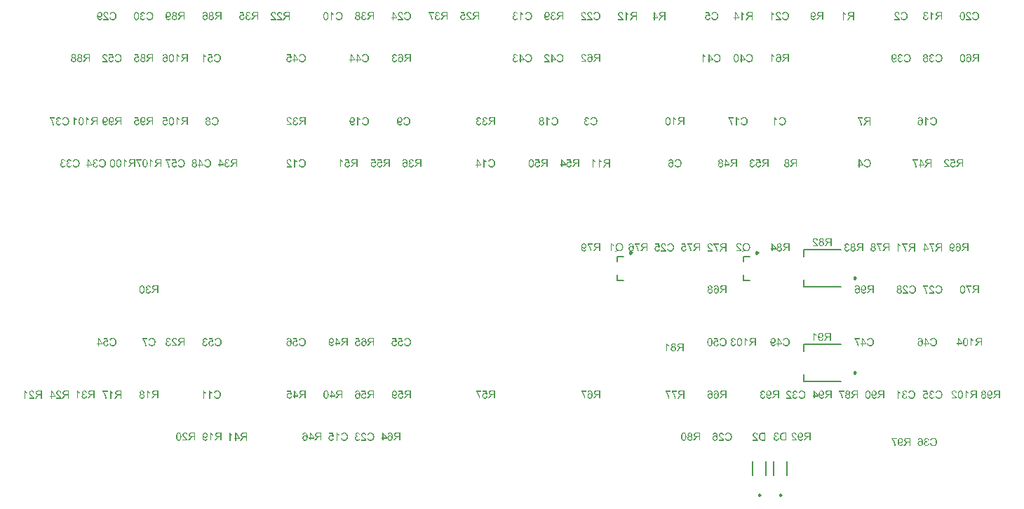
<source format=gbo>
G04*
G04 #@! TF.GenerationSoftware,Altium Limited,Altium Designer,20.0.14 (345)*
G04*
G04 Layer_Color=16777215*
%FSLAX25Y25*%
%MOIN*%
G70*
G01*
G75*
%ADD10C,0.00787*%
%ADD11C,0.00984*%
G36*
X418325Y79426D02*
X418403Y79421D01*
X418551Y79392D01*
X418679Y79347D01*
X418733Y79323D01*
X418787Y79303D01*
X418831Y79279D01*
X418876Y79254D01*
X418910Y79229D01*
X418940Y79210D01*
X418964Y79195D01*
X418979Y79180D01*
X418989Y79175D01*
X418994Y79170D01*
X419048Y79121D01*
X419097Y79067D01*
X419181Y78949D01*
X419245Y78831D01*
X419299Y78718D01*
X419319Y78664D01*
X419333Y78614D01*
X419348Y78565D01*
X419358Y78531D01*
X419368Y78496D01*
X419373Y78472D01*
X419378Y78457D01*
Y78452D01*
X418915Y78368D01*
X418890Y78487D01*
X418861Y78590D01*
X418822Y78678D01*
X418782Y78747D01*
X418748Y78806D01*
X418718Y78846D01*
X418699Y78865D01*
X418689Y78875D01*
X418615Y78934D01*
X418541Y78974D01*
X418463Y79003D01*
X418394Y79028D01*
X418330Y79037D01*
X418275Y79042D01*
X418256Y79047D01*
X418231D01*
X418133Y79042D01*
X418049Y79023D01*
X417971Y78993D01*
X417907Y78964D01*
X417857Y78929D01*
X417818Y78905D01*
X417798Y78885D01*
X417789Y78875D01*
X417729Y78811D01*
X417685Y78737D01*
X417656Y78668D01*
X417631Y78605D01*
X417621Y78545D01*
X417616Y78501D01*
X417611Y78467D01*
Y78462D01*
Y78457D01*
X417616Y78398D01*
X417621Y78344D01*
X417651Y78245D01*
X417685Y78162D01*
X417729Y78093D01*
X417774Y78044D01*
X417813Y78004D01*
X417843Y77985D01*
X417847Y77975D01*
X417852D01*
X417941Y77926D01*
X418035Y77886D01*
X418123Y77862D01*
X418207Y77842D01*
X418275Y77832D01*
X418335Y77827D01*
X418354Y77822D01*
X418408D01*
X418433Y77827D01*
X418448Y77832D01*
X418458D01*
X418512Y77424D01*
X418443Y77438D01*
X418379Y77453D01*
X418320Y77463D01*
X418271Y77468D01*
X418236Y77473D01*
X418182D01*
X418064Y77463D01*
X417961Y77438D01*
X417872Y77409D01*
X417793Y77370D01*
X417734Y77330D01*
X417690Y77301D01*
X417661Y77276D01*
X417651Y77266D01*
X417611Y77227D01*
X417582Y77183D01*
X417528Y77099D01*
X417488Y77011D01*
X417464Y76927D01*
X417449Y76853D01*
X417444Y76819D01*
Y76794D01*
X417439Y76769D01*
Y76755D01*
Y76745D01*
Y76740D01*
Y76681D01*
X417449Y76622D01*
X417474Y76513D01*
X417513Y76415D01*
X417552Y76336D01*
X417592Y76267D01*
X417631Y76218D01*
X417646Y76204D01*
X417656Y76189D01*
X417661Y76184D01*
X417665Y76179D01*
X417710Y76140D01*
X417754Y76105D01*
X417847Y76046D01*
X417941Y76007D01*
X418029Y75982D01*
X418103Y75963D01*
X418138Y75958D01*
X418167D01*
X418187Y75953D01*
X418221D01*
X418320Y75963D01*
X418413Y75982D01*
X418492Y76007D01*
X418561Y76041D01*
X418620Y76071D01*
X418659Y76100D01*
X418684Y76120D01*
X418694Y76125D01*
X418728Y76159D01*
X418758Y76199D01*
X418812Y76292D01*
X418861Y76386D01*
X418895Y76479D01*
X418925Y76568D01*
X418935Y76602D01*
X418945Y76636D01*
X418950Y76661D01*
X418955Y76681D01*
X418959Y76696D01*
Y76701D01*
X419422Y76636D01*
X419412Y76548D01*
X419392Y76464D01*
X419373Y76390D01*
X419343Y76317D01*
X419314Y76248D01*
X419284Y76184D01*
X419250Y76125D01*
X419220Y76071D01*
X419186Y76026D01*
X419156Y75982D01*
X419127Y75948D01*
X419102Y75918D01*
X419077Y75894D01*
X419063Y75879D01*
X419053Y75869D01*
X419048Y75864D01*
X418984Y75810D01*
X418920Y75766D01*
X418851Y75726D01*
X418777Y75692D01*
X418709Y75667D01*
X418640Y75643D01*
X418512Y75608D01*
X418453Y75594D01*
X418394Y75584D01*
X418344Y75579D01*
X418305Y75574D01*
X418271Y75569D01*
X418221D01*
X418118Y75574D01*
X418025Y75584D01*
X417931Y75598D01*
X417847Y75623D01*
X417764Y75648D01*
X417690Y75677D01*
X417621Y75707D01*
X417557Y75741D01*
X417503Y75771D01*
X417454Y75800D01*
X417410Y75830D01*
X417375Y75854D01*
X417346Y75879D01*
X417326Y75894D01*
X417316Y75903D01*
X417311Y75908D01*
X417247Y75972D01*
X417193Y76041D01*
X417144Y76115D01*
X417100Y76184D01*
X417065Y76258D01*
X417036Y76327D01*
X417011Y76395D01*
X416991Y76459D01*
X416977Y76518D01*
X416967Y76573D01*
X416957Y76622D01*
X416952Y76666D01*
X416947Y76701D01*
Y76730D01*
Y76745D01*
Y76750D01*
X416957Y76882D01*
X416977Y76996D01*
X417006Y77099D01*
X417041Y77188D01*
X417075Y77261D01*
X417090Y77286D01*
X417105Y77311D01*
X417114Y77330D01*
X417124Y77345D01*
X417134Y77350D01*
Y77355D01*
X417208Y77438D01*
X417297Y77507D01*
X417380Y77566D01*
X417464Y77611D01*
X417537Y77640D01*
X417572Y77655D01*
X417601Y77665D01*
X417621Y77670D01*
X417641Y77675D01*
X417651Y77680D01*
X417656D01*
X417567Y77729D01*
X417488Y77778D01*
X417419Y77832D01*
X417365Y77886D01*
X417321Y77930D01*
X417291Y77965D01*
X417272Y77990D01*
X417267Y77999D01*
X417223Y78078D01*
X417188Y78157D01*
X417169Y78231D01*
X417149Y78299D01*
X417139Y78359D01*
X417134Y78408D01*
Y78437D01*
Y78442D01*
Y78447D01*
X417139Y78541D01*
X417154Y78629D01*
X417178Y78713D01*
X417203Y78787D01*
X417233Y78846D01*
X417252Y78895D01*
X417272Y78924D01*
X417277Y78929D01*
Y78934D01*
X417331Y79018D01*
X417395Y79087D01*
X417464Y79151D01*
X417528Y79205D01*
X417587Y79244D01*
X417631Y79274D01*
X417651Y79283D01*
X417665Y79293D01*
X417670Y79298D01*
X417675D01*
X417774Y79343D01*
X417872Y79377D01*
X417966Y79397D01*
X418054Y79416D01*
X418128Y79426D01*
X418162D01*
X418187Y79431D01*
X418241D01*
X418325Y79426D01*
D02*
G37*
G36*
X423053Y75633D02*
X421690D01*
X421567Y75638D01*
X421449Y75643D01*
X421346Y75652D01*
X421257Y75667D01*
X421183Y75677D01*
X421154Y75682D01*
X421129Y75687D01*
X421109Y75692D01*
X421095D01*
X421090Y75697D01*
X421085D01*
X420991Y75721D01*
X420903Y75751D01*
X420824Y75785D01*
X420760Y75815D01*
X420706Y75840D01*
X420667Y75864D01*
X420642Y75879D01*
X420632Y75884D01*
X420563Y75938D01*
X420495Y75992D01*
X420435Y76051D01*
X420386Y76105D01*
X420342Y76154D01*
X420312Y76194D01*
X420288Y76218D01*
X420283Y76228D01*
X420229Y76312D01*
X420175Y76405D01*
X420130Y76499D01*
X420096Y76587D01*
X420066Y76661D01*
X420057Y76696D01*
X420047Y76725D01*
X420037Y76745D01*
X420032Y76765D01*
X420027Y76774D01*
Y76779D01*
X419993Y76907D01*
X419968Y77040D01*
X419948Y77168D01*
X419939Y77286D01*
X419934Y77340D01*
X419929Y77389D01*
Y77434D01*
X419924Y77468D01*
Y77503D01*
Y77522D01*
Y77537D01*
Y77542D01*
X419929Y77724D01*
X419948Y77896D01*
X419958Y77975D01*
X419973Y78049D01*
X419988Y78118D01*
X419998Y78181D01*
X420012Y78241D01*
X420027Y78290D01*
X420042Y78334D01*
X420052Y78373D01*
X420061Y78403D01*
X420071Y78422D01*
X420076Y78437D01*
Y78442D01*
X420135Y78585D01*
X420209Y78708D01*
X420283Y78821D01*
X420357Y78914D01*
X420391Y78954D01*
X420421Y78988D01*
X420450Y79018D01*
X420475Y79042D01*
X420495Y79062D01*
X420509Y79077D01*
X420519Y79082D01*
X420524Y79087D01*
X420612Y79156D01*
X420706Y79215D01*
X420799Y79259D01*
X420888Y79298D01*
X420962Y79323D01*
X420996Y79333D01*
X421026Y79343D01*
X421045Y79347D01*
X421065Y79352D01*
X421075Y79357D01*
X421080D01*
X421173Y79377D01*
X421282Y79392D01*
X421395Y79402D01*
X421503Y79411D01*
X421596D01*
X421641Y79416D01*
X423053D01*
Y75633D01*
D02*
G37*
G36*
X408256Y79394D02*
X408349Y79389D01*
X408438Y79374D01*
X408517Y79355D01*
X408595Y79335D01*
X408664Y79311D01*
X408728Y79286D01*
X408787Y79261D01*
X408841Y79232D01*
X408886Y79207D01*
X408925Y79183D01*
X408959Y79163D01*
X408984Y79143D01*
X409004Y79128D01*
X409014Y79124D01*
X409019Y79119D01*
X409078Y79065D01*
X409127Y79005D01*
X409171Y78942D01*
X409210Y78873D01*
X409245Y78809D01*
X409274Y78740D01*
X409319Y78607D01*
X409338Y78548D01*
X409353Y78489D01*
X409363Y78440D01*
X409373Y78395D01*
X409378Y78356D01*
Y78332D01*
X409382Y78312D01*
Y78307D01*
X408905Y78258D01*
X408895Y78386D01*
X408876Y78494D01*
X408841Y78587D01*
X408802Y78671D01*
X408768Y78730D01*
X408733Y78779D01*
X408713Y78804D01*
X408704Y78814D01*
X408625Y78882D01*
X408536Y78932D01*
X408443Y78966D01*
X408359Y78991D01*
X408285Y79005D01*
X408251Y79010D01*
X408221D01*
X408202Y79015D01*
X408167D01*
X408054Y79005D01*
X407951Y78986D01*
X407862Y78956D01*
X407789Y78922D01*
X407729Y78882D01*
X407685Y78853D01*
X407660Y78833D01*
X407651Y78824D01*
X407582Y78750D01*
X407533Y78671D01*
X407498Y78597D01*
X407474Y78523D01*
X407459Y78459D01*
X407454Y78405D01*
X407449Y78386D01*
Y78376D01*
Y78366D01*
Y78361D01*
Y78312D01*
X407459Y78263D01*
X407483Y78159D01*
X407518Y78066D01*
X407557Y77982D01*
X407601Y77908D01*
X407621Y77879D01*
X407636Y77849D01*
X407651Y77830D01*
X407660Y77815D01*
X407665Y77805D01*
X407670Y77800D01*
X407715Y77741D01*
X407769Y77682D01*
X407828Y77618D01*
X407892Y77549D01*
X408030Y77416D01*
X408167Y77288D01*
X408231Y77229D01*
X408295Y77175D01*
X408354Y77126D01*
X408403Y77082D01*
X408443Y77047D01*
X408477Y77023D01*
X408497Y77003D01*
X408502Y76998D01*
X408644Y76880D01*
X408768Y76772D01*
X408871Y76673D01*
X408954Y76590D01*
X409023Y76521D01*
X409073Y76467D01*
X409087Y76447D01*
X409102Y76432D01*
X409107Y76427D01*
X409112Y76423D01*
X409186Y76329D01*
X409250Y76240D01*
X409299Y76157D01*
X409343Y76078D01*
X409378Y76014D01*
X409397Y75965D01*
X409407Y75945D01*
X409412Y75931D01*
X409417Y75926D01*
Y75921D01*
X409437Y75862D01*
X409451Y75807D01*
X409461Y75753D01*
X409466Y75704D01*
X409471Y75660D01*
Y75630D01*
Y75611D01*
Y75601D01*
X406967D01*
Y76049D01*
X408827D01*
X408763Y76137D01*
X408728Y76181D01*
X408699Y76216D01*
X408669Y76250D01*
X408649Y76275D01*
X408635Y76290D01*
X408630Y76295D01*
X408605Y76319D01*
X408571Y76354D01*
X408536Y76388D01*
X408497Y76423D01*
X408408Y76501D01*
X408315Y76580D01*
X408231Y76654D01*
X408192Y76688D01*
X408162Y76718D01*
X408133Y76737D01*
X408113Y76757D01*
X408098Y76767D01*
X408094Y76772D01*
X408005Y76851D01*
X407916Y76924D01*
X407843Y76988D01*
X407769Y77052D01*
X407705Y77111D01*
X407646Y77170D01*
X407592Y77220D01*
X407547Y77264D01*
X407503Y77303D01*
X407469Y77338D01*
X407439Y77367D01*
X407414Y77392D01*
X407400Y77411D01*
X407385Y77426D01*
X407375Y77431D01*
Y77436D01*
X407301Y77525D01*
X407237Y77613D01*
X407183Y77692D01*
X407139Y77761D01*
X407105Y77815D01*
X407085Y77859D01*
X407070Y77889D01*
X407065Y77899D01*
X407036Y77982D01*
X407011Y78061D01*
X406996Y78140D01*
X406982Y78204D01*
X406977Y78263D01*
X406972Y78307D01*
Y78336D01*
Y78346D01*
X406977Y78430D01*
X406987Y78509D01*
X407001Y78582D01*
X407021Y78651D01*
X407075Y78779D01*
X407100Y78838D01*
X407129Y78887D01*
X407164Y78937D01*
X407188Y78976D01*
X407218Y79010D01*
X407242Y79040D01*
X407262Y79065D01*
X407277Y79079D01*
X407287Y79089D01*
X407292Y79094D01*
X407355Y79148D01*
X407419Y79193D01*
X407488Y79237D01*
X407562Y79271D01*
X407636Y79301D01*
X407705Y79325D01*
X407843Y79360D01*
X407906Y79374D01*
X407966Y79384D01*
X408020Y79389D01*
X408069Y79394D01*
X408103Y79399D01*
X408157D01*
X408256Y79394D01*
D02*
G37*
G36*
X413033Y75601D02*
X411670D01*
X411547Y75606D01*
X411429Y75611D01*
X411326Y75621D01*
X411237Y75635D01*
X411164Y75645D01*
X411134Y75650D01*
X411109Y75655D01*
X411090Y75660D01*
X411075D01*
X411070Y75665D01*
X411065D01*
X410972Y75689D01*
X410883Y75719D01*
X410804Y75753D01*
X410741Y75783D01*
X410686Y75807D01*
X410647Y75832D01*
X410622Y75847D01*
X410612Y75852D01*
X410544Y75906D01*
X410475Y75960D01*
X410416Y76019D01*
X410366Y76073D01*
X410322Y76122D01*
X410293Y76162D01*
X410268Y76186D01*
X410263Y76196D01*
X410209Y76280D01*
X410155Y76373D01*
X410111Y76467D01*
X410076Y76555D01*
X410047Y76629D01*
X410037Y76664D01*
X410027Y76693D01*
X410017Y76713D01*
X410012Y76732D01*
X410007Y76742D01*
Y76747D01*
X409973Y76875D01*
X409948Y77008D01*
X409929Y77136D01*
X409919Y77254D01*
X409914Y77308D01*
X409909Y77357D01*
Y77402D01*
X409904Y77436D01*
Y77470D01*
Y77490D01*
Y77505D01*
Y77510D01*
X409909Y77692D01*
X409929Y77864D01*
X409938Y77943D01*
X409953Y78017D01*
X409968Y78086D01*
X409978Y78149D01*
X409993Y78209D01*
X410007Y78258D01*
X410022Y78302D01*
X410032Y78341D01*
X410042Y78371D01*
X410052Y78391D01*
X410057Y78405D01*
Y78410D01*
X410116Y78553D01*
X410189Y78676D01*
X410263Y78789D01*
X410337Y78882D01*
X410371Y78922D01*
X410401Y78956D01*
X410430Y78986D01*
X410455Y79010D01*
X410475Y79030D01*
X410490Y79045D01*
X410499Y79050D01*
X410504Y79055D01*
X410593Y79124D01*
X410686Y79183D01*
X410780Y79227D01*
X410868Y79266D01*
X410942Y79291D01*
X410977Y79301D01*
X411006Y79311D01*
X411026Y79316D01*
X411046Y79320D01*
X411055Y79325D01*
X411060D01*
X411154Y79345D01*
X411262Y79360D01*
X411375Y79370D01*
X411483Y79379D01*
X411577D01*
X411621Y79384D01*
X413033D01*
Y75601D01*
D02*
G37*
G36*
X120969Y209338D02*
X121033Y209249D01*
X121102Y209160D01*
X121166Y209087D01*
X121230Y209018D01*
X121279Y208969D01*
X121299Y208949D01*
X121314Y208934D01*
X121324Y208929D01*
X121328Y208924D01*
X121442Y208831D01*
X121555Y208747D01*
X121673Y208668D01*
X121776Y208605D01*
X121870Y208555D01*
X121909Y208531D01*
X121943Y208516D01*
X121968Y208501D01*
X121988Y208491D01*
X122002Y208482D01*
X122007D01*
Y208029D01*
X121924Y208063D01*
X121840Y208103D01*
X121756Y208142D01*
X121683Y208181D01*
X121619Y208216D01*
X121565Y208245D01*
X121545Y208255D01*
X121530Y208265D01*
X121525Y208270D01*
X121520D01*
X121422Y208329D01*
X121338Y208388D01*
X121259Y208442D01*
X121196Y208491D01*
X121146Y208531D01*
X121107Y208565D01*
X121087Y208585D01*
X121078Y208590D01*
Y205633D01*
X120615D01*
Y209431D01*
X120915D01*
X120969Y209338D01*
D02*
G37*
G36*
X125988Y205633D02*
X125486D01*
Y207311D01*
X124836D01*
X124782Y207306D01*
X124733D01*
X124694Y207301D01*
X124664Y207296D01*
X124644D01*
X124635Y207291D01*
X124630D01*
X124546Y207261D01*
X124507Y207247D01*
X124472Y207227D01*
X124443Y207212D01*
X124423Y207197D01*
X124408Y207192D01*
X124403Y207188D01*
X124359Y207153D01*
X124315Y207119D01*
X124271Y207074D01*
X124231Y207030D01*
X124197Y206996D01*
X124172Y206961D01*
X124153Y206942D01*
X124148Y206932D01*
X124089Y206858D01*
X124030Y206774D01*
X123970Y206691D01*
X123911Y206607D01*
X123862Y206533D01*
X123838Y206499D01*
X123818Y206469D01*
X123803Y206450D01*
X123793Y206430D01*
X123784Y206420D01*
Y206415D01*
X123287Y205633D01*
X122657D01*
X123311Y206656D01*
X123385Y206765D01*
X123459Y206863D01*
X123528Y206951D01*
X123592Y207020D01*
X123651Y207079D01*
X123690Y207124D01*
X123720Y207148D01*
X123724Y207158D01*
X123729D01*
X123774Y207192D01*
X123818Y207227D01*
X123916Y207291D01*
X123961Y207315D01*
X123995Y207335D01*
X124020Y207345D01*
X124030Y207350D01*
X123931Y207365D01*
X123838Y207384D01*
X123754Y207409D01*
X123675Y207434D01*
X123601Y207463D01*
X123533Y207493D01*
X123474Y207522D01*
X123419Y207552D01*
X123375Y207581D01*
X123336Y207611D01*
X123301Y207635D01*
X123272Y207655D01*
X123252Y207675D01*
X123232Y207689D01*
X123228Y207694D01*
X123223Y207699D01*
X123178Y207753D01*
X123134Y207807D01*
X123100Y207867D01*
X123070Y207921D01*
X123026Y208034D01*
X122996Y208142D01*
X122977Y208236D01*
X122972Y208275D01*
X122967Y208309D01*
X122962Y208339D01*
Y208359D01*
Y208373D01*
Y208378D01*
X122967Y208491D01*
X122986Y208600D01*
X123011Y208698D01*
X123041Y208782D01*
X123070Y208851D01*
X123095Y208905D01*
X123105Y208924D01*
X123114Y208939D01*
X123119Y208944D01*
Y208949D01*
X123183Y209037D01*
X123252Y209116D01*
X123321Y209180D01*
X123390Y209229D01*
X123449Y209269D01*
X123498Y209293D01*
X123518Y209303D01*
X123533Y209308D01*
X123538Y209313D01*
X123542D01*
X123592Y209333D01*
X123651Y209348D01*
X123774Y209372D01*
X123902Y209392D01*
X124025Y209402D01*
X124084Y209406D01*
X124138Y209411D01*
X124182D01*
X124226Y209416D01*
X125988D01*
Y205633D01*
D02*
G37*
G36*
X116458Y208919D02*
X114608D01*
X114736Y208762D01*
X114864Y208595D01*
X114977Y208427D01*
X115075Y208270D01*
X115119Y208201D01*
X115159Y208132D01*
X115193Y208073D01*
X115223Y208024D01*
X115247Y207985D01*
X115262Y207950D01*
X115272Y207930D01*
X115277Y207926D01*
X115385Y207704D01*
X115483Y207488D01*
X115562Y207281D01*
X115602Y207188D01*
X115631Y207094D01*
X115661Y207011D01*
X115685Y206937D01*
X115705Y206873D01*
X115725Y206814D01*
X115734Y206769D01*
X115744Y206735D01*
X115754Y206715D01*
Y206705D01*
X115784Y206587D01*
X115808Y206479D01*
X115833Y206371D01*
X115852Y206273D01*
X115867Y206179D01*
X115882Y206090D01*
X115892Y206007D01*
X115902Y205933D01*
X115911Y205864D01*
X115916Y205805D01*
X115921Y205756D01*
Y205712D01*
X115926Y205677D01*
Y205652D01*
Y205638D01*
Y205633D01*
X115449D01*
X115429Y205839D01*
X115405Y206031D01*
X115395Y206120D01*
X115380Y206208D01*
X115360Y206287D01*
X115346Y206361D01*
X115331Y206430D01*
X115321Y206489D01*
X115306Y206543D01*
X115296Y206587D01*
X115287Y206622D01*
X115277Y206651D01*
X115272Y206666D01*
Y206671D01*
X115193Y206922D01*
X115105Y207158D01*
X115060Y207271D01*
X115016Y207380D01*
X114972Y207483D01*
X114927Y207576D01*
X114888Y207665D01*
X114849Y207744D01*
X114819Y207812D01*
X114790Y207872D01*
X114765Y207916D01*
X114745Y207950D01*
X114736Y207975D01*
X114731Y207980D01*
X114662Y208098D01*
X114598Y208206D01*
X114534Y208314D01*
X114470Y208408D01*
X114406Y208501D01*
X114347Y208585D01*
X114293Y208664D01*
X114239Y208733D01*
X114190Y208791D01*
X114145Y208846D01*
X114106Y208895D01*
X114076Y208934D01*
X114047Y208964D01*
X114027Y208983D01*
X114017Y208998D01*
X114012Y209003D01*
Y209367D01*
X116458D01*
Y208919D01*
D02*
G37*
G36*
X118342Y209421D02*
X118475Y209397D01*
X118593Y209362D01*
X118691Y209323D01*
X118736Y209298D01*
X118770Y209279D01*
X118804Y209259D01*
X118829Y209244D01*
X118849Y209229D01*
X118863Y209220D01*
X118873Y209215D01*
X118878Y209210D01*
X118972Y209121D01*
X119055Y209018D01*
X119124Y208910D01*
X119183Y208811D01*
X119228Y208718D01*
X119247Y208678D01*
X119262Y208644D01*
X119272Y208614D01*
X119282Y208595D01*
X119287Y208580D01*
Y208575D01*
X119311Y208496D01*
X119331Y208413D01*
X119365Y208236D01*
X119390Y208053D01*
X119405Y207881D01*
X119414Y207803D01*
Y207729D01*
X119419Y207665D01*
X119424Y207611D01*
Y207561D01*
Y207527D01*
Y207507D01*
Y207498D01*
X119419Y207306D01*
X119410Y207124D01*
X119390Y206961D01*
X119365Y206809D01*
X119341Y206666D01*
X119306Y206543D01*
X119272Y206430D01*
X119237Y206327D01*
X119203Y206238D01*
X119173Y206164D01*
X119139Y206100D01*
X119114Y206046D01*
X119090Y206007D01*
X119070Y205982D01*
X119060Y205962D01*
X119055Y205958D01*
X118991Y205889D01*
X118927Y205830D01*
X118859Y205775D01*
X118790Y205731D01*
X118716Y205697D01*
X118642Y205662D01*
X118573Y205638D01*
X118504Y205618D01*
X118440Y205603D01*
X118381Y205589D01*
X118332Y205579D01*
X118283Y205574D01*
X118248D01*
X118219Y205569D01*
X118194D01*
X118121Y205574D01*
X118047Y205579D01*
X117914Y205603D01*
X117796Y205638D01*
X117697Y205682D01*
X117653Y205702D01*
X117619Y205721D01*
X117584Y205741D01*
X117560Y205756D01*
X117540Y205771D01*
X117520Y205781D01*
X117515Y205790D01*
X117510D01*
X117412Y205879D01*
X117328Y205982D01*
X117260Y206085D01*
X117201Y206189D01*
X117156Y206277D01*
X117137Y206317D01*
X117122Y206351D01*
X117112Y206381D01*
X117102Y206400D01*
X117097Y206415D01*
Y206420D01*
X117073Y206499D01*
X117053Y206582D01*
X117018Y206760D01*
X116994Y206942D01*
X116974Y207114D01*
X116969Y207192D01*
X116964Y207266D01*
Y207330D01*
X116959Y207384D01*
Y207434D01*
Y207468D01*
Y207488D01*
Y207498D01*
Y207601D01*
X116964Y207699D01*
X116969Y207788D01*
X116974Y207872D01*
X116979Y207955D01*
X116989Y208024D01*
X116994Y208093D01*
X117004Y208152D01*
X117014Y208206D01*
X117018Y208255D01*
X117028Y208295D01*
X117033Y208329D01*
X117038Y208354D01*
X117043Y208373D01*
X117048Y208383D01*
Y208388D01*
X117082Y208506D01*
X117117Y208619D01*
X117156Y208713D01*
X117196Y208796D01*
X117230Y208865D01*
X117255Y208914D01*
X117264Y208929D01*
X117274Y208944D01*
X117279Y208949D01*
Y208954D01*
X117338Y209037D01*
X117402Y209106D01*
X117466Y209165D01*
X117525Y209220D01*
X117579Y209259D01*
X117619Y209283D01*
X117648Y209303D01*
X117653Y209308D01*
X117658D01*
X117747Y209348D01*
X117840Y209377D01*
X117929Y209402D01*
X118012Y209416D01*
X118086Y209426D01*
X118116D01*
X118145Y209431D01*
X118268D01*
X118342Y209421D01*
D02*
G37*
G36*
X133469Y259338D02*
X133533Y259249D01*
X133602Y259160D01*
X133666Y259087D01*
X133730Y259018D01*
X133779Y258969D01*
X133799Y258949D01*
X133814Y258934D01*
X133824Y258929D01*
X133828Y258924D01*
X133942Y258831D01*
X134055Y258747D01*
X134173Y258668D01*
X134276Y258605D01*
X134370Y258555D01*
X134409Y258531D01*
X134443Y258516D01*
X134468Y258501D01*
X134488Y258491D01*
X134502Y258482D01*
X134507D01*
Y258029D01*
X134424Y258063D01*
X134340Y258103D01*
X134256Y258142D01*
X134183Y258181D01*
X134119Y258216D01*
X134065Y258245D01*
X134045Y258255D01*
X134030Y258265D01*
X134025Y258270D01*
X134020D01*
X133922Y258329D01*
X133838Y258388D01*
X133759Y258442D01*
X133696Y258491D01*
X133646Y258531D01*
X133607Y258565D01*
X133587Y258585D01*
X133578Y258590D01*
Y255633D01*
X133115D01*
Y259431D01*
X133415D01*
X133469Y259338D01*
D02*
G37*
G36*
X127762Y259426D02*
X127865Y259411D01*
X127964Y259392D01*
X128057Y259362D01*
X128141Y259328D01*
X128220Y259293D01*
X128293Y259254D01*
X128357Y259215D01*
X128411Y259170D01*
X128466Y259131D01*
X128510Y259097D01*
X128544Y259062D01*
X128574Y259033D01*
X128594Y259013D01*
X128603Y258998D01*
X128608Y258993D01*
X128677Y258895D01*
X128741Y258782D01*
X128795Y258664D01*
X128840Y258536D01*
X128879Y258403D01*
X128913Y258270D01*
X128938Y258137D01*
X128963Y258009D01*
X128977Y257886D01*
X128992Y257773D01*
X128997Y257670D01*
X129007Y257576D01*
Y257503D01*
X129012Y257473D01*
Y257448D01*
Y257429D01*
Y257414D01*
Y257404D01*
Y257399D01*
X129007Y257222D01*
X128997Y257060D01*
X128977Y256907D01*
X128953Y256765D01*
X128928Y256642D01*
X128899Y256523D01*
X128864Y256420D01*
X128830Y256327D01*
X128795Y256248D01*
X128761Y256179D01*
X128731Y256120D01*
X128707Y256076D01*
X128682Y256036D01*
X128662Y256012D01*
X128653Y255997D01*
X128648Y255992D01*
X128574Y255918D01*
X128500Y255854D01*
X128421Y255795D01*
X128343Y255746D01*
X128264Y255707D01*
X128185Y255672D01*
X128106Y255643D01*
X128033Y255623D01*
X127964Y255603D01*
X127900Y255593D01*
X127846Y255584D01*
X127796Y255574D01*
X127752D01*
X127723Y255569D01*
X127698D01*
X127575Y255574D01*
X127462Y255593D01*
X127359Y255618D01*
X127270Y255652D01*
X127196Y255682D01*
X127167Y255692D01*
X127137Y255707D01*
X127118Y255716D01*
X127103Y255726D01*
X127098Y255731D01*
X127093D01*
X126995Y255800D01*
X126911Y255874D01*
X126842Y255953D01*
X126778Y256027D01*
X126734Y256095D01*
X126699Y256150D01*
X126685Y256169D01*
X126675Y256184D01*
X126670Y256194D01*
Y256199D01*
X126616Y256317D01*
X126576Y256430D01*
X126552Y256543D01*
X126532Y256642D01*
X126522Y256730D01*
X126517Y256765D01*
X126512Y256799D01*
Y256823D01*
Y256843D01*
Y256853D01*
Y256858D01*
X126517Y256956D01*
X126527Y257050D01*
X126542Y257138D01*
X126562Y257227D01*
X126591Y257306D01*
X126616Y257375D01*
X126645Y257443D01*
X126675Y257503D01*
X126709Y257557D01*
X126739Y257606D01*
X126763Y257645D01*
X126788Y257680D01*
X126813Y257709D01*
X126827Y257729D01*
X126837Y257739D01*
X126842Y257744D01*
X126906Y257803D01*
X126970Y257857D01*
X127034Y257901D01*
X127103Y257945D01*
X127172Y257975D01*
X127236Y258004D01*
X127300Y258029D01*
X127359Y258044D01*
X127418Y258058D01*
X127467Y258068D01*
X127516Y258078D01*
X127555Y258083D01*
X127590Y258088D01*
X127634D01*
X127733Y258083D01*
X127826Y258068D01*
X127910Y258049D01*
X127988Y258024D01*
X128052Y257999D01*
X128097Y257980D01*
X128116Y257970D01*
X128131Y257965D01*
X128136Y257960D01*
X128141D01*
X128229Y257911D01*
X128308Y257847D01*
X128377Y257788D01*
X128436Y257724D01*
X128485Y257670D01*
X128520Y257626D01*
X128539Y257591D01*
X128549Y257586D01*
Y257684D01*
X128544Y257783D01*
X128534Y257876D01*
X128525Y257960D01*
X128515Y258039D01*
X128505Y258108D01*
X128495Y258176D01*
X128485Y258236D01*
X128471Y258285D01*
X128461Y258329D01*
X128451Y258368D01*
X128441Y258403D01*
X128431Y258427D01*
X128426Y258442D01*
X128421Y258452D01*
Y258457D01*
X128367Y258565D01*
X128313Y258659D01*
X128254Y258737D01*
X128200Y258801D01*
X128151Y258856D01*
X128111Y258890D01*
X128087Y258914D01*
X128077Y258919D01*
X128008Y258964D01*
X127944Y258993D01*
X127875Y259018D01*
X127816Y259033D01*
X127762Y259042D01*
X127723Y259047D01*
X127683D01*
X127585Y259037D01*
X127491Y259018D01*
X127413Y258983D01*
X127344Y258949D01*
X127290Y258914D01*
X127250Y258880D01*
X127226Y258860D01*
X127216Y258851D01*
X127177Y258796D01*
X127142Y258737D01*
X127108Y258673D01*
X127083Y258610D01*
X127063Y258550D01*
X127049Y258501D01*
X127044Y258482D01*
Y258467D01*
X127039Y258462D01*
Y258457D01*
X126576Y258491D01*
X126591Y258570D01*
X126606Y258649D01*
X126655Y258782D01*
X126685Y258846D01*
X126709Y258900D01*
X126739Y258954D01*
X126768Y258998D01*
X126798Y259042D01*
X126827Y259077D01*
X126852Y259106D01*
X126876Y259136D01*
X126896Y259156D01*
X126906Y259170D01*
X126916Y259175D01*
X126921Y259180D01*
X126975Y259225D01*
X127034Y259264D01*
X127093Y259298D01*
X127157Y259328D01*
X127280Y259372D01*
X127393Y259402D01*
X127447Y259411D01*
X127496Y259416D01*
X127541Y259421D01*
X127580Y259426D01*
X127610Y259431D01*
X127654D01*
X127762Y259426D01*
D02*
G37*
G36*
X138488Y255633D02*
X137986D01*
Y257311D01*
X137336D01*
X137282Y257306D01*
X137233D01*
X137194Y257301D01*
X137164Y257296D01*
X137144D01*
X137135Y257291D01*
X137130D01*
X137046Y257261D01*
X137007Y257247D01*
X136972Y257227D01*
X136943Y257212D01*
X136923Y257197D01*
X136908Y257192D01*
X136903Y257188D01*
X136859Y257153D01*
X136815Y257119D01*
X136771Y257074D01*
X136731Y257030D01*
X136697Y256996D01*
X136672Y256961D01*
X136653Y256942D01*
X136648Y256932D01*
X136589Y256858D01*
X136530Y256774D01*
X136470Y256691D01*
X136411Y256607D01*
X136362Y256533D01*
X136338Y256499D01*
X136318Y256469D01*
X136303Y256450D01*
X136293Y256430D01*
X136284Y256420D01*
Y256415D01*
X135787Y255633D01*
X135157D01*
X135811Y256656D01*
X135885Y256765D01*
X135959Y256863D01*
X136028Y256951D01*
X136092Y257020D01*
X136151Y257079D01*
X136190Y257124D01*
X136220Y257148D01*
X136224Y257158D01*
X136229D01*
X136274Y257192D01*
X136318Y257227D01*
X136416Y257291D01*
X136461Y257315D01*
X136495Y257335D01*
X136520Y257345D01*
X136530Y257350D01*
X136431Y257365D01*
X136338Y257384D01*
X136254Y257409D01*
X136175Y257434D01*
X136101Y257463D01*
X136033Y257493D01*
X135974Y257522D01*
X135919Y257552D01*
X135875Y257581D01*
X135836Y257611D01*
X135801Y257635D01*
X135772Y257655D01*
X135752Y257675D01*
X135732Y257689D01*
X135728Y257694D01*
X135723Y257699D01*
X135678Y257753D01*
X135634Y257807D01*
X135600Y257867D01*
X135570Y257921D01*
X135526Y258034D01*
X135496Y258142D01*
X135477Y258236D01*
X135472Y258275D01*
X135467Y258309D01*
X135462Y258339D01*
Y258359D01*
Y258373D01*
Y258378D01*
X135467Y258491D01*
X135486Y258600D01*
X135511Y258698D01*
X135541Y258782D01*
X135570Y258851D01*
X135595Y258905D01*
X135605Y258924D01*
X135614Y258939D01*
X135619Y258944D01*
Y258949D01*
X135683Y259037D01*
X135752Y259116D01*
X135821Y259180D01*
X135890Y259229D01*
X135949Y259269D01*
X135998Y259293D01*
X136018Y259303D01*
X136033Y259308D01*
X136038Y259313D01*
X136042D01*
X136092Y259333D01*
X136151Y259348D01*
X136274Y259372D01*
X136402Y259392D01*
X136525Y259402D01*
X136584Y259406D01*
X136638Y259411D01*
X136682D01*
X136726Y259416D01*
X138488D01*
Y255633D01*
D02*
G37*
G36*
X130842Y259421D02*
X130975Y259397D01*
X131093Y259362D01*
X131191Y259323D01*
X131236Y259298D01*
X131270Y259279D01*
X131304Y259259D01*
X131329Y259244D01*
X131349Y259229D01*
X131363Y259220D01*
X131373Y259215D01*
X131378Y259210D01*
X131472Y259121D01*
X131555Y259018D01*
X131624Y258910D01*
X131683Y258811D01*
X131728Y258718D01*
X131747Y258678D01*
X131762Y258644D01*
X131772Y258614D01*
X131782Y258595D01*
X131787Y258580D01*
Y258575D01*
X131811Y258496D01*
X131831Y258413D01*
X131865Y258236D01*
X131890Y258053D01*
X131905Y257881D01*
X131914Y257803D01*
Y257729D01*
X131919Y257665D01*
X131924Y257611D01*
Y257561D01*
Y257527D01*
Y257507D01*
Y257498D01*
X131919Y257306D01*
X131910Y257124D01*
X131890Y256961D01*
X131865Y256809D01*
X131841Y256666D01*
X131806Y256543D01*
X131772Y256430D01*
X131737Y256327D01*
X131703Y256238D01*
X131673Y256164D01*
X131639Y256100D01*
X131614Y256046D01*
X131590Y256007D01*
X131570Y255982D01*
X131560Y255962D01*
X131555Y255958D01*
X131491Y255889D01*
X131427Y255830D01*
X131359Y255775D01*
X131290Y255731D01*
X131216Y255697D01*
X131142Y255662D01*
X131073Y255638D01*
X131004Y255618D01*
X130940Y255603D01*
X130881Y255589D01*
X130832Y255579D01*
X130783Y255574D01*
X130748D01*
X130719Y255569D01*
X130694D01*
X130621Y255574D01*
X130547Y255579D01*
X130414Y255603D01*
X130296Y255638D01*
X130197Y255682D01*
X130153Y255702D01*
X130119Y255721D01*
X130084Y255741D01*
X130060Y255756D01*
X130040Y255771D01*
X130020Y255781D01*
X130015Y255790D01*
X130010D01*
X129912Y255879D01*
X129828Y255982D01*
X129760Y256085D01*
X129701Y256189D01*
X129656Y256277D01*
X129637Y256317D01*
X129622Y256351D01*
X129612Y256381D01*
X129602Y256400D01*
X129597Y256415D01*
Y256420D01*
X129573Y256499D01*
X129553Y256582D01*
X129518Y256760D01*
X129494Y256942D01*
X129474Y257114D01*
X129469Y257192D01*
X129464Y257266D01*
Y257330D01*
X129459Y257384D01*
Y257434D01*
Y257468D01*
Y257488D01*
Y257498D01*
Y257601D01*
X129464Y257699D01*
X129469Y257788D01*
X129474Y257872D01*
X129479Y257955D01*
X129489Y258024D01*
X129494Y258093D01*
X129504Y258152D01*
X129514Y258206D01*
X129518Y258255D01*
X129528Y258295D01*
X129533Y258329D01*
X129538Y258354D01*
X129543Y258373D01*
X129548Y258383D01*
Y258388D01*
X129582Y258506D01*
X129617Y258619D01*
X129656Y258713D01*
X129696Y258796D01*
X129730Y258865D01*
X129755Y258914D01*
X129764Y258929D01*
X129774Y258944D01*
X129779Y258949D01*
Y258954D01*
X129838Y259037D01*
X129902Y259106D01*
X129966Y259165D01*
X130025Y259220D01*
X130079Y259259D01*
X130119Y259283D01*
X130148Y259303D01*
X130153Y259308D01*
X130158D01*
X130247Y259348D01*
X130340Y259377D01*
X130429Y259402D01*
X130512Y259416D01*
X130586Y259426D01*
X130616D01*
X130645Y259431D01*
X130768D01*
X130842Y259421D01*
D02*
G37*
G36*
X133484Y229338D02*
X133548Y229249D01*
X133617Y229160D01*
X133681Y229087D01*
X133745Y229018D01*
X133794Y228969D01*
X133814Y228949D01*
X133828Y228934D01*
X133838Y228929D01*
X133843Y228924D01*
X133956Y228831D01*
X134070Y228747D01*
X134188Y228668D01*
X134291Y228605D01*
X134384Y228555D01*
X134424Y228531D01*
X134458Y228516D01*
X134483Y228501D01*
X134502Y228491D01*
X134517Y228482D01*
X134522D01*
Y228029D01*
X134439Y228063D01*
X134355Y228103D01*
X134271Y228142D01*
X134197Y228181D01*
X134133Y228216D01*
X134079Y228245D01*
X134060Y228255D01*
X134045Y228265D01*
X134040Y228270D01*
X134035D01*
X133937Y228329D01*
X133853Y228388D01*
X133774Y228442D01*
X133710Y228491D01*
X133661Y228531D01*
X133622Y228565D01*
X133602Y228585D01*
X133592Y228590D01*
Y225633D01*
X133130D01*
Y229431D01*
X133430D01*
X133484Y229338D01*
D02*
G37*
G36*
X128918Y227424D02*
X128480Y227360D01*
X128441Y227419D01*
X128397Y227468D01*
X128348Y227517D01*
X128303Y227552D01*
X128264Y227586D01*
X128234Y227606D01*
X128215Y227621D01*
X128205Y227625D01*
X128136Y227660D01*
X128062Y227689D01*
X127993Y227709D01*
X127934Y227719D01*
X127875Y227729D01*
X127836Y227734D01*
X127728D01*
X127669Y227724D01*
X127550Y227699D01*
X127452Y227660D01*
X127368Y227621D01*
X127300Y227576D01*
X127250Y227537D01*
X127236Y227522D01*
X127221Y227512D01*
X127211Y227507D01*
Y227502D01*
X127172Y227458D01*
X127137Y227409D01*
X127083Y227306D01*
X127044Y227202D01*
X127019Y227099D01*
X126999Y227010D01*
X126995Y226971D01*
Y226937D01*
X126990Y226912D01*
Y226892D01*
Y226878D01*
Y226873D01*
Y226794D01*
X126999Y226725D01*
X127024Y226592D01*
X127063Y226479D01*
X127103Y226381D01*
X127127Y226341D01*
X127147Y226307D01*
X127167Y226273D01*
X127186Y226248D01*
X127201Y226228D01*
X127211Y226213D01*
X127216Y226208D01*
X127221Y226204D01*
X127265Y226159D01*
X127309Y226120D01*
X127359Y226085D01*
X127408Y226061D01*
X127501Y226012D01*
X127595Y225982D01*
X127673Y225967D01*
X127708Y225962D01*
X127733Y225958D01*
X127757Y225953D01*
X127792D01*
X127895Y225962D01*
X127983Y225982D01*
X128067Y226007D01*
X128136Y226041D01*
X128190Y226071D01*
X128234Y226100D01*
X128259Y226120D01*
X128269Y226125D01*
X128333Y226199D01*
X128387Y226282D01*
X128431Y226371D01*
X128466Y226459D01*
X128485Y226533D01*
X128495Y226568D01*
X128505Y226597D01*
X128510Y226622D01*
Y226642D01*
X128515Y226651D01*
Y226656D01*
X129002Y226622D01*
X128992Y226533D01*
X128972Y226450D01*
X128953Y226376D01*
X128923Y226302D01*
X128899Y226233D01*
X128864Y226169D01*
X128835Y226110D01*
X128800Y226061D01*
X128771Y226012D01*
X128736Y225972D01*
X128712Y225938D01*
X128682Y225908D01*
X128662Y225884D01*
X128648Y225869D01*
X128638Y225859D01*
X128633Y225854D01*
X128569Y225805D01*
X128505Y225761D01*
X128436Y225721D01*
X128362Y225692D01*
X128293Y225662D01*
X128225Y225638D01*
X128092Y225603D01*
X128028Y225593D01*
X127974Y225584D01*
X127919Y225579D01*
X127875Y225574D01*
X127841Y225569D01*
X127792D01*
X127678Y225574D01*
X127570Y225589D01*
X127467Y225613D01*
X127368Y225643D01*
X127280Y225677D01*
X127201Y225712D01*
X127127Y225756D01*
X127058Y225800D01*
X126999Y225839D01*
X126945Y225884D01*
X126901Y225918D01*
X126867Y225958D01*
X126837Y225982D01*
X126813Y226007D01*
X126803Y226022D01*
X126798Y226027D01*
X126744Y226100D01*
X126699Y226174D01*
X126660Y226248D01*
X126626Y226322D01*
X126596Y226396D01*
X126571Y226469D01*
X126537Y226612D01*
X126522Y226671D01*
X126512Y226730D01*
X126507Y226784D01*
X126503Y226828D01*
X126498Y226863D01*
Y226887D01*
Y226907D01*
Y226912D01*
X126503Y227010D01*
X126512Y227104D01*
X126527Y227192D01*
X126552Y227281D01*
X126576Y227360D01*
X126606Y227429D01*
X126635Y227498D01*
X126670Y227557D01*
X126699Y227611D01*
X126734Y227660D01*
X126763Y227699D01*
X126788Y227734D01*
X126813Y227763D01*
X126827Y227783D01*
X126837Y227793D01*
X126842Y227798D01*
X126906Y227857D01*
X126975Y227911D01*
X127044Y227955D01*
X127113Y227999D01*
X127186Y228029D01*
X127255Y228058D01*
X127319Y228083D01*
X127383Y228098D01*
X127447Y228113D01*
X127501Y228122D01*
X127550Y228132D01*
X127590Y228137D01*
X127624Y228142D01*
X127673D01*
X127742Y228137D01*
X127811Y228132D01*
X127944Y228103D01*
X128062Y228068D01*
X128170Y228024D01*
X128220Y227999D01*
X128259Y227980D01*
X128298Y227955D01*
X128328Y227940D01*
X128352Y227926D01*
X128372Y227911D01*
X128382Y227906D01*
X128387Y227901D01*
X128185Y228924D01*
X126675D01*
Y229367D01*
X128554D01*
X128918Y227424D01*
D02*
G37*
G36*
X138502Y225633D02*
X138001D01*
Y227311D01*
X137351D01*
X137297Y227306D01*
X137248D01*
X137208Y227301D01*
X137179Y227296D01*
X137159D01*
X137149Y227291D01*
X137144D01*
X137061Y227261D01*
X137022Y227247D01*
X136987Y227227D01*
X136958Y227212D01*
X136938Y227197D01*
X136923Y227192D01*
X136918Y227188D01*
X136874Y227153D01*
X136830Y227119D01*
X136785Y227074D01*
X136746Y227030D01*
X136712Y226996D01*
X136687Y226961D01*
X136667Y226942D01*
X136662Y226932D01*
X136603Y226858D01*
X136544Y226774D01*
X136485Y226691D01*
X136426Y226607D01*
X136377Y226533D01*
X136352Y226499D01*
X136333Y226469D01*
X136318Y226450D01*
X136308Y226430D01*
X136298Y226420D01*
Y226415D01*
X135801Y225633D01*
X135172D01*
X135826Y226656D01*
X135900Y226764D01*
X135974Y226863D01*
X136042Y226951D01*
X136106Y227020D01*
X136165Y227079D01*
X136205Y227124D01*
X136234Y227148D01*
X136239Y227158D01*
X136244D01*
X136288Y227192D01*
X136333Y227227D01*
X136431Y227291D01*
X136475Y227315D01*
X136510Y227335D01*
X136534Y227345D01*
X136544Y227350D01*
X136446Y227365D01*
X136352Y227384D01*
X136269Y227409D01*
X136190Y227434D01*
X136116Y227463D01*
X136047Y227493D01*
X135988Y227522D01*
X135934Y227552D01*
X135890Y227581D01*
X135851Y227611D01*
X135816Y227635D01*
X135787Y227655D01*
X135767Y227675D01*
X135747Y227689D01*
X135742Y227694D01*
X135737Y227699D01*
X135693Y227753D01*
X135649Y227807D01*
X135614Y227867D01*
X135585Y227921D01*
X135541Y228034D01*
X135511Y228142D01*
X135491Y228236D01*
X135486Y228275D01*
X135482Y228309D01*
X135477Y228339D01*
Y228359D01*
Y228373D01*
Y228378D01*
X135482Y228491D01*
X135501Y228600D01*
X135526Y228698D01*
X135555Y228782D01*
X135585Y228851D01*
X135609Y228905D01*
X135619Y228924D01*
X135629Y228939D01*
X135634Y228944D01*
Y228949D01*
X135698Y229037D01*
X135767Y229116D01*
X135836Y229180D01*
X135905Y229229D01*
X135964Y229269D01*
X136013Y229293D01*
X136033Y229303D01*
X136047Y229308D01*
X136052Y229313D01*
X136057D01*
X136106Y229333D01*
X136165Y229347D01*
X136288Y229372D01*
X136416Y229392D01*
X136539Y229402D01*
X136598Y229406D01*
X136653Y229411D01*
X136697D01*
X136741Y229416D01*
X138502D01*
Y225633D01*
D02*
G37*
G36*
X130857Y229421D02*
X130990Y229397D01*
X131108Y229362D01*
X131206Y229323D01*
X131250Y229298D01*
X131285Y229279D01*
X131319Y229259D01*
X131344Y229244D01*
X131363Y229229D01*
X131378Y229220D01*
X131388Y229215D01*
X131393Y229210D01*
X131486Y229121D01*
X131570Y229018D01*
X131639Y228910D01*
X131698Y228811D01*
X131742Y228718D01*
X131762Y228678D01*
X131777Y228644D01*
X131787Y228614D01*
X131796Y228595D01*
X131801Y228580D01*
Y228575D01*
X131826Y228496D01*
X131846Y228413D01*
X131880Y228236D01*
X131905Y228053D01*
X131919Y227881D01*
X131929Y227803D01*
Y227729D01*
X131934Y227665D01*
X131939Y227611D01*
Y227561D01*
Y227527D01*
Y227507D01*
Y227498D01*
X131934Y227306D01*
X131924Y227124D01*
X131905Y226961D01*
X131880Y226809D01*
X131855Y226666D01*
X131821Y226543D01*
X131787Y226430D01*
X131752Y226327D01*
X131718Y226238D01*
X131688Y226164D01*
X131654Y226100D01*
X131629Y226046D01*
X131605Y226007D01*
X131585Y225982D01*
X131575Y225962D01*
X131570Y225958D01*
X131506Y225889D01*
X131442Y225830D01*
X131373Y225776D01*
X131304Y225731D01*
X131231Y225697D01*
X131157Y225662D01*
X131088Y225638D01*
X131019Y225618D01*
X130955Y225603D01*
X130896Y225589D01*
X130847Y225579D01*
X130798Y225574D01*
X130763D01*
X130734Y225569D01*
X130709D01*
X130635Y225574D01*
X130561Y225579D01*
X130429Y225603D01*
X130311Y225638D01*
X130212Y225682D01*
X130168Y225702D01*
X130133Y225721D01*
X130099Y225741D01*
X130074Y225756D01*
X130055Y225771D01*
X130035Y225781D01*
X130030Y225790D01*
X130025D01*
X129927Y225879D01*
X129843Y225982D01*
X129774Y226085D01*
X129715Y226189D01*
X129671Y226277D01*
X129651Y226317D01*
X129637Y226351D01*
X129627Y226381D01*
X129617Y226400D01*
X129612Y226415D01*
Y226420D01*
X129587Y226499D01*
X129568Y226582D01*
X129533Y226760D01*
X129509Y226942D01*
X129489Y227114D01*
X129484Y227192D01*
X129479Y227266D01*
Y227330D01*
X129474Y227384D01*
Y227434D01*
Y227468D01*
Y227488D01*
Y227498D01*
Y227601D01*
X129479Y227699D01*
X129484Y227788D01*
X129489Y227871D01*
X129494Y227955D01*
X129504Y228024D01*
X129509Y228093D01*
X129518Y228152D01*
X129528Y228206D01*
X129533Y228255D01*
X129543Y228295D01*
X129548Y228329D01*
X129553Y228354D01*
X129558Y228373D01*
X129563Y228383D01*
Y228388D01*
X129597Y228506D01*
X129632Y228619D01*
X129671Y228713D01*
X129710Y228796D01*
X129745Y228865D01*
X129769Y228914D01*
X129779Y228929D01*
X129789Y228944D01*
X129794Y228949D01*
Y228954D01*
X129853Y229037D01*
X129917Y229106D01*
X129981Y229165D01*
X130040Y229220D01*
X130094Y229259D01*
X130133Y229283D01*
X130163Y229303D01*
X130168Y229308D01*
X130173D01*
X130261Y229347D01*
X130355Y229377D01*
X130443Y229402D01*
X130527Y229416D01*
X130601Y229426D01*
X130630D01*
X130660Y229431D01*
X130783D01*
X130857Y229421D01*
D02*
G37*
G36*
X90605Y229338D02*
X90669Y229249D01*
X90738Y229160D01*
X90802Y229087D01*
X90866Y229018D01*
X90915Y228969D01*
X90935Y228949D01*
X90950Y228934D01*
X90959Y228929D01*
X90964Y228924D01*
X91078Y228831D01*
X91191Y228747D01*
X91309Y228668D01*
X91412Y228605D01*
X91505Y228555D01*
X91545Y228531D01*
X91579Y228516D01*
X91604Y228501D01*
X91624Y228491D01*
X91638Y228482D01*
X91643D01*
Y228029D01*
X91560Y228063D01*
X91476Y228103D01*
X91392Y228142D01*
X91319Y228181D01*
X91255Y228216D01*
X91201Y228245D01*
X91181Y228255D01*
X91166Y228265D01*
X91161Y228270D01*
X91156D01*
X91058Y228329D01*
X90974Y228388D01*
X90895Y228442D01*
X90832Y228491D01*
X90782Y228531D01*
X90743Y228565D01*
X90723Y228585D01*
X90713Y228590D01*
Y225633D01*
X90251D01*
Y229431D01*
X90551D01*
X90605Y229338D01*
D02*
G37*
G36*
X84731D02*
X84795Y229249D01*
X84864Y229160D01*
X84927Y229087D01*
X84991Y229018D01*
X85041Y228969D01*
X85060Y228949D01*
X85075Y228934D01*
X85085Y228929D01*
X85090Y228924D01*
X85203Y228831D01*
X85316Y228747D01*
X85434Y228668D01*
X85538Y228605D01*
X85631Y228555D01*
X85670Y228531D01*
X85705Y228516D01*
X85729Y228501D01*
X85749Y228491D01*
X85764Y228482D01*
X85769D01*
Y228029D01*
X85685Y228063D01*
X85602Y228103D01*
X85518Y228142D01*
X85444Y228181D01*
X85380Y228216D01*
X85326Y228245D01*
X85306Y228255D01*
X85292Y228265D01*
X85287Y228270D01*
X85282D01*
X85183Y228329D01*
X85100Y228388D01*
X85021Y228442D01*
X84957Y228491D01*
X84908Y228531D01*
X84868Y228565D01*
X84849Y228585D01*
X84839Y228590D01*
Y225633D01*
X84376D01*
Y229431D01*
X84677D01*
X84731Y229338D01*
D02*
G37*
G36*
X95624Y225633D02*
X95122D01*
Y227311D01*
X94472D01*
X94418Y227306D01*
X94369D01*
X94330Y227301D01*
X94300Y227296D01*
X94280D01*
X94271Y227291D01*
X94266D01*
X94182Y227261D01*
X94143Y227247D01*
X94108Y227227D01*
X94079Y227212D01*
X94059Y227197D01*
X94044Y227192D01*
X94039Y227188D01*
X93995Y227153D01*
X93951Y227119D01*
X93906Y227074D01*
X93867Y227030D01*
X93833Y226996D01*
X93808Y226961D01*
X93788Y226942D01*
X93783Y226932D01*
X93724Y226858D01*
X93665Y226774D01*
X93606Y226691D01*
X93547Y226607D01*
X93498Y226533D01*
X93474Y226499D01*
X93454Y226469D01*
X93439Y226450D01*
X93429Y226430D01*
X93419Y226420D01*
Y226415D01*
X92923Y225633D01*
X92293D01*
X92947Y226656D01*
X93021Y226764D01*
X93095Y226863D01*
X93164Y226951D01*
X93227Y227020D01*
X93287Y227079D01*
X93326Y227124D01*
X93355Y227148D01*
X93360Y227158D01*
X93365D01*
X93410Y227192D01*
X93454Y227227D01*
X93552Y227291D01*
X93597Y227315D01*
X93631Y227335D01*
X93656Y227345D01*
X93665Y227350D01*
X93567Y227365D01*
X93474Y227384D01*
X93390Y227409D01*
X93311Y227434D01*
X93237Y227463D01*
X93168Y227493D01*
X93109Y227522D01*
X93055Y227552D01*
X93011Y227581D01*
X92972Y227611D01*
X92937Y227635D01*
X92908Y227655D01*
X92888Y227675D01*
X92868Y227689D01*
X92863Y227694D01*
X92858Y227699D01*
X92814Y227753D01*
X92770Y227807D01*
X92735Y227867D01*
X92706Y227921D01*
X92662Y228034D01*
X92632Y228142D01*
X92612Y228236D01*
X92608Y228275D01*
X92603Y228309D01*
X92598Y228339D01*
Y228359D01*
Y228373D01*
Y228378D01*
X92603Y228491D01*
X92622Y228600D01*
X92647Y228698D01*
X92677Y228782D01*
X92706Y228851D01*
X92731Y228905D01*
X92740Y228924D01*
X92750Y228939D01*
X92755Y228944D01*
Y228949D01*
X92819Y229037D01*
X92888Y229116D01*
X92957Y229180D01*
X93026Y229229D01*
X93085Y229269D01*
X93134Y229293D01*
X93154Y229303D01*
X93168Y229308D01*
X93173Y229313D01*
X93178D01*
X93227Y229333D01*
X93287Y229347D01*
X93410Y229372D01*
X93537Y229392D01*
X93660Y229402D01*
X93720Y229406D01*
X93774Y229411D01*
X93818D01*
X93862Y229416D01*
X95624D01*
Y225633D01*
D02*
G37*
G36*
X87978Y229421D02*
X88111Y229397D01*
X88229Y229362D01*
X88327Y229323D01*
X88371Y229298D01*
X88406Y229279D01*
X88440Y229259D01*
X88465Y229244D01*
X88485Y229229D01*
X88499Y229220D01*
X88509Y229215D01*
X88514Y229210D01*
X88608Y229121D01*
X88691Y229018D01*
X88760Y228910D01*
X88819Y228811D01*
X88863Y228718D01*
X88883Y228678D01*
X88898Y228644D01*
X88908Y228614D01*
X88918Y228595D01*
X88923Y228580D01*
Y228575D01*
X88947Y228496D01*
X88967Y228413D01*
X89001Y228236D01*
X89026Y228053D01*
X89041Y227881D01*
X89050Y227803D01*
Y227729D01*
X89055Y227665D01*
X89060Y227611D01*
Y227561D01*
Y227527D01*
Y227507D01*
Y227498D01*
X89055Y227306D01*
X89046Y227124D01*
X89026Y226961D01*
X89001Y226809D01*
X88977Y226666D01*
X88942Y226543D01*
X88908Y226430D01*
X88873Y226327D01*
X88839Y226238D01*
X88809Y226164D01*
X88775Y226100D01*
X88750Y226046D01*
X88726Y226007D01*
X88706Y225982D01*
X88696Y225962D01*
X88691Y225958D01*
X88627Y225889D01*
X88563Y225830D01*
X88494Y225776D01*
X88426Y225731D01*
X88352Y225697D01*
X88278Y225662D01*
X88209Y225638D01*
X88140Y225618D01*
X88076Y225603D01*
X88017Y225589D01*
X87968Y225579D01*
X87919Y225574D01*
X87884D01*
X87855Y225569D01*
X87830D01*
X87757Y225574D01*
X87683Y225579D01*
X87550Y225603D01*
X87432Y225638D01*
X87333Y225682D01*
X87289Y225702D01*
X87255Y225721D01*
X87220Y225741D01*
X87196Y225756D01*
X87176Y225771D01*
X87156Y225781D01*
X87151Y225790D01*
X87146D01*
X87048Y225879D01*
X86964Y225982D01*
X86896Y226085D01*
X86836Y226189D01*
X86792Y226277D01*
X86773Y226317D01*
X86758Y226351D01*
X86748Y226381D01*
X86738Y226400D01*
X86733Y226415D01*
Y226420D01*
X86708Y226499D01*
X86689Y226582D01*
X86654Y226760D01*
X86630Y226942D01*
X86610Y227114D01*
X86605Y227192D01*
X86600Y227266D01*
Y227330D01*
X86595Y227384D01*
Y227434D01*
Y227468D01*
Y227488D01*
Y227498D01*
Y227601D01*
X86600Y227699D01*
X86605Y227788D01*
X86610Y227871D01*
X86615Y227955D01*
X86625Y228024D01*
X86630Y228093D01*
X86640Y228152D01*
X86650Y228206D01*
X86654Y228255D01*
X86664Y228295D01*
X86669Y228329D01*
X86674Y228354D01*
X86679Y228373D01*
X86684Y228383D01*
Y228388D01*
X86718Y228506D01*
X86753Y228619D01*
X86792Y228713D01*
X86831Y228796D01*
X86866Y228865D01*
X86891Y228914D01*
X86900Y228929D01*
X86910Y228944D01*
X86915Y228949D01*
Y228954D01*
X86974Y229037D01*
X87038Y229106D01*
X87102Y229165D01*
X87161Y229220D01*
X87215Y229259D01*
X87255Y229283D01*
X87284Y229303D01*
X87289Y229308D01*
X87294D01*
X87383Y229347D01*
X87476Y229377D01*
X87565Y229402D01*
X87648Y229416D01*
X87722Y229426D01*
X87752D01*
X87781Y229431D01*
X87904D01*
X87978Y229421D01*
D02*
G37*
G36*
X397890Y124426D02*
X397969Y124421D01*
X398116Y124392D01*
X398244Y124347D01*
X398298Y124323D01*
X398352Y124303D01*
X398397Y124279D01*
X398441Y124254D01*
X398475Y124229D01*
X398505Y124210D01*
X398530Y124195D01*
X398544Y124180D01*
X398554Y124175D01*
X398559Y124170D01*
X398613Y124121D01*
X398662Y124067D01*
X398746Y123949D01*
X398810Y123831D01*
X398864Y123718D01*
X398884Y123664D01*
X398899Y123614D01*
X398913Y123565D01*
X398923Y123531D01*
X398933Y123496D01*
X398938Y123472D01*
X398943Y123457D01*
Y123452D01*
X398480Y123368D01*
X398456Y123486D01*
X398426Y123590D01*
X398387Y123678D01*
X398347Y123747D01*
X398313Y123806D01*
X398284Y123846D01*
X398264Y123865D01*
X398254Y123875D01*
X398180Y123934D01*
X398106Y123974D01*
X398028Y124003D01*
X397959Y124028D01*
X397895Y124038D01*
X397841Y124042D01*
X397821Y124047D01*
X397797D01*
X397698Y124042D01*
X397614Y124023D01*
X397536Y123993D01*
X397472Y123964D01*
X397423Y123929D01*
X397383Y123905D01*
X397363Y123885D01*
X397354Y123875D01*
X397295Y123811D01*
X397250Y123737D01*
X397221Y123669D01*
X397196Y123605D01*
X397186Y123546D01*
X397182Y123501D01*
X397177Y123467D01*
Y123462D01*
Y123457D01*
X397182Y123398D01*
X397186Y123344D01*
X397216Y123245D01*
X397250Y123162D01*
X397295Y123093D01*
X397339Y123044D01*
X397378Y123004D01*
X397408Y122985D01*
X397413Y122975D01*
X397418D01*
X397506Y122926D01*
X397600Y122886D01*
X397688Y122862D01*
X397772Y122842D01*
X397841Y122832D01*
X397900Y122827D01*
X397920Y122822D01*
X397974D01*
X397998Y122827D01*
X398013Y122832D01*
X398023D01*
X398077Y122424D01*
X398008Y122439D01*
X397944Y122453D01*
X397885Y122463D01*
X397836Y122468D01*
X397801Y122473D01*
X397747D01*
X397629Y122463D01*
X397526Y122439D01*
X397437Y122409D01*
X397359Y122370D01*
X397300Y122330D01*
X397255Y122301D01*
X397226Y122276D01*
X397216Y122266D01*
X397177Y122227D01*
X397147Y122183D01*
X397093Y122099D01*
X397054Y122011D01*
X397029Y121927D01*
X397014Y121853D01*
X397009Y121819D01*
Y121794D01*
X397004Y121769D01*
Y121755D01*
Y121745D01*
Y121740D01*
Y121681D01*
X397014Y121622D01*
X397039Y121513D01*
X397078Y121415D01*
X397117Y121336D01*
X397157Y121267D01*
X397196Y121218D01*
X397211Y121204D01*
X397221Y121189D01*
X397226Y121184D01*
X397231Y121179D01*
X397275Y121140D01*
X397319Y121105D01*
X397413Y121046D01*
X397506Y121007D01*
X397595Y120982D01*
X397669Y120963D01*
X397703Y120958D01*
X397732D01*
X397752Y120953D01*
X397787D01*
X397885Y120963D01*
X397978Y120982D01*
X398057Y121007D01*
X398126Y121041D01*
X398185Y121071D01*
X398224Y121100D01*
X398249Y121120D01*
X398259Y121125D01*
X398293Y121159D01*
X398323Y121199D01*
X398377Y121292D01*
X398426Y121386D01*
X398461Y121479D01*
X398490Y121568D01*
X398500Y121602D01*
X398510Y121636D01*
X398515Y121661D01*
X398520Y121681D01*
X398525Y121696D01*
Y121701D01*
X398987Y121636D01*
X398977Y121548D01*
X398958Y121464D01*
X398938Y121390D01*
X398908Y121317D01*
X398879Y121248D01*
X398849Y121184D01*
X398815Y121125D01*
X398785Y121071D01*
X398751Y121027D01*
X398721Y120982D01*
X398692Y120948D01*
X398667Y120918D01*
X398643Y120894D01*
X398628Y120879D01*
X398618Y120869D01*
X398613Y120864D01*
X398549Y120810D01*
X398485Y120766D01*
X398416Y120726D01*
X398343Y120692D01*
X398274Y120667D01*
X398205Y120643D01*
X398077Y120608D01*
X398018Y120594D01*
X397959Y120584D01*
X397910Y120579D01*
X397870Y120574D01*
X397836Y120569D01*
X397787D01*
X397683Y120574D01*
X397590Y120584D01*
X397496Y120598D01*
X397413Y120623D01*
X397329Y120648D01*
X397255Y120677D01*
X397186Y120707D01*
X397122Y120741D01*
X397068Y120771D01*
X397019Y120800D01*
X396975Y120830D01*
X396940Y120854D01*
X396911Y120879D01*
X396891Y120894D01*
X396881Y120904D01*
X396876Y120908D01*
X396813Y120972D01*
X396758Y121041D01*
X396709Y121115D01*
X396665Y121184D01*
X396630Y121258D01*
X396601Y121327D01*
X396576Y121396D01*
X396557Y121459D01*
X396542Y121519D01*
X396532Y121573D01*
X396522Y121622D01*
X396517Y121666D01*
X396512Y121701D01*
Y121730D01*
Y121745D01*
Y121750D01*
X396522Y121882D01*
X396542Y121996D01*
X396571Y122099D01*
X396606Y122188D01*
X396640Y122261D01*
X396655Y122286D01*
X396670Y122311D01*
X396680Y122330D01*
X396690Y122345D01*
X396699Y122350D01*
Y122355D01*
X396773Y122439D01*
X396862Y122507D01*
X396945Y122566D01*
X397029Y122611D01*
X397103Y122640D01*
X397137Y122655D01*
X397167Y122665D01*
X397186Y122670D01*
X397206Y122675D01*
X397216Y122680D01*
X397221D01*
X397132Y122729D01*
X397054Y122778D01*
X396985Y122832D01*
X396931Y122886D01*
X396886Y122931D01*
X396857Y122965D01*
X396837Y122989D01*
X396832Y122999D01*
X396788Y123078D01*
X396753Y123157D01*
X396734Y123231D01*
X396714Y123300D01*
X396704Y123359D01*
X396699Y123408D01*
Y123437D01*
Y123442D01*
Y123447D01*
X396704Y123541D01*
X396719Y123629D01*
X396744Y123713D01*
X396768Y123787D01*
X396798Y123846D01*
X396817Y123895D01*
X396837Y123924D01*
X396842Y123929D01*
Y123934D01*
X396896Y124018D01*
X396960Y124087D01*
X397029Y124151D01*
X397093Y124205D01*
X397152Y124244D01*
X397196Y124274D01*
X397216Y124284D01*
X397231Y124293D01*
X397236Y124298D01*
X397240D01*
X397339Y124343D01*
X397437Y124377D01*
X397531Y124397D01*
X397619Y124416D01*
X397693Y124426D01*
X397728D01*
X397752Y124431D01*
X397806D01*
X397890Y124426D01*
D02*
G37*
G36*
X403469Y124338D02*
X403533Y124249D01*
X403602Y124161D01*
X403666Y124087D01*
X403730Y124018D01*
X403779Y123969D01*
X403799Y123949D01*
X403814Y123934D01*
X403824Y123929D01*
X403828Y123924D01*
X403942Y123831D01*
X404055Y123747D01*
X404173Y123669D01*
X404276Y123605D01*
X404370Y123555D01*
X404409Y123531D01*
X404443Y123516D01*
X404468Y123501D01*
X404488Y123491D01*
X404502Y123482D01*
X404507D01*
Y123029D01*
X404424Y123063D01*
X404340Y123103D01*
X404256Y123142D01*
X404183Y123181D01*
X404119Y123216D01*
X404065Y123245D01*
X404045Y123255D01*
X404030Y123265D01*
X404025Y123270D01*
X404020D01*
X403922Y123329D01*
X403838Y123388D01*
X403759Y123442D01*
X403696Y123491D01*
X403646Y123531D01*
X403607Y123565D01*
X403587Y123585D01*
X403578Y123590D01*
Y120633D01*
X403115D01*
Y124431D01*
X403415D01*
X403469Y124338D01*
D02*
G37*
G36*
X408488Y120633D02*
X407986D01*
Y122311D01*
X407336D01*
X407282Y122306D01*
X407233D01*
X407194Y122301D01*
X407164Y122296D01*
X407144D01*
X407135Y122291D01*
X407130D01*
X407046Y122261D01*
X407007Y122247D01*
X406972Y122227D01*
X406943Y122212D01*
X406923Y122197D01*
X406908Y122193D01*
X406903Y122188D01*
X406859Y122153D01*
X406815Y122119D01*
X406771Y122074D01*
X406731Y122030D01*
X406697Y121996D01*
X406672Y121961D01*
X406652Y121942D01*
X406648Y121932D01*
X406589Y121858D01*
X406530Y121774D01*
X406470Y121691D01*
X406411Y121607D01*
X406362Y121533D01*
X406338Y121499D01*
X406318Y121469D01*
X406303Y121450D01*
X406293Y121430D01*
X406284Y121420D01*
Y121415D01*
X405787Y120633D01*
X405157D01*
X405811Y121656D01*
X405885Y121765D01*
X405959Y121863D01*
X406028Y121951D01*
X406092Y122020D01*
X406151Y122079D01*
X406190Y122124D01*
X406219Y122148D01*
X406224Y122158D01*
X406229D01*
X406274Y122193D01*
X406318Y122227D01*
X406416Y122291D01*
X406461Y122316D01*
X406495Y122335D01*
X406520Y122345D01*
X406530Y122350D01*
X406431Y122365D01*
X406338Y122384D01*
X406254Y122409D01*
X406175Y122434D01*
X406101Y122463D01*
X406033Y122493D01*
X405973Y122522D01*
X405919Y122552D01*
X405875Y122581D01*
X405836Y122611D01*
X405801Y122635D01*
X405772Y122655D01*
X405752Y122675D01*
X405732Y122689D01*
X405727Y122694D01*
X405723Y122699D01*
X405678Y122753D01*
X405634Y122808D01*
X405600Y122866D01*
X405570Y122921D01*
X405526Y123034D01*
X405496Y123142D01*
X405477Y123235D01*
X405472Y123275D01*
X405467Y123309D01*
X405462Y123339D01*
Y123359D01*
Y123373D01*
Y123378D01*
X405467Y123491D01*
X405486Y123600D01*
X405511Y123698D01*
X405541Y123782D01*
X405570Y123851D01*
X405595Y123905D01*
X405605Y123924D01*
X405614Y123939D01*
X405619Y123944D01*
Y123949D01*
X405683Y124038D01*
X405752Y124116D01*
X405821Y124180D01*
X405890Y124229D01*
X405949Y124269D01*
X405998Y124293D01*
X406018Y124303D01*
X406033Y124308D01*
X406038Y124313D01*
X406042D01*
X406092Y124333D01*
X406151Y124347D01*
X406274Y124372D01*
X406402Y124392D01*
X406525Y124402D01*
X406584Y124407D01*
X406638Y124411D01*
X406682D01*
X406726Y124416D01*
X408488D01*
Y120633D01*
D02*
G37*
G36*
X400842Y124421D02*
X400975Y124397D01*
X401093Y124362D01*
X401191Y124323D01*
X401236Y124298D01*
X401270Y124279D01*
X401304Y124259D01*
X401329Y124244D01*
X401349Y124229D01*
X401364Y124220D01*
X401373Y124215D01*
X401378Y124210D01*
X401472Y124121D01*
X401555Y124018D01*
X401624Y123910D01*
X401683Y123811D01*
X401728Y123718D01*
X401747Y123678D01*
X401762Y123644D01*
X401772Y123614D01*
X401782Y123595D01*
X401787Y123580D01*
Y123575D01*
X401811Y123496D01*
X401831Y123413D01*
X401865Y123235D01*
X401890Y123054D01*
X401905Y122881D01*
X401915Y122803D01*
Y122729D01*
X401919Y122665D01*
X401924Y122611D01*
Y122562D01*
Y122527D01*
Y122507D01*
Y122497D01*
X401919Y122306D01*
X401910Y122124D01*
X401890Y121961D01*
X401865Y121809D01*
X401841Y121666D01*
X401806Y121543D01*
X401772Y121430D01*
X401737Y121327D01*
X401703Y121238D01*
X401673Y121164D01*
X401639Y121100D01*
X401614Y121046D01*
X401590Y121007D01*
X401570Y120982D01*
X401560Y120963D01*
X401555Y120958D01*
X401491Y120889D01*
X401427Y120830D01*
X401359Y120775D01*
X401290Y120731D01*
X401216Y120697D01*
X401142Y120662D01*
X401073Y120638D01*
X401004Y120618D01*
X400940Y120603D01*
X400881Y120589D01*
X400832Y120579D01*
X400783Y120574D01*
X400748D01*
X400719Y120569D01*
X400694D01*
X400621Y120574D01*
X400547Y120579D01*
X400414Y120603D01*
X400296Y120638D01*
X400197Y120682D01*
X400153Y120702D01*
X400119Y120721D01*
X400084Y120741D01*
X400060Y120756D01*
X400040Y120771D01*
X400020Y120781D01*
X400015Y120790D01*
X400010D01*
X399912Y120879D01*
X399828Y120982D01*
X399760Y121086D01*
X399700Y121189D01*
X399656Y121277D01*
X399637Y121317D01*
X399622Y121351D01*
X399612Y121381D01*
X399602Y121400D01*
X399597Y121415D01*
Y121420D01*
X399573Y121499D01*
X399553Y121582D01*
X399518Y121759D01*
X399494Y121942D01*
X399474Y122114D01*
X399469Y122193D01*
X399464Y122266D01*
Y122330D01*
X399459Y122384D01*
Y122434D01*
Y122468D01*
Y122488D01*
Y122497D01*
Y122601D01*
X399464Y122699D01*
X399469Y122788D01*
X399474Y122871D01*
X399479Y122955D01*
X399489Y123024D01*
X399494Y123093D01*
X399504Y123152D01*
X399514Y123206D01*
X399518Y123255D01*
X399528Y123295D01*
X399533Y123329D01*
X399538Y123354D01*
X399543Y123373D01*
X399548Y123383D01*
Y123388D01*
X399582Y123506D01*
X399617Y123619D01*
X399656Y123713D01*
X399696Y123796D01*
X399730Y123865D01*
X399755Y123915D01*
X399764Y123929D01*
X399774Y123944D01*
X399779Y123949D01*
Y123954D01*
X399838Y124038D01*
X399902Y124106D01*
X399966Y124165D01*
X400025Y124220D01*
X400079Y124259D01*
X400119Y124284D01*
X400148Y124303D01*
X400153Y124308D01*
X400158D01*
X400247Y124347D01*
X400340Y124377D01*
X400429Y124402D01*
X400512Y124416D01*
X400586Y124426D01*
X400616D01*
X400645Y124431D01*
X400768D01*
X400842Y124421D01*
D02*
G37*
G36*
X108464Y209338D02*
X108528Y209249D01*
X108597Y209160D01*
X108661Y209087D01*
X108725Y209018D01*
X108774Y208969D01*
X108794Y208949D01*
X108809Y208934D01*
X108819Y208929D01*
X108824Y208924D01*
X108937Y208831D01*
X109050Y208747D01*
X109168Y208668D01*
X109271Y208605D01*
X109365Y208555D01*
X109404Y208531D01*
X109439Y208516D01*
X109463Y208501D01*
X109483Y208491D01*
X109497Y208482D01*
X109502D01*
Y208029D01*
X109419Y208063D01*
X109335Y208103D01*
X109251Y208142D01*
X109178Y208181D01*
X109114Y208216D01*
X109060Y208245D01*
X109040Y208255D01*
X109025Y208265D01*
X109020Y208270D01*
X109015D01*
X108917Y208329D01*
X108833Y208388D01*
X108755Y208442D01*
X108691Y208491D01*
X108641Y208531D01*
X108602Y208565D01*
X108582Y208585D01*
X108573Y208590D01*
Y205633D01*
X108110D01*
Y209431D01*
X108410D01*
X108464Y209338D01*
D02*
G37*
G36*
X113483Y205633D02*
X112981D01*
Y207311D01*
X112331D01*
X112277Y207306D01*
X112228D01*
X112189Y207301D01*
X112159Y207296D01*
X112140D01*
X112130Y207291D01*
X112125D01*
X112041Y207261D01*
X112002Y207247D01*
X111967Y207227D01*
X111938Y207212D01*
X111918Y207197D01*
X111903Y207192D01*
X111899Y207188D01*
X111854Y207153D01*
X111810Y207119D01*
X111766Y207074D01*
X111726Y207030D01*
X111692Y206996D01*
X111667Y206961D01*
X111648Y206942D01*
X111643Y206932D01*
X111584Y206858D01*
X111525Y206774D01*
X111466Y206691D01*
X111407Y206607D01*
X111357Y206533D01*
X111333Y206499D01*
X111313Y206469D01*
X111298Y206450D01*
X111288Y206430D01*
X111279Y206420D01*
Y206415D01*
X110782Y205633D01*
X110152D01*
X110806Y206656D01*
X110880Y206765D01*
X110954Y206863D01*
X111023Y206951D01*
X111087Y207020D01*
X111146Y207079D01*
X111185Y207124D01*
X111215Y207148D01*
X111220Y207158D01*
X111224D01*
X111269Y207192D01*
X111313Y207227D01*
X111411Y207291D01*
X111456Y207315D01*
X111490Y207335D01*
X111515Y207345D01*
X111525Y207350D01*
X111426Y207365D01*
X111333Y207384D01*
X111249Y207409D01*
X111170Y207434D01*
X111097Y207463D01*
X111028Y207493D01*
X110969Y207522D01*
X110915Y207552D01*
X110870Y207581D01*
X110831Y207611D01*
X110796Y207635D01*
X110767Y207655D01*
X110747Y207675D01*
X110728Y207689D01*
X110723Y207694D01*
X110718Y207699D01*
X110673Y207753D01*
X110629Y207807D01*
X110595Y207867D01*
X110565Y207921D01*
X110521Y208034D01*
X110491Y208142D01*
X110472Y208236D01*
X110467Y208275D01*
X110462Y208309D01*
X110457Y208339D01*
Y208359D01*
Y208373D01*
Y208378D01*
X110462Y208491D01*
X110482Y208600D01*
X110506Y208698D01*
X110536Y208782D01*
X110565Y208851D01*
X110590Y208905D01*
X110600Y208924D01*
X110609Y208939D01*
X110614Y208944D01*
Y208949D01*
X110678Y209037D01*
X110747Y209116D01*
X110816Y209180D01*
X110885Y209229D01*
X110944Y209269D01*
X110993Y209293D01*
X111013Y209303D01*
X111028Y209308D01*
X111033Y209313D01*
X111038D01*
X111087Y209333D01*
X111146Y209348D01*
X111269Y209372D01*
X111397Y209392D01*
X111520Y209402D01*
X111579Y209406D01*
X111633Y209411D01*
X111677D01*
X111721Y209416D01*
X113483D01*
Y205633D01*
D02*
G37*
G36*
X105837Y209421D02*
X105970Y209397D01*
X106088Y209362D01*
X106186Y209323D01*
X106231Y209298D01*
X106265Y209279D01*
X106299Y209259D01*
X106324Y209244D01*
X106344Y209229D01*
X106359Y209220D01*
X106368Y209215D01*
X106373Y209210D01*
X106467Y209121D01*
X106550Y209018D01*
X106619Y208910D01*
X106678Y208811D01*
X106723Y208718D01*
X106742Y208678D01*
X106757Y208644D01*
X106767Y208614D01*
X106777Y208595D01*
X106782Y208580D01*
Y208575D01*
X106806Y208496D01*
X106826Y208413D01*
X106860Y208236D01*
X106885Y208053D01*
X106900Y207881D01*
X106910Y207803D01*
Y207729D01*
X106914Y207665D01*
X106919Y207611D01*
Y207561D01*
Y207527D01*
Y207507D01*
Y207498D01*
X106914Y207306D01*
X106905Y207124D01*
X106885Y206961D01*
X106860Y206809D01*
X106836Y206666D01*
X106801Y206543D01*
X106767Y206430D01*
X106732Y206327D01*
X106698Y206238D01*
X106668Y206164D01*
X106634Y206100D01*
X106609Y206046D01*
X106585Y206007D01*
X106565Y205982D01*
X106555Y205962D01*
X106550Y205958D01*
X106486Y205889D01*
X106422Y205830D01*
X106354Y205775D01*
X106285Y205731D01*
X106211Y205697D01*
X106137Y205662D01*
X106068Y205638D01*
X105999Y205618D01*
X105935Y205603D01*
X105876Y205589D01*
X105827Y205579D01*
X105778Y205574D01*
X105744D01*
X105714Y205569D01*
X105689D01*
X105616Y205574D01*
X105542Y205579D01*
X105409Y205603D01*
X105291Y205638D01*
X105192Y205682D01*
X105148Y205702D01*
X105114Y205721D01*
X105079Y205741D01*
X105055Y205756D01*
X105035Y205771D01*
X105015Y205781D01*
X105010Y205790D01*
X105006D01*
X104907Y205879D01*
X104824Y205982D01*
X104755Y206085D01*
X104696Y206189D01*
X104651Y206277D01*
X104632Y206317D01*
X104617Y206351D01*
X104607Y206381D01*
X104597Y206400D01*
X104592Y206415D01*
Y206420D01*
X104568Y206499D01*
X104548Y206582D01*
X104514Y206760D01*
X104489Y206942D01*
X104469Y207114D01*
X104464Y207192D01*
X104459Y207266D01*
Y207330D01*
X104455Y207384D01*
Y207434D01*
Y207468D01*
Y207488D01*
Y207498D01*
Y207601D01*
X104459Y207699D01*
X104464Y207788D01*
X104469Y207872D01*
X104474Y207955D01*
X104484Y208024D01*
X104489Y208093D01*
X104499Y208152D01*
X104509Y208206D01*
X104514Y208255D01*
X104523Y208295D01*
X104528Y208329D01*
X104533Y208354D01*
X104538Y208373D01*
X104543Y208383D01*
Y208388D01*
X104578Y208506D01*
X104612Y208619D01*
X104651Y208713D01*
X104691Y208796D01*
X104725Y208865D01*
X104750Y208914D01*
X104760Y208929D01*
X104769Y208944D01*
X104774Y208949D01*
Y208954D01*
X104833Y209037D01*
X104897Y209106D01*
X104961Y209165D01*
X105020Y209220D01*
X105074Y209259D01*
X105114Y209283D01*
X105143Y209303D01*
X105148Y209308D01*
X105153D01*
X105242Y209348D01*
X105335Y209377D01*
X105424Y209402D01*
X105507Y209416D01*
X105581Y209426D01*
X105611D01*
X105640Y209431D01*
X105763D01*
X105837Y209421D01*
D02*
G37*
G36*
X102900D02*
X103033Y209397D01*
X103151Y209362D01*
X103249Y209323D01*
X103293Y209298D01*
X103328Y209279D01*
X103362Y209259D01*
X103387Y209244D01*
X103407Y209229D01*
X103421Y209220D01*
X103431Y209215D01*
X103436Y209210D01*
X103530Y209121D01*
X103613Y209018D01*
X103682Y208910D01*
X103741Y208811D01*
X103785Y208718D01*
X103805Y208678D01*
X103820Y208644D01*
X103830Y208614D01*
X103840Y208595D01*
X103844Y208580D01*
Y208575D01*
X103869Y208496D01*
X103889Y208413D01*
X103923Y208236D01*
X103948Y208053D01*
X103963Y207881D01*
X103972Y207803D01*
Y207729D01*
X103977Y207665D01*
X103982Y207611D01*
Y207561D01*
Y207527D01*
Y207507D01*
Y207498D01*
X103977Y207306D01*
X103967Y207124D01*
X103948Y206961D01*
X103923Y206809D01*
X103899Y206666D01*
X103864Y206543D01*
X103830Y206430D01*
X103795Y206327D01*
X103761Y206238D01*
X103731Y206164D01*
X103697Y206100D01*
X103672Y206046D01*
X103648Y206007D01*
X103628Y205982D01*
X103618Y205962D01*
X103613Y205958D01*
X103549Y205889D01*
X103485Y205830D01*
X103416Y205775D01*
X103348Y205731D01*
X103274Y205697D01*
X103200Y205662D01*
X103131Y205638D01*
X103062Y205618D01*
X102998Y205603D01*
X102939Y205589D01*
X102890Y205579D01*
X102841Y205574D01*
X102806D01*
X102777Y205569D01*
X102752D01*
X102678Y205574D01*
X102605Y205579D01*
X102472Y205603D01*
X102354Y205638D01*
X102255Y205682D01*
X102211Y205702D01*
X102177Y205721D01*
X102142Y205741D01*
X102118Y205756D01*
X102098Y205771D01*
X102078Y205781D01*
X102073Y205790D01*
X102068D01*
X101970Y205879D01*
X101886Y205982D01*
X101817Y206085D01*
X101758Y206189D01*
X101714Y206277D01*
X101694Y206317D01*
X101680Y206351D01*
X101670Y206381D01*
X101660Y206400D01*
X101655Y206415D01*
Y206420D01*
X101630Y206499D01*
X101611Y206582D01*
X101576Y206760D01*
X101552Y206942D01*
X101532Y207114D01*
X101527Y207192D01*
X101522Y207266D01*
Y207330D01*
X101517Y207384D01*
Y207434D01*
Y207468D01*
Y207488D01*
Y207498D01*
Y207601D01*
X101522Y207699D01*
X101527Y207788D01*
X101532Y207872D01*
X101537Y207955D01*
X101547Y208024D01*
X101552Y208093D01*
X101562Y208152D01*
X101571Y208206D01*
X101576Y208255D01*
X101586Y208295D01*
X101591Y208329D01*
X101596Y208354D01*
X101601Y208373D01*
X101606Y208383D01*
Y208388D01*
X101640Y208506D01*
X101675Y208619D01*
X101714Y208713D01*
X101753Y208796D01*
X101788Y208865D01*
X101813Y208914D01*
X101822Y208929D01*
X101832Y208944D01*
X101837Y208949D01*
Y208954D01*
X101896Y209037D01*
X101960Y209106D01*
X102024Y209165D01*
X102083Y209220D01*
X102137Y209259D01*
X102177Y209283D01*
X102206Y209303D01*
X102211Y209308D01*
X102216D01*
X102304Y209348D01*
X102398Y209377D01*
X102487Y209402D01*
X102570Y209416D01*
X102644Y209426D01*
X102673D01*
X102703Y209431D01*
X102826D01*
X102900Y209421D01*
D02*
G37*
G36*
X102306Y229426D02*
X102394Y229416D01*
X102483Y229397D01*
X102561Y229377D01*
X102635Y229347D01*
X102704Y229318D01*
X102773Y229288D01*
X102827Y229254D01*
X102881Y229220D01*
X102930Y229190D01*
X102970Y229160D01*
X103004Y229131D01*
X103029Y229111D01*
X103049Y229092D01*
X103058Y229082D01*
X103063Y229077D01*
X103122Y229008D01*
X103172Y228939D01*
X103216Y228860D01*
X103255Y228787D01*
X103290Y228708D01*
X103314Y228629D01*
X103354Y228482D01*
X103368Y228418D01*
X103378Y228354D01*
X103388Y228295D01*
X103393Y228245D01*
X103398Y228206D01*
Y228176D01*
Y228157D01*
Y228152D01*
X103393Y228049D01*
X103383Y227955D01*
X103368Y227862D01*
X103349Y227778D01*
X103324Y227699D01*
X103295Y227625D01*
X103265Y227557D01*
X103235Y227498D01*
X103206Y227443D01*
X103176Y227394D01*
X103147Y227350D01*
X103122Y227320D01*
X103103Y227291D01*
X103088Y227271D01*
X103078Y227261D01*
X103073Y227256D01*
X103009Y227197D01*
X102945Y227143D01*
X102881Y227099D01*
X102812Y227060D01*
X102743Y227025D01*
X102680Y227001D01*
X102616Y226976D01*
X102557Y226961D01*
X102497Y226946D01*
X102448Y226937D01*
X102399Y226927D01*
X102360Y226922D01*
X102325Y226917D01*
X102281D01*
X102178Y226922D01*
X102079Y226937D01*
X101991Y226961D01*
X101917Y226986D01*
X101848Y227010D01*
X101804Y227035D01*
X101784Y227040D01*
X101769Y227050D01*
X101765Y227055D01*
X101760D01*
X101676Y227109D01*
X101597Y227168D01*
X101533Y227227D01*
X101479Y227286D01*
X101435Y227335D01*
X101400Y227379D01*
X101381Y227404D01*
X101376Y227414D01*
Y227375D01*
Y227345D01*
Y227325D01*
Y227320D01*
X101381Y227212D01*
X101386Y227109D01*
X101395Y227010D01*
X101410Y226927D01*
X101425Y226853D01*
X101430Y226823D01*
X101435Y226799D01*
X101440Y226779D01*
Y226764D01*
X101445Y226755D01*
Y226750D01*
X101469Y226651D01*
X101499Y226563D01*
X101528Y226489D01*
X101558Y226425D01*
X101582Y226376D01*
X101597Y226336D01*
X101612Y226317D01*
X101617Y226307D01*
X101656Y226248D01*
X101700Y226199D01*
X101745Y226154D01*
X101789Y226115D01*
X101823Y226085D01*
X101853Y226066D01*
X101878Y226051D01*
X101883Y226046D01*
X101946Y226017D01*
X102011Y225992D01*
X102074Y225977D01*
X102129Y225962D01*
X102183Y225958D01*
X102222Y225953D01*
X102257D01*
X102345Y225958D01*
X102429Y225972D01*
X102497Y225997D01*
X102557Y226022D01*
X102606Y226046D01*
X102640Y226071D01*
X102660Y226085D01*
X102670Y226090D01*
X102724Y226150D01*
X102768Y226218D01*
X102807Y226292D01*
X102832Y226371D01*
X102857Y226435D01*
X102872Y226494D01*
X102876Y226514D01*
Y226528D01*
X102881Y226538D01*
Y226543D01*
X103329Y226509D01*
X103314Y226425D01*
X103299Y226351D01*
X103280Y226277D01*
X103255Y226213D01*
X103226Y226150D01*
X103201Y226090D01*
X103172Y226041D01*
X103142Y225992D01*
X103112Y225953D01*
X103088Y225918D01*
X103063Y225884D01*
X103039Y225859D01*
X103019Y225839D01*
X103004Y225825D01*
X102999Y225820D01*
X102995Y225815D01*
X102940Y225771D01*
X102881Y225736D01*
X102822Y225702D01*
X102763Y225672D01*
X102640Y225628D01*
X102527Y225598D01*
X102473Y225589D01*
X102424Y225584D01*
X102384Y225579D01*
X102345Y225574D01*
X102315Y225569D01*
X102271D01*
X102192Y225574D01*
X102119Y225579D01*
X101981Y225603D01*
X101858Y225638D01*
X101750Y225682D01*
X101705Y225702D01*
X101661Y225721D01*
X101627Y225741D01*
X101597Y225756D01*
X101573Y225771D01*
X101558Y225781D01*
X101548Y225790D01*
X101543D01*
X101430Y225884D01*
X101336Y225987D01*
X101253Y226095D01*
X101189Y226204D01*
X101135Y226297D01*
X101115Y226336D01*
X101100Y226376D01*
X101085Y226405D01*
X101076Y226425D01*
X101071Y226440D01*
Y226445D01*
X101041Y226528D01*
X101017Y226617D01*
X100977Y226804D01*
X100953Y227001D01*
X100943Y227094D01*
X100933Y227183D01*
X100928Y227271D01*
X100923Y227350D01*
X100918Y227419D01*
X100913Y227483D01*
Y227532D01*
Y227571D01*
Y227591D01*
Y227601D01*
Y227729D01*
X100918Y227847D01*
X100928Y227955D01*
X100938Y228058D01*
X100953Y228157D01*
X100962Y228240D01*
X100977Y228319D01*
X100992Y228393D01*
X101012Y228457D01*
X101026Y228511D01*
X101036Y228555D01*
X101051Y228595D01*
X101061Y228624D01*
X101071Y228649D01*
X101076Y228659D01*
Y228664D01*
X101140Y228796D01*
X101213Y228910D01*
X101292Y229003D01*
X101366Y229087D01*
X101435Y229146D01*
X101489Y229195D01*
X101509Y229210D01*
X101523Y229220D01*
X101533Y229229D01*
X101538D01*
X101656Y229298D01*
X101774Y229347D01*
X101888Y229382D01*
X101991Y229406D01*
X102079Y229421D01*
X102119Y229426D01*
X102148D01*
X102178Y229431D01*
X102212D01*
X102306Y229426D01*
D02*
G37*
G36*
X99368D02*
X99457Y229416D01*
X99546Y229397D01*
X99624Y229377D01*
X99698Y229347D01*
X99767Y229318D01*
X99836Y229288D01*
X99890Y229254D01*
X99944Y229220D01*
X99993Y229190D01*
X100033Y229160D01*
X100067Y229131D01*
X100092Y229111D01*
X100111Y229092D01*
X100121Y229082D01*
X100126Y229077D01*
X100185Y229008D01*
X100234Y228939D01*
X100279Y228860D01*
X100318Y228787D01*
X100352Y228708D01*
X100377Y228629D01*
X100416Y228482D01*
X100431Y228418D01*
X100441Y228354D01*
X100451Y228295D01*
X100456Y228245D01*
X100461Y228206D01*
Y228176D01*
Y228157D01*
Y228152D01*
X100456Y228049D01*
X100446Y227955D01*
X100431Y227862D01*
X100411Y227778D01*
X100387Y227699D01*
X100357Y227625D01*
X100328Y227557D01*
X100298Y227498D01*
X100269Y227443D01*
X100239Y227394D01*
X100210Y227350D01*
X100185Y227320D01*
X100165Y227291D01*
X100151Y227271D01*
X100141Y227261D01*
X100136Y227256D01*
X100072Y227197D01*
X100008Y227143D01*
X99944Y227099D01*
X99875Y227060D01*
X99806Y227025D01*
X99742Y227001D01*
X99678Y226976D01*
X99619Y226961D01*
X99560Y226946D01*
X99511Y226937D01*
X99462Y226927D01*
X99423Y226922D01*
X99388Y226917D01*
X99344D01*
X99240Y226922D01*
X99142Y226937D01*
X99054Y226961D01*
X98980Y226986D01*
X98911Y227010D01*
X98867Y227035D01*
X98847Y227040D01*
X98832Y227050D01*
X98827Y227055D01*
X98822D01*
X98739Y227109D01*
X98660Y227168D01*
X98596Y227227D01*
X98542Y227286D01*
X98498Y227335D01*
X98463Y227379D01*
X98444Y227404D01*
X98439Y227414D01*
Y227375D01*
Y227345D01*
Y227325D01*
Y227320D01*
X98444Y227212D01*
X98448Y227109D01*
X98458Y227010D01*
X98473Y226927D01*
X98488Y226853D01*
X98493Y226823D01*
X98498Y226799D01*
X98502Y226779D01*
Y226764D01*
X98507Y226755D01*
Y226750D01*
X98532Y226651D01*
X98562Y226563D01*
X98591Y226489D01*
X98621Y226425D01*
X98645Y226376D01*
X98660Y226336D01*
X98675Y226317D01*
X98680Y226307D01*
X98719Y226248D01*
X98763Y226199D01*
X98808Y226154D01*
X98852Y226115D01*
X98886Y226085D01*
X98916Y226066D01*
X98940Y226051D01*
X98945Y226046D01*
X99009Y226017D01*
X99073Y225992D01*
X99137Y225977D01*
X99191Y225962D01*
X99245Y225958D01*
X99285Y225953D01*
X99319D01*
X99408Y225958D01*
X99491Y225972D01*
X99560Y225997D01*
X99619Y226022D01*
X99669Y226046D01*
X99703Y226071D01*
X99723Y226085D01*
X99733Y226090D01*
X99787Y226150D01*
X99831Y226218D01*
X99870Y226292D01*
X99895Y226371D01*
X99919Y226435D01*
X99934Y226494D01*
X99939Y226514D01*
Y226528D01*
X99944Y226538D01*
Y226543D01*
X100392Y226509D01*
X100377Y226425D01*
X100362Y226351D01*
X100343Y226277D01*
X100318Y226213D01*
X100288Y226150D01*
X100264Y226090D01*
X100234Y226041D01*
X100205Y225992D01*
X100175Y225953D01*
X100151Y225918D01*
X100126Y225884D01*
X100101Y225859D01*
X100082Y225839D01*
X100067Y225825D01*
X100062Y225820D01*
X100057Y225815D01*
X100003Y225771D01*
X99944Y225736D01*
X99885Y225702D01*
X99826Y225672D01*
X99703Y225628D01*
X99590Y225598D01*
X99536Y225589D01*
X99487Y225584D01*
X99447Y225579D01*
X99408Y225574D01*
X99378Y225569D01*
X99334D01*
X99255Y225574D01*
X99181Y225579D01*
X99044Y225603D01*
X98921Y225638D01*
X98813Y225682D01*
X98768Y225702D01*
X98724Y225721D01*
X98690Y225741D01*
X98660Y225756D01*
X98635Y225771D01*
X98621Y225781D01*
X98611Y225790D01*
X98606D01*
X98493Y225884D01*
X98399Y225987D01*
X98316Y226095D01*
X98252Y226204D01*
X98198Y226297D01*
X98178Y226336D01*
X98163Y226376D01*
X98148Y226405D01*
X98138Y226425D01*
X98133Y226440D01*
Y226445D01*
X98104Y226528D01*
X98079Y226617D01*
X98040Y226804D01*
X98015Y227001D01*
X98006Y227094D01*
X97996Y227183D01*
X97991Y227271D01*
X97986Y227350D01*
X97981Y227419D01*
X97976Y227483D01*
Y227532D01*
Y227571D01*
Y227591D01*
Y227601D01*
Y227729D01*
X97981Y227847D01*
X97991Y227955D01*
X98001Y228058D01*
X98015Y228157D01*
X98025Y228240D01*
X98040Y228319D01*
X98055Y228393D01*
X98075Y228457D01*
X98089Y228511D01*
X98099Y228555D01*
X98114Y228595D01*
X98124Y228624D01*
X98133Y228649D01*
X98138Y228659D01*
Y228664D01*
X98202Y228796D01*
X98276Y228910D01*
X98355Y229003D01*
X98429Y229087D01*
X98498Y229146D01*
X98552Y229195D01*
X98571Y229210D01*
X98586Y229220D01*
X98596Y229229D01*
X98601D01*
X98719Y229298D01*
X98837Y229347D01*
X98950Y229382D01*
X99054Y229406D01*
X99142Y229421D01*
X99181Y229426D01*
X99211D01*
X99240Y229431D01*
X99275D01*
X99368Y229426D01*
D02*
G37*
G36*
X107024Y225633D02*
X106522D01*
Y227311D01*
X105873D01*
X105818Y227306D01*
X105769D01*
X105730Y227301D01*
X105701Y227296D01*
X105681D01*
X105671Y227291D01*
X105666D01*
X105582Y227261D01*
X105543Y227247D01*
X105509Y227227D01*
X105479Y227212D01*
X105459Y227197D01*
X105445Y227192D01*
X105440Y227188D01*
X105395Y227153D01*
X105351Y227119D01*
X105307Y227074D01*
X105268Y227030D01*
X105233Y226996D01*
X105209Y226961D01*
X105189Y226942D01*
X105184Y226932D01*
X105125Y226858D01*
X105066Y226774D01*
X105007Y226691D01*
X104948Y226607D01*
X104899Y226533D01*
X104874Y226499D01*
X104854Y226469D01*
X104840Y226450D01*
X104830Y226430D01*
X104820Y226420D01*
Y226415D01*
X104323Y225633D01*
X103693D01*
X104348Y226656D01*
X104421Y226764D01*
X104495Y226863D01*
X104564Y226951D01*
X104628Y227020D01*
X104687Y227079D01*
X104726Y227124D01*
X104756Y227148D01*
X104761Y227158D01*
X104766D01*
X104810Y227192D01*
X104854Y227227D01*
X104953Y227291D01*
X104997Y227315D01*
X105031Y227335D01*
X105056Y227345D01*
X105066Y227350D01*
X104967Y227365D01*
X104874Y227384D01*
X104790Y227409D01*
X104711Y227434D01*
X104638Y227463D01*
X104569Y227493D01*
X104510Y227522D01*
X104456Y227552D01*
X104411Y227581D01*
X104372Y227611D01*
X104338Y227635D01*
X104308Y227655D01*
X104288Y227675D01*
X104269Y227689D01*
X104264Y227694D01*
X104259Y227699D01*
X104215Y227753D01*
X104170Y227807D01*
X104136Y227867D01*
X104106Y227921D01*
X104062Y228034D01*
X104033Y228142D01*
X104013Y228236D01*
X104008Y228275D01*
X104003Y228309D01*
X103998Y228339D01*
Y228359D01*
Y228373D01*
Y228378D01*
X104003Y228491D01*
X104023Y228600D01*
X104047Y228698D01*
X104077Y228782D01*
X104106Y228851D01*
X104131Y228905D01*
X104141Y228924D01*
X104151Y228939D01*
X104156Y228944D01*
Y228949D01*
X104219Y229037D01*
X104288Y229116D01*
X104357Y229180D01*
X104426Y229229D01*
X104485Y229269D01*
X104534Y229293D01*
X104554Y229303D01*
X104569Y229308D01*
X104574Y229313D01*
X104579D01*
X104628Y229333D01*
X104687Y229347D01*
X104810Y229372D01*
X104938Y229392D01*
X105061Y229402D01*
X105120Y229406D01*
X105174Y229411D01*
X105218D01*
X105263Y229416D01*
X107024D01*
Y225633D01*
D02*
G37*
G36*
X115387Y227424D02*
X114949Y227360D01*
X114910Y227419D01*
X114865Y227468D01*
X114816Y227517D01*
X114772Y227552D01*
X114733Y227586D01*
X114703Y227606D01*
X114683Y227621D01*
X114673Y227625D01*
X114605Y227660D01*
X114531Y227689D01*
X114462Y227709D01*
X114403Y227719D01*
X114344Y227729D01*
X114304Y227734D01*
X114196D01*
X114137Y227724D01*
X114019Y227699D01*
X113921Y227660D01*
X113837Y227621D01*
X113768Y227576D01*
X113719Y227537D01*
X113704Y227522D01*
X113689Y227512D01*
X113680Y227507D01*
Y227502D01*
X113640Y227458D01*
X113606Y227409D01*
X113552Y227306D01*
X113512Y227202D01*
X113488Y227099D01*
X113468Y227010D01*
X113463Y226971D01*
Y226937D01*
X113458Y226912D01*
Y226892D01*
Y226878D01*
Y226873D01*
Y226794D01*
X113468Y226725D01*
X113493Y226592D01*
X113532Y226479D01*
X113571Y226381D01*
X113596Y226341D01*
X113616Y226307D01*
X113635Y226273D01*
X113655Y226248D01*
X113670Y226228D01*
X113680Y226213D01*
X113684Y226208D01*
X113689Y226204D01*
X113734Y226159D01*
X113778Y226120D01*
X113827Y226085D01*
X113876Y226061D01*
X113970Y226012D01*
X114063Y225982D01*
X114142Y225967D01*
X114176Y225962D01*
X114201Y225958D01*
X114226Y225953D01*
X114260D01*
X114364Y225962D01*
X114452Y225982D01*
X114536Y226007D01*
X114605Y226041D01*
X114659Y226071D01*
X114703Y226100D01*
X114728Y226120D01*
X114737Y226125D01*
X114801Y226199D01*
X114856Y226282D01*
X114900Y226371D01*
X114934Y226459D01*
X114954Y226533D01*
X114964Y226568D01*
X114974Y226597D01*
X114979Y226622D01*
Y226642D01*
X114983Y226651D01*
Y226656D01*
X115471Y226622D01*
X115461Y226533D01*
X115441Y226450D01*
X115421Y226376D01*
X115392Y226302D01*
X115367Y226233D01*
X115333Y226169D01*
X115303Y226110D01*
X115269Y226061D01*
X115239Y226012D01*
X115205Y225972D01*
X115180Y225938D01*
X115151Y225908D01*
X115131Y225884D01*
X115116Y225869D01*
X115106Y225859D01*
X115102Y225854D01*
X115038Y225805D01*
X114974Y225761D01*
X114905Y225721D01*
X114831Y225692D01*
X114762Y225662D01*
X114693Y225638D01*
X114560Y225603D01*
X114496Y225593D01*
X114442Y225584D01*
X114388Y225579D01*
X114344Y225574D01*
X114309Y225569D01*
X114260D01*
X114147Y225574D01*
X114039Y225589D01*
X113935Y225613D01*
X113837Y225643D01*
X113749Y225677D01*
X113670Y225712D01*
X113596Y225756D01*
X113527Y225800D01*
X113468Y225839D01*
X113414Y225884D01*
X113370Y225918D01*
X113335Y225958D01*
X113306Y225982D01*
X113281Y226007D01*
X113271Y226022D01*
X113266Y226027D01*
X113212Y226100D01*
X113168Y226174D01*
X113129Y226248D01*
X113094Y226322D01*
X113065Y226396D01*
X113040Y226469D01*
X113006Y226612D01*
X112991Y226671D01*
X112981Y226730D01*
X112976Y226784D01*
X112971Y226828D01*
X112966Y226863D01*
Y226887D01*
Y226907D01*
Y226912D01*
X112971Y227010D01*
X112981Y227104D01*
X112996Y227192D01*
X113020Y227281D01*
X113045Y227360D01*
X113075Y227429D01*
X113104Y227498D01*
X113138Y227557D01*
X113168Y227611D01*
X113202Y227660D01*
X113232Y227699D01*
X113257Y227734D01*
X113281Y227763D01*
X113296Y227783D01*
X113306Y227793D01*
X113311Y227798D01*
X113375Y227857D01*
X113444Y227911D01*
X113512Y227955D01*
X113581Y227999D01*
X113655Y228029D01*
X113724Y228058D01*
X113788Y228083D01*
X113852Y228098D01*
X113916Y228113D01*
X113970Y228122D01*
X114019Y228132D01*
X114058Y228137D01*
X114093Y228142D01*
X114142D01*
X114211Y228137D01*
X114280Y228132D01*
X114413Y228103D01*
X114531Y228068D01*
X114639Y228024D01*
X114688Y227999D01*
X114728Y227980D01*
X114767Y227955D01*
X114796Y227940D01*
X114821Y227926D01*
X114841Y227911D01*
X114851Y227906D01*
X114856Y227901D01*
X114654Y228924D01*
X113143D01*
Y229367D01*
X115023D01*
X115387Y227424D01*
D02*
G37*
G36*
X117315Y229426D02*
X117404Y229416D01*
X117493Y229397D01*
X117571Y229377D01*
X117645Y229347D01*
X117714Y229318D01*
X117783Y229288D01*
X117837Y229254D01*
X117891Y229220D01*
X117940Y229190D01*
X117980Y229160D01*
X118014Y229131D01*
X118039Y229111D01*
X118058Y229092D01*
X118068Y229082D01*
X118073Y229077D01*
X118132Y229008D01*
X118181Y228939D01*
X118226Y228860D01*
X118265Y228787D01*
X118299Y228708D01*
X118324Y228629D01*
X118363Y228482D01*
X118378Y228418D01*
X118388Y228354D01*
X118398Y228295D01*
X118403Y228245D01*
X118408Y228206D01*
Y228176D01*
Y228157D01*
Y228152D01*
X118403Y228049D01*
X118393Y227955D01*
X118378Y227862D01*
X118359Y227778D01*
X118334Y227699D01*
X118304Y227625D01*
X118275Y227557D01*
X118245Y227498D01*
X118216Y227443D01*
X118186Y227394D01*
X118157Y227350D01*
X118132Y227320D01*
X118113Y227291D01*
X118098Y227271D01*
X118088Y227261D01*
X118083Y227256D01*
X118019Y227197D01*
X117955Y227143D01*
X117891Y227099D01*
X117822Y227060D01*
X117753Y227025D01*
X117689Y227001D01*
X117625Y226976D01*
X117566Y226961D01*
X117507Y226946D01*
X117458Y226937D01*
X117409Y226927D01*
X117370Y226922D01*
X117335Y226917D01*
X117291D01*
X117188Y226922D01*
X117089Y226937D01*
X117001Y226961D01*
X116927Y226986D01*
X116858Y227010D01*
X116814Y227035D01*
X116794Y227040D01*
X116779Y227050D01*
X116774Y227055D01*
X116769D01*
X116686Y227109D01*
X116607Y227168D01*
X116543Y227227D01*
X116489Y227286D01*
X116445Y227335D01*
X116410Y227379D01*
X116391Y227404D01*
X116386Y227414D01*
Y227375D01*
Y227345D01*
Y227325D01*
Y227320D01*
X116391Y227212D01*
X116395Y227109D01*
X116405Y227010D01*
X116420Y226927D01*
X116435Y226853D01*
X116440Y226823D01*
X116445Y226799D01*
X116450Y226779D01*
Y226764D01*
X116455Y226755D01*
Y226750D01*
X116479Y226651D01*
X116509Y226563D01*
X116538Y226489D01*
X116568Y226425D01*
X116592Y226376D01*
X116607Y226336D01*
X116622Y226317D01*
X116627Y226307D01*
X116666Y226248D01*
X116710Y226199D01*
X116755Y226154D01*
X116799Y226115D01*
X116833Y226085D01*
X116863Y226066D01*
X116887Y226051D01*
X116892Y226046D01*
X116956Y226017D01*
X117020Y225992D01*
X117084Y225977D01*
X117138Y225962D01*
X117192Y225958D01*
X117232Y225953D01*
X117266D01*
X117355Y225958D01*
X117438Y225972D01*
X117507Y225997D01*
X117566Y226022D01*
X117616Y226046D01*
X117650Y226071D01*
X117670Y226085D01*
X117680Y226090D01*
X117734Y226150D01*
X117778Y226218D01*
X117817Y226292D01*
X117842Y226371D01*
X117867Y226435D01*
X117881Y226494D01*
X117886Y226514D01*
Y226528D01*
X117891Y226538D01*
Y226543D01*
X118339Y226509D01*
X118324Y226425D01*
X118309Y226351D01*
X118290Y226277D01*
X118265Y226213D01*
X118236Y226150D01*
X118211Y226090D01*
X118181Y226041D01*
X118152Y225992D01*
X118122Y225953D01*
X118098Y225918D01*
X118073Y225884D01*
X118049Y225859D01*
X118029Y225839D01*
X118014Y225825D01*
X118009Y225820D01*
X118004Y225815D01*
X117950Y225771D01*
X117891Y225736D01*
X117832Y225702D01*
X117773Y225672D01*
X117650Y225628D01*
X117537Y225598D01*
X117483Y225589D01*
X117434Y225584D01*
X117394Y225579D01*
X117355Y225574D01*
X117325Y225569D01*
X117281D01*
X117202Y225574D01*
X117129Y225579D01*
X116991Y225603D01*
X116868Y225638D01*
X116760Y225682D01*
X116715Y225702D01*
X116671Y225721D01*
X116637Y225741D01*
X116607Y225756D01*
X116582Y225771D01*
X116568Y225781D01*
X116558Y225790D01*
X116553D01*
X116440Y225884D01*
X116346Y225987D01*
X116263Y226095D01*
X116199Y226204D01*
X116145Y226297D01*
X116125Y226336D01*
X116110Y226376D01*
X116095Y226405D01*
X116086Y226425D01*
X116081Y226440D01*
Y226445D01*
X116051Y226528D01*
X116026Y226617D01*
X115987Y226804D01*
X115963Y227001D01*
X115953Y227094D01*
X115943Y227183D01*
X115938Y227271D01*
X115933Y227350D01*
X115928Y227419D01*
X115923Y227483D01*
Y227532D01*
Y227571D01*
Y227591D01*
Y227601D01*
Y227729D01*
X115928Y227847D01*
X115938Y227955D01*
X115948Y228058D01*
X115963Y228157D01*
X115972Y228240D01*
X115987Y228319D01*
X116002Y228393D01*
X116022Y228457D01*
X116036Y228511D01*
X116046Y228555D01*
X116061Y228595D01*
X116071Y228624D01*
X116081Y228649D01*
X116086Y228659D01*
Y228664D01*
X116149Y228796D01*
X116223Y228910D01*
X116302Y229003D01*
X116376Y229087D01*
X116445Y229146D01*
X116499Y229195D01*
X116518Y229210D01*
X116533Y229220D01*
X116543Y229229D01*
X116548D01*
X116666Y229298D01*
X116784Y229347D01*
X116897Y229382D01*
X117001Y229406D01*
X117089Y229421D01*
X117129Y229426D01*
X117158D01*
X117188Y229431D01*
X117222D01*
X117315Y229426D01*
D02*
G37*
G36*
X122034Y225633D02*
X121532D01*
Y227311D01*
X120882D01*
X120828Y227306D01*
X120779D01*
X120740Y227301D01*
X120710Y227296D01*
X120691D01*
X120681Y227291D01*
X120676D01*
X120592Y227261D01*
X120553Y227247D01*
X120518Y227227D01*
X120489Y227212D01*
X120469Y227197D01*
X120455Y227192D01*
X120449Y227188D01*
X120405Y227153D01*
X120361Y227119D01*
X120317Y227074D01*
X120277Y227030D01*
X120243Y226996D01*
X120218Y226961D01*
X120199Y226942D01*
X120194Y226932D01*
X120135Y226858D01*
X120076Y226774D01*
X120017Y226691D01*
X119957Y226607D01*
X119908Y226533D01*
X119884Y226499D01*
X119864Y226469D01*
X119849Y226450D01*
X119840Y226430D01*
X119830Y226420D01*
Y226415D01*
X119333Y225633D01*
X118703D01*
X119357Y226656D01*
X119431Y226764D01*
X119505Y226863D01*
X119574Y226951D01*
X119638Y227020D01*
X119697Y227079D01*
X119736Y227124D01*
X119766Y227148D01*
X119771Y227158D01*
X119775D01*
X119820Y227192D01*
X119864Y227227D01*
X119963Y227291D01*
X120007Y227315D01*
X120041Y227335D01*
X120066Y227345D01*
X120076Y227350D01*
X119977Y227365D01*
X119884Y227384D01*
X119800Y227409D01*
X119721Y227434D01*
X119648Y227463D01*
X119579Y227493D01*
X119520Y227522D01*
X119465Y227552D01*
X119421Y227581D01*
X119382Y227611D01*
X119348Y227635D01*
X119318Y227655D01*
X119298Y227675D01*
X119279Y227689D01*
X119274Y227694D01*
X119269Y227699D01*
X119225Y227753D01*
X119180Y227807D01*
X119146Y227867D01*
X119116Y227921D01*
X119072Y228034D01*
X119042Y228142D01*
X119023Y228236D01*
X119018Y228275D01*
X119013Y228309D01*
X119008Y228339D01*
Y228359D01*
Y228373D01*
Y228378D01*
X119013Y228491D01*
X119033Y228600D01*
X119057Y228698D01*
X119087Y228782D01*
X119116Y228851D01*
X119141Y228905D01*
X119151Y228924D01*
X119160Y228939D01*
X119165Y228944D01*
Y228949D01*
X119229Y229037D01*
X119298Y229116D01*
X119367Y229180D01*
X119436Y229229D01*
X119495Y229269D01*
X119544Y229293D01*
X119564Y229303D01*
X119579Y229308D01*
X119584Y229313D01*
X119588D01*
X119638Y229333D01*
X119697Y229347D01*
X119820Y229372D01*
X119948Y229392D01*
X120071Y229402D01*
X120130Y229406D01*
X120184Y229411D01*
X120228D01*
X120272Y229416D01*
X122034D01*
Y225633D01*
D02*
G37*
G36*
X477301Y76926D02*
X477389Y76916D01*
X477478Y76897D01*
X477557Y76877D01*
X477630Y76847D01*
X477699Y76818D01*
X477768Y76788D01*
X477822Y76754D01*
X477876Y76719D01*
X477926Y76690D01*
X477965Y76661D01*
X477999Y76631D01*
X478024Y76611D01*
X478044Y76592D01*
X478054Y76582D01*
X478058Y76577D01*
X478118Y76508D01*
X478167Y76439D01*
X478211Y76360D01*
X478250Y76287D01*
X478285Y76208D01*
X478309Y76129D01*
X478349Y75981D01*
X478364Y75918D01*
X478373Y75854D01*
X478383Y75795D01*
X478388Y75745D01*
X478393Y75706D01*
Y75677D01*
Y75657D01*
Y75652D01*
X478388Y75549D01*
X478378Y75455D01*
X478364Y75362D01*
X478344Y75278D01*
X478319Y75199D01*
X478290Y75125D01*
X478260Y75057D01*
X478231Y74998D01*
X478201Y74943D01*
X478172Y74894D01*
X478142Y74850D01*
X478118Y74820D01*
X478098Y74791D01*
X478083Y74771D01*
X478073Y74761D01*
X478068Y74756D01*
X478004Y74697D01*
X477940Y74643D01*
X477876Y74599D01*
X477808Y74560D01*
X477739Y74525D01*
X477675Y74501D01*
X477611Y74476D01*
X477552Y74461D01*
X477493Y74446D01*
X477443Y74437D01*
X477394Y74427D01*
X477355Y74422D01*
X477320Y74417D01*
X477276D01*
X477173Y74422D01*
X477074Y74437D01*
X476986Y74461D01*
X476912Y74486D01*
X476843Y74511D01*
X476799Y74535D01*
X476779Y74540D01*
X476764Y74550D01*
X476759Y74555D01*
X476755D01*
X476671Y74609D01*
X476592Y74668D01*
X476528Y74727D01*
X476474Y74786D01*
X476430Y74835D01*
X476396Y74879D01*
X476376Y74904D01*
X476371Y74914D01*
Y74875D01*
Y74845D01*
Y74825D01*
Y74820D01*
X476376Y74712D01*
X476381Y74609D01*
X476391Y74511D01*
X476405Y74427D01*
X476420Y74353D01*
X476425Y74323D01*
X476430Y74299D01*
X476435Y74279D01*
Y74265D01*
X476440Y74255D01*
Y74250D01*
X476464Y74151D01*
X476494Y74063D01*
X476523Y73989D01*
X476553Y73925D01*
X476578Y73876D01*
X476592Y73836D01*
X476607Y73817D01*
X476612Y73807D01*
X476651Y73748D01*
X476696Y73699D01*
X476740Y73654D01*
X476784Y73615D01*
X476819Y73585D01*
X476848Y73566D01*
X476873Y73551D01*
X476878Y73546D01*
X476942Y73517D01*
X477005Y73492D01*
X477070Y73477D01*
X477124Y73462D01*
X477178Y73458D01*
X477217Y73453D01*
X477251D01*
X477340Y73458D01*
X477424Y73472D01*
X477493Y73497D01*
X477552Y73522D01*
X477601Y73546D01*
X477635Y73571D01*
X477655Y73585D01*
X477665Y73590D01*
X477719Y73650D01*
X477763Y73718D01*
X477803Y73792D01*
X477827Y73871D01*
X477852Y73935D01*
X477867Y73994D01*
X477872Y74014D01*
Y74028D01*
X477876Y74038D01*
Y74043D01*
X478324Y74009D01*
X478309Y73925D01*
X478295Y73851D01*
X478275Y73777D01*
X478250Y73713D01*
X478221Y73650D01*
X478196Y73590D01*
X478167Y73541D01*
X478137Y73492D01*
X478108Y73453D01*
X478083Y73418D01*
X478058Y73384D01*
X478034Y73359D01*
X478014Y73339D01*
X477999Y73325D01*
X477994Y73320D01*
X477989Y73315D01*
X477935Y73271D01*
X477876Y73236D01*
X477817Y73202D01*
X477758Y73172D01*
X477635Y73128D01*
X477522Y73098D01*
X477468Y73089D01*
X477419Y73084D01*
X477380Y73079D01*
X477340Y73074D01*
X477311Y73069D01*
X477266D01*
X477188Y73074D01*
X477114Y73079D01*
X476976Y73103D01*
X476853Y73138D01*
X476745Y73182D01*
X476700Y73202D01*
X476656Y73221D01*
X476622Y73241D01*
X476592Y73256D01*
X476568Y73271D01*
X476553Y73281D01*
X476543Y73290D01*
X476538D01*
X476425Y73384D01*
X476332Y73487D01*
X476248Y73595D01*
X476184Y73704D01*
X476130Y73797D01*
X476110Y73836D01*
X476095Y73876D01*
X476081Y73905D01*
X476071Y73925D01*
X476066Y73940D01*
Y73945D01*
X476036Y74028D01*
X476012Y74117D01*
X475972Y74304D01*
X475948Y74501D01*
X475938Y74594D01*
X475928Y74683D01*
X475923Y74771D01*
X475918Y74850D01*
X475913Y74919D01*
X475908Y74983D01*
Y75032D01*
Y75071D01*
Y75091D01*
Y75101D01*
Y75229D01*
X475913Y75347D01*
X475923Y75455D01*
X475933Y75558D01*
X475948Y75657D01*
X475958Y75740D01*
X475972Y75819D01*
X475987Y75893D01*
X476007Y75957D01*
X476021Y76011D01*
X476031Y76055D01*
X476046Y76095D01*
X476056Y76124D01*
X476066Y76149D01*
X476071Y76159D01*
Y76164D01*
X476135Y76296D01*
X476208Y76410D01*
X476287Y76503D01*
X476361Y76587D01*
X476430Y76646D01*
X476484Y76695D01*
X476504Y76710D01*
X476518Y76719D01*
X476528Y76729D01*
X476533D01*
X476651Y76798D01*
X476769Y76847D01*
X476883Y76882D01*
X476986Y76907D01*
X477074Y76921D01*
X477114Y76926D01*
X477143D01*
X477173Y76931D01*
X477207D01*
X477301Y76926D01*
D02*
G37*
G36*
X482019Y73133D02*
X481517D01*
Y74811D01*
X480868D01*
X480814Y74806D01*
X480764D01*
X480725Y74801D01*
X480695Y74796D01*
X480676D01*
X480666Y74791D01*
X480661D01*
X480578Y74761D01*
X480538Y74747D01*
X480504Y74727D01*
X480474Y74712D01*
X480454Y74697D01*
X480440Y74692D01*
X480435Y74688D01*
X480391Y74653D01*
X480346Y74619D01*
X480302Y74574D01*
X480263Y74530D01*
X480228Y74496D01*
X480203Y74461D01*
X480184Y74442D01*
X480179Y74432D01*
X480120Y74358D01*
X480061Y74274D01*
X480002Y74191D01*
X479943Y74107D01*
X479894Y74033D01*
X479869Y73999D01*
X479849Y73969D01*
X479835Y73950D01*
X479825Y73930D01*
X479815Y73920D01*
Y73915D01*
X479318Y73133D01*
X478688D01*
X479343Y74156D01*
X479416Y74265D01*
X479490Y74363D01*
X479559Y74451D01*
X479623Y74520D01*
X479682Y74579D01*
X479721Y74624D01*
X479751Y74648D01*
X479756Y74658D01*
X479761D01*
X479805Y74692D01*
X479849Y74727D01*
X479948Y74791D01*
X479992Y74815D01*
X480026Y74835D01*
X480051Y74845D01*
X480061Y74850D01*
X479962Y74865D01*
X479869Y74884D01*
X479785Y74909D01*
X479707Y74934D01*
X479633Y74963D01*
X479564Y74993D01*
X479505Y75022D01*
X479451Y75052D01*
X479406Y75081D01*
X479367Y75111D01*
X479333Y75135D01*
X479303Y75155D01*
X479284Y75175D01*
X479264Y75189D01*
X479259Y75194D01*
X479254Y75199D01*
X479210Y75253D01*
X479165Y75308D01*
X479131Y75366D01*
X479102Y75421D01*
X479057Y75534D01*
X479028Y75642D01*
X479008Y75735D01*
X479003Y75775D01*
X478998Y75809D01*
X478993Y75839D01*
Y75858D01*
Y75873D01*
Y75878D01*
X478998Y75991D01*
X479018Y76100D01*
X479042Y76198D01*
X479072Y76282D01*
X479102Y76350D01*
X479126Y76405D01*
X479136Y76424D01*
X479146Y76439D01*
X479151Y76444D01*
Y76449D01*
X479215Y76538D01*
X479284Y76616D01*
X479352Y76680D01*
X479421Y76729D01*
X479480Y76769D01*
X479529Y76793D01*
X479549Y76803D01*
X479564Y76808D01*
X479569Y76813D01*
X479574D01*
X479623Y76833D01*
X479682Y76847D01*
X479805Y76872D01*
X479933Y76892D01*
X480056Y76902D01*
X480115Y76907D01*
X480169Y76911D01*
X480213D01*
X480258Y76916D01*
X482019D01*
Y73133D01*
D02*
G37*
G36*
X475426Y76419D02*
X473576D01*
X473704Y76262D01*
X473832Y76095D01*
X473945Y75927D01*
X474044Y75770D01*
X474088Y75701D01*
X474127Y75632D01*
X474162Y75573D01*
X474191Y75524D01*
X474216Y75485D01*
X474231Y75450D01*
X474240Y75431D01*
X474245Y75426D01*
X474354Y75204D01*
X474452Y74988D01*
X474531Y74781D01*
X474570Y74688D01*
X474600Y74594D01*
X474629Y74511D01*
X474654Y74437D01*
X474674Y74373D01*
X474693Y74314D01*
X474703Y74269D01*
X474713Y74235D01*
X474723Y74215D01*
Y74205D01*
X474752Y74087D01*
X474777Y73979D01*
X474801Y73871D01*
X474821Y73773D01*
X474836Y73679D01*
X474851Y73590D01*
X474860Y73507D01*
X474870Y73433D01*
X474880Y73364D01*
X474885Y73305D01*
X474890Y73256D01*
Y73212D01*
X474895Y73177D01*
Y73153D01*
Y73138D01*
Y73133D01*
X474418D01*
X474398Y73339D01*
X474373Y73531D01*
X474364Y73620D01*
X474349Y73708D01*
X474329Y73787D01*
X474314Y73861D01*
X474299Y73930D01*
X474290Y73989D01*
X474275Y74043D01*
X474265Y74087D01*
X474255Y74122D01*
X474245Y74151D01*
X474240Y74166D01*
Y74171D01*
X474162Y74422D01*
X474073Y74658D01*
X474029Y74771D01*
X473985Y74879D01*
X473940Y74983D01*
X473896Y75076D01*
X473857Y75165D01*
X473817Y75244D01*
X473788Y75312D01*
X473758Y75371D01*
X473734Y75416D01*
X473714Y75450D01*
X473704Y75475D01*
X473699Y75480D01*
X473630Y75598D01*
X473566Y75706D01*
X473502Y75814D01*
X473439Y75908D01*
X473375Y76001D01*
X473315Y76085D01*
X473261Y76164D01*
X473207Y76232D01*
X473158Y76292D01*
X473114Y76346D01*
X473074Y76395D01*
X473045Y76434D01*
X473015Y76464D01*
X472996Y76483D01*
X472986Y76498D01*
X472981Y76503D01*
Y76867D01*
X475426D01*
Y76419D01*
D02*
G37*
G36*
X426790Y79426D02*
X426883Y79421D01*
X426972Y79406D01*
X427050Y79387D01*
X427129Y79367D01*
X427198Y79343D01*
X427262Y79318D01*
X427321Y79293D01*
X427375Y79264D01*
X427420Y79239D01*
X427459Y79215D01*
X427493Y79195D01*
X427518Y79175D01*
X427537Y79160D01*
X427547Y79156D01*
X427552Y79151D01*
X427611Y79097D01*
X427661Y79037D01*
X427705Y78974D01*
X427744Y78905D01*
X427779Y78841D01*
X427808Y78772D01*
X427852Y78639D01*
X427872Y78580D01*
X427887Y78521D01*
X427897Y78472D01*
X427907Y78427D01*
X427912Y78388D01*
Y78364D01*
X427916Y78344D01*
Y78339D01*
X427439Y78290D01*
X427429Y78418D01*
X427410Y78526D01*
X427375Y78619D01*
X427336Y78703D01*
X427301Y78762D01*
X427267Y78811D01*
X427247Y78836D01*
X427237Y78846D01*
X427159Y78914D01*
X427070Y78964D01*
X426977Y78998D01*
X426893Y79023D01*
X426819Y79037D01*
X426785Y79042D01*
X426755D01*
X426736Y79047D01*
X426701D01*
X426588Y79037D01*
X426485Y79018D01*
X426396Y78988D01*
X426322Y78954D01*
X426263Y78914D01*
X426219Y78885D01*
X426194Y78865D01*
X426185Y78856D01*
X426116Y78782D01*
X426066Y78703D01*
X426032Y78629D01*
X426007Y78555D01*
X425993Y78491D01*
X425988Y78437D01*
X425983Y78418D01*
Y78408D01*
Y78398D01*
Y78393D01*
Y78344D01*
X425993Y78295D01*
X426017Y78191D01*
X426052Y78098D01*
X426091Y78014D01*
X426135Y77940D01*
X426155Y77911D01*
X426170Y77881D01*
X426185Y77862D01*
X426194Y77847D01*
X426199Y77837D01*
X426204Y77832D01*
X426249Y77773D01*
X426303Y77714D01*
X426362Y77650D01*
X426426Y77581D01*
X426563Y77448D01*
X426701Y77320D01*
X426765Y77261D01*
X426829Y77207D01*
X426888Y77158D01*
X426937Y77114D01*
X426977Y77079D01*
X427011Y77055D01*
X427031Y77035D01*
X427036Y77030D01*
X427178Y76912D01*
X427301Y76804D01*
X427405Y76705D01*
X427488Y76622D01*
X427557Y76553D01*
X427606Y76499D01*
X427621Y76479D01*
X427636Y76464D01*
X427641Y76459D01*
X427646Y76455D01*
X427720Y76361D01*
X427783Y76272D01*
X427833Y76189D01*
X427877Y76110D01*
X427912Y76046D01*
X427931Y75997D01*
X427941Y75977D01*
X427946Y75963D01*
X427951Y75958D01*
Y75953D01*
X427971Y75894D01*
X427985Y75840D01*
X427995Y75785D01*
X428000Y75736D01*
X428005Y75692D01*
Y75662D01*
Y75643D01*
Y75633D01*
X425501D01*
Y76081D01*
X427360D01*
X427296Y76169D01*
X427262Y76213D01*
X427233Y76248D01*
X427203Y76282D01*
X427183Y76307D01*
X427169Y76322D01*
X427164Y76327D01*
X427139Y76351D01*
X427105Y76386D01*
X427070Y76420D01*
X427031Y76455D01*
X426942Y76533D01*
X426849Y76612D01*
X426765Y76686D01*
X426726Y76720D01*
X426696Y76750D01*
X426667Y76769D01*
X426647Y76789D01*
X426632Y76799D01*
X426627Y76804D01*
X426539Y76882D01*
X426450Y76956D01*
X426376Y77020D01*
X426303Y77084D01*
X426239Y77143D01*
X426180Y77202D01*
X426125Y77251D01*
X426081Y77296D01*
X426037Y77335D01*
X426003Y77370D01*
X425973Y77399D01*
X425948Y77424D01*
X425934Y77443D01*
X425919Y77458D01*
X425909Y77463D01*
Y77468D01*
X425835Y77557D01*
X425771Y77645D01*
X425717Y77724D01*
X425673Y77793D01*
X425638Y77847D01*
X425619Y77891D01*
X425604Y77921D01*
X425599Y77930D01*
X425569Y78014D01*
X425545Y78093D01*
X425530Y78172D01*
X425515Y78236D01*
X425511Y78295D01*
X425506Y78339D01*
Y78368D01*
Y78378D01*
X425511Y78462D01*
X425520Y78541D01*
X425535Y78614D01*
X425555Y78683D01*
X425609Y78811D01*
X425633Y78870D01*
X425663Y78919D01*
X425698Y78969D01*
X425722Y79008D01*
X425752Y79042D01*
X425776Y79072D01*
X425796Y79097D01*
X425811Y79111D01*
X425820Y79121D01*
X425825Y79126D01*
X425889Y79180D01*
X425953Y79224D01*
X426022Y79269D01*
X426096Y79303D01*
X426170Y79333D01*
X426239Y79357D01*
X426376Y79392D01*
X426440Y79406D01*
X426499Y79416D01*
X426553Y79421D01*
X426603Y79426D01*
X426637Y79431D01*
X426691D01*
X426790Y79426D01*
D02*
G37*
G36*
X429781D02*
X429870Y79416D01*
X429958Y79397D01*
X430037Y79377D01*
X430111Y79347D01*
X430180Y79318D01*
X430248Y79288D01*
X430303Y79254D01*
X430357Y79220D01*
X430406Y79190D01*
X430445Y79160D01*
X430480Y79131D01*
X430504Y79111D01*
X430524Y79092D01*
X430534Y79082D01*
X430539Y79077D01*
X430598Y79008D01*
X430647Y78939D01*
X430691Y78860D01*
X430731Y78787D01*
X430765Y78708D01*
X430790Y78629D01*
X430829Y78482D01*
X430844Y78418D01*
X430854Y78354D01*
X430864Y78295D01*
X430868Y78245D01*
X430873Y78206D01*
Y78176D01*
Y78157D01*
Y78152D01*
X430868Y78049D01*
X430859Y77955D01*
X430844Y77862D01*
X430824Y77778D01*
X430799Y77699D01*
X430770Y77626D01*
X430740Y77557D01*
X430711Y77498D01*
X430681Y77443D01*
X430652Y77394D01*
X430622Y77350D01*
X430598Y77320D01*
X430578Y77291D01*
X430563Y77271D01*
X430553Y77261D01*
X430549Y77257D01*
X430485Y77197D01*
X430421Y77143D01*
X430357Y77099D01*
X430288Y77060D01*
X430219Y77025D01*
X430155Y77001D01*
X430091Y76976D01*
X430032Y76961D01*
X429973Y76947D01*
X429924Y76937D01*
X429875Y76927D01*
X429835Y76922D01*
X429801Y76917D01*
X429756D01*
X429653Y76922D01*
X429555Y76937D01*
X429466Y76961D01*
X429392Y76986D01*
X429323Y77011D01*
X429279Y77035D01*
X429259Y77040D01*
X429245Y77050D01*
X429240Y77055D01*
X429235D01*
X429151Y77109D01*
X429073Y77168D01*
X429009Y77227D01*
X428955Y77286D01*
X428910Y77335D01*
X428876Y77380D01*
X428856Y77404D01*
X428851Y77414D01*
Y77375D01*
Y77345D01*
Y77325D01*
Y77320D01*
X428856Y77212D01*
X428861Y77109D01*
X428871Y77011D01*
X428886Y76927D01*
X428900Y76853D01*
X428905Y76824D01*
X428910Y76799D01*
X428915Y76779D01*
Y76765D01*
X428920Y76755D01*
Y76750D01*
X428945Y76651D01*
X428974Y76563D01*
X429004Y76489D01*
X429033Y76425D01*
X429058Y76376D01*
X429073Y76336D01*
X429087Y76317D01*
X429092Y76307D01*
X429132Y76248D01*
X429176Y76199D01*
X429220Y76154D01*
X429264Y76115D01*
X429299Y76086D01*
X429328Y76066D01*
X429353Y76051D01*
X429358Y76046D01*
X429422Y76017D01*
X429486Y75992D01*
X429550Y75977D01*
X429604Y75963D01*
X429658Y75958D01*
X429697Y75953D01*
X429732D01*
X429820Y75958D01*
X429904Y75972D01*
X429973Y75997D01*
X430032Y76021D01*
X430081Y76046D01*
X430116Y76071D01*
X430135Y76086D01*
X430145Y76090D01*
X430199Y76149D01*
X430243Y76218D01*
X430283Y76292D01*
X430307Y76371D01*
X430332Y76435D01*
X430347Y76494D01*
X430352Y76513D01*
Y76528D01*
X430357Y76538D01*
Y76543D01*
X430804Y76509D01*
X430790Y76425D01*
X430775Y76351D01*
X430755Y76277D01*
X430731Y76213D01*
X430701Y76149D01*
X430677Y76090D01*
X430647Y76041D01*
X430618Y75992D01*
X430588Y75953D01*
X430563Y75918D01*
X430539Y75884D01*
X430514Y75859D01*
X430494Y75840D01*
X430480Y75825D01*
X430475Y75820D01*
X430470Y75815D01*
X430416Y75771D01*
X430357Y75736D01*
X430298Y75702D01*
X430239Y75672D01*
X430116Y75628D01*
X430002Y75598D01*
X429948Y75589D01*
X429899Y75584D01*
X429860Y75579D01*
X429820Y75574D01*
X429791Y75569D01*
X429747D01*
X429668Y75574D01*
X429594Y75579D01*
X429456Y75603D01*
X429333Y75638D01*
X429225Y75682D01*
X429181Y75702D01*
X429137Y75721D01*
X429102Y75741D01*
X429073Y75756D01*
X429048Y75771D01*
X429033Y75780D01*
X429023Y75790D01*
X429018D01*
X428905Y75884D01*
X428812Y75987D01*
X428728Y76095D01*
X428664Y76204D01*
X428610Y76297D01*
X428590Y76336D01*
X428576Y76376D01*
X428561Y76405D01*
X428551Y76425D01*
X428546Y76440D01*
Y76445D01*
X428517Y76528D01*
X428492Y76617D01*
X428453Y76804D01*
X428428Y77001D01*
X428418Y77094D01*
X428408Y77183D01*
X428404Y77271D01*
X428399Y77350D01*
X428394Y77419D01*
X428389Y77483D01*
Y77532D01*
Y77571D01*
Y77591D01*
Y77601D01*
Y77729D01*
X428394Y77847D01*
X428404Y77955D01*
X428413Y78058D01*
X428428Y78157D01*
X428438Y78241D01*
X428453Y78319D01*
X428467Y78393D01*
X428487Y78457D01*
X428502Y78511D01*
X428512Y78555D01*
X428526Y78595D01*
X428536Y78624D01*
X428546Y78649D01*
X428551Y78659D01*
Y78664D01*
X428615Y78796D01*
X428689Y78910D01*
X428767Y79003D01*
X428841Y79087D01*
X428910Y79146D01*
X428964Y79195D01*
X428984Y79210D01*
X428999Y79220D01*
X429009Y79229D01*
X429013D01*
X429132Y79298D01*
X429250Y79347D01*
X429363Y79382D01*
X429466Y79406D01*
X429555Y79421D01*
X429594Y79426D01*
X429624D01*
X429653Y79431D01*
X429688D01*
X429781Y79426D01*
D02*
G37*
G36*
X434499Y75633D02*
X433997D01*
Y77311D01*
X433348D01*
X433294Y77306D01*
X433245D01*
X433205Y77301D01*
X433176Y77296D01*
X433156D01*
X433146Y77291D01*
X433141D01*
X433058Y77261D01*
X433018Y77247D01*
X432984Y77227D01*
X432955Y77212D01*
X432935Y77197D01*
X432920Y77192D01*
X432915Y77188D01*
X432871Y77153D01*
X432827Y77119D01*
X432782Y77074D01*
X432743Y77030D01*
X432709Y76996D01*
X432684Y76961D01*
X432664Y76942D01*
X432659Y76932D01*
X432600Y76858D01*
X432541Y76774D01*
X432482Y76691D01*
X432423Y76607D01*
X432374Y76533D01*
X432349Y76499D01*
X432330Y76469D01*
X432315Y76450D01*
X432305Y76430D01*
X432295Y76420D01*
Y76415D01*
X431798Y75633D01*
X431169D01*
X431823Y76656D01*
X431897Y76765D01*
X431971Y76863D01*
X432039Y76951D01*
X432103Y77020D01*
X432162Y77079D01*
X432202Y77124D01*
X432231Y77148D01*
X432236Y77158D01*
X432241D01*
X432285Y77192D01*
X432330Y77227D01*
X432428Y77291D01*
X432472Y77315D01*
X432507Y77335D01*
X432531Y77345D01*
X432541Y77350D01*
X432443Y77365D01*
X432349Y77384D01*
X432266Y77409D01*
X432187Y77434D01*
X432113Y77463D01*
X432044Y77493D01*
X431985Y77522D01*
X431931Y77552D01*
X431887Y77581D01*
X431847Y77611D01*
X431813Y77635D01*
X431783Y77655D01*
X431764Y77675D01*
X431744Y77689D01*
X431739Y77694D01*
X431734Y77699D01*
X431690Y77753D01*
X431646Y77807D01*
X431611Y77867D01*
X431582Y77921D01*
X431537Y78034D01*
X431508Y78142D01*
X431488Y78236D01*
X431483Y78275D01*
X431479Y78309D01*
X431473Y78339D01*
Y78359D01*
Y78373D01*
Y78378D01*
X431479Y78491D01*
X431498Y78600D01*
X431523Y78698D01*
X431552Y78782D01*
X431582Y78851D01*
X431606Y78905D01*
X431616Y78924D01*
X431626Y78939D01*
X431631Y78944D01*
Y78949D01*
X431695Y79037D01*
X431764Y79116D01*
X431833Y79180D01*
X431902Y79229D01*
X431961Y79269D01*
X432010Y79293D01*
X432029Y79303D01*
X432044Y79308D01*
X432049Y79313D01*
X432054D01*
X432103Y79333D01*
X432162Y79347D01*
X432285Y79372D01*
X432413Y79392D01*
X432536Y79402D01*
X432595Y79406D01*
X432649Y79411D01*
X432694D01*
X432738Y79416D01*
X434499D01*
Y75633D01*
D02*
G37*
G36*
X146731Y279426D02*
X146834Y279411D01*
X146932Y279392D01*
X147026Y279362D01*
X147109Y279328D01*
X147188Y279293D01*
X147262Y279254D01*
X147326Y279215D01*
X147380Y279170D01*
X147434Y279131D01*
X147478Y279097D01*
X147513Y279062D01*
X147543Y279033D01*
X147562Y279013D01*
X147572Y278998D01*
X147577Y278993D01*
X147646Y278895D01*
X147710Y278782D01*
X147764Y278664D01*
X147808Y278536D01*
X147847Y278403D01*
X147882Y278270D01*
X147906Y278137D01*
X147931Y278009D01*
X147946Y277886D01*
X147961Y277773D01*
X147966Y277670D01*
X147975Y277576D01*
Y277502D01*
X147980Y277473D01*
Y277448D01*
Y277429D01*
Y277414D01*
Y277404D01*
Y277399D01*
X147975Y277222D01*
X147966Y277060D01*
X147946Y276907D01*
X147921Y276764D01*
X147897Y276642D01*
X147867Y276523D01*
X147833Y276420D01*
X147798Y276327D01*
X147764Y276248D01*
X147729Y276179D01*
X147700Y276120D01*
X147675Y276076D01*
X147651Y276036D01*
X147631Y276012D01*
X147621Y275997D01*
X147616Y275992D01*
X147543Y275918D01*
X147469Y275854D01*
X147390Y275795D01*
X147311Y275746D01*
X147232Y275707D01*
X147154Y275672D01*
X147075Y275643D01*
X147001Y275623D01*
X146932Y275603D01*
X146868Y275593D01*
X146814Y275584D01*
X146765Y275574D01*
X146721D01*
X146691Y275569D01*
X146667D01*
X146544Y275574D01*
X146431Y275593D01*
X146327Y275618D01*
X146239Y275653D01*
X146165Y275682D01*
X146135Y275692D01*
X146106Y275707D01*
X146086Y275716D01*
X146071Y275726D01*
X146066Y275731D01*
X146062D01*
X145963Y275800D01*
X145879Y275874D01*
X145811Y275953D01*
X145747Y276027D01*
X145702Y276095D01*
X145668Y276150D01*
X145653Y276169D01*
X145643Y276184D01*
X145638Y276194D01*
Y276199D01*
X145584Y276317D01*
X145545Y276430D01*
X145520Y276543D01*
X145501Y276642D01*
X145491Y276730D01*
X145486Y276764D01*
X145481Y276799D01*
Y276823D01*
Y276843D01*
Y276853D01*
Y276858D01*
X145486Y276956D01*
X145496Y277050D01*
X145510Y277138D01*
X145530Y277227D01*
X145560Y277306D01*
X145584Y277375D01*
X145614Y277443D01*
X145643Y277502D01*
X145678Y277557D01*
X145707Y277606D01*
X145732Y277645D01*
X145756Y277680D01*
X145781Y277709D01*
X145796Y277729D01*
X145806Y277739D01*
X145811Y277744D01*
X145875Y277803D01*
X145939Y277857D01*
X146002Y277901D01*
X146071Y277945D01*
X146140Y277975D01*
X146204Y278004D01*
X146268Y278029D01*
X146327Y278044D01*
X146386Y278058D01*
X146435Y278068D01*
X146485Y278078D01*
X146524Y278083D01*
X146558Y278088D01*
X146603D01*
X146701Y278083D01*
X146795Y278068D01*
X146878Y278049D01*
X146957Y278024D01*
X147021Y277999D01*
X147065Y277980D01*
X147085Y277970D01*
X147100Y277965D01*
X147105Y277960D01*
X147109D01*
X147198Y277911D01*
X147277Y277847D01*
X147346Y277788D01*
X147405Y277724D01*
X147454Y277670D01*
X147488Y277625D01*
X147508Y277591D01*
X147518Y277586D01*
Y277684D01*
X147513Y277783D01*
X147503Y277876D01*
X147493Y277960D01*
X147483Y278039D01*
X147474Y278108D01*
X147464Y278176D01*
X147454Y278236D01*
X147439Y278285D01*
X147429Y278329D01*
X147420Y278368D01*
X147410Y278403D01*
X147400Y278427D01*
X147395Y278442D01*
X147390Y278452D01*
Y278457D01*
X147336Y278565D01*
X147282Y278659D01*
X147223Y278737D01*
X147169Y278801D01*
X147119Y278855D01*
X147080Y278890D01*
X147055Y278914D01*
X147046Y278919D01*
X146977Y278964D01*
X146913Y278993D01*
X146844Y279018D01*
X146785Y279033D01*
X146731Y279042D01*
X146691Y279047D01*
X146652D01*
X146554Y279037D01*
X146460Y279018D01*
X146381Y278983D01*
X146312Y278949D01*
X146258Y278914D01*
X146219Y278880D01*
X146194Y278860D01*
X146185Y278851D01*
X146145Y278796D01*
X146111Y278737D01*
X146076Y278673D01*
X146052Y278609D01*
X146032Y278550D01*
X146017Y278501D01*
X146012Y278482D01*
Y278467D01*
X146007Y278462D01*
Y278457D01*
X145545Y278491D01*
X145560Y278570D01*
X145574Y278649D01*
X145624Y278782D01*
X145653Y278846D01*
X145678Y278900D01*
X145707Y278954D01*
X145737Y278998D01*
X145766Y279042D01*
X145796Y279077D01*
X145820Y279106D01*
X145845Y279136D01*
X145865Y279156D01*
X145875Y279170D01*
X145884Y279175D01*
X145889Y279180D01*
X145943Y279224D01*
X146002Y279264D01*
X146062Y279298D01*
X146125Y279328D01*
X146248Y279372D01*
X146362Y279402D01*
X146416Y279411D01*
X146465Y279416D01*
X146509Y279421D01*
X146549Y279426D01*
X146578Y279431D01*
X146622D01*
X146731Y279426D01*
D02*
G37*
G36*
X154519Y275633D02*
X154017D01*
Y277311D01*
X153368D01*
X153314Y277306D01*
X153264D01*
X153225Y277301D01*
X153196Y277296D01*
X153176D01*
X153166Y277291D01*
X153161D01*
X153077Y277261D01*
X153038Y277247D01*
X153004Y277227D01*
X152974Y277212D01*
X152954Y277197D01*
X152940Y277192D01*
X152935Y277188D01*
X152891Y277153D01*
X152846Y277119D01*
X152802Y277074D01*
X152763Y277030D01*
X152728Y276996D01*
X152703Y276961D01*
X152684Y276942D01*
X152679Y276932D01*
X152620Y276858D01*
X152561Y276774D01*
X152502Y276691D01*
X152443Y276607D01*
X152394Y276533D01*
X152369Y276499D01*
X152349Y276469D01*
X152334Y276450D01*
X152325Y276430D01*
X152315Y276420D01*
Y276415D01*
X151818Y275633D01*
X151188D01*
X151842Y276656D01*
X151916Y276764D01*
X151990Y276863D01*
X152059Y276951D01*
X152123Y277020D01*
X152182Y277079D01*
X152221Y277124D01*
X152251Y277148D01*
X152256Y277158D01*
X152261D01*
X152305Y277192D01*
X152349Y277227D01*
X152448Y277291D01*
X152492Y277315D01*
X152526Y277335D01*
X152551Y277345D01*
X152561Y277350D01*
X152462Y277365D01*
X152369Y277384D01*
X152285Y277409D01*
X152207Y277434D01*
X152133Y277463D01*
X152064Y277493D01*
X152005Y277522D01*
X151951Y277552D01*
X151907Y277581D01*
X151867Y277611D01*
X151833Y277635D01*
X151803Y277655D01*
X151784Y277675D01*
X151764Y277689D01*
X151759Y277694D01*
X151754Y277699D01*
X151710Y277753D01*
X151665Y277807D01*
X151631Y277867D01*
X151602Y277921D01*
X151557Y278034D01*
X151528Y278142D01*
X151508Y278236D01*
X151503Y278275D01*
X151498Y278309D01*
X151493Y278339D01*
Y278359D01*
Y278373D01*
Y278378D01*
X151498Y278491D01*
X151518Y278600D01*
X151542Y278698D01*
X151572Y278782D01*
X151602Y278851D01*
X151626Y278905D01*
X151636Y278924D01*
X151646Y278939D01*
X151651Y278944D01*
Y278949D01*
X151715Y279037D01*
X151784Y279116D01*
X151852Y279180D01*
X151921Y279229D01*
X151980Y279269D01*
X152030Y279293D01*
X152049Y279303D01*
X152064Y279308D01*
X152069Y279313D01*
X152074D01*
X152123Y279333D01*
X152182Y279347D01*
X152305Y279372D01*
X152433Y279392D01*
X152556Y279402D01*
X152615Y279406D01*
X152669Y279411D01*
X152713D01*
X152758Y279416D01*
X154519D01*
Y275633D01*
D02*
G37*
G36*
X149751Y279426D02*
X149840Y279421D01*
X149919Y279406D01*
X149993Y279387D01*
X150062Y279367D01*
X150130Y279343D01*
X150189Y279313D01*
X150239Y279288D01*
X150288Y279264D01*
X150332Y279234D01*
X150366Y279210D01*
X150396Y279190D01*
X150421Y279170D01*
X150435Y279160D01*
X150445Y279151D01*
X150450Y279146D01*
X150504Y279092D01*
X150549Y279037D01*
X150588Y278978D01*
X150622Y278919D01*
X150647Y278860D01*
X150672Y278801D01*
X150706Y278693D01*
X150731Y278600D01*
X150735Y278555D01*
X150741Y278521D01*
X150745Y278491D01*
Y278472D01*
Y278457D01*
Y278452D01*
X150741Y278354D01*
X150726Y278265D01*
X150701Y278186D01*
X150677Y278117D01*
X150652Y278063D01*
X150627Y278019D01*
X150612Y277994D01*
X150608Y277985D01*
X150549Y277916D01*
X150485Y277852D01*
X150411Y277803D01*
X150342Y277758D01*
X150278Y277724D01*
X150229Y277699D01*
X150209Y277689D01*
X150194Y277684D01*
X150185Y277680D01*
X150180D01*
X150303Y277640D01*
X150406Y277591D01*
X150499Y277532D01*
X150573Y277478D01*
X150632Y277424D01*
X150677Y277379D01*
X150701Y277350D01*
X150711Y277345D01*
Y277340D01*
X150775Y277242D01*
X150819Y277138D01*
X150854Y277040D01*
X150873Y276942D01*
X150888Y276853D01*
X150893Y276819D01*
Y276789D01*
X150898Y276760D01*
Y276740D01*
Y276730D01*
Y276725D01*
X150893Y276637D01*
X150883Y276548D01*
X150868Y276464D01*
X150844Y276386D01*
X150819Y276312D01*
X150790Y276243D01*
X150760Y276184D01*
X150726Y276125D01*
X150696Y276076D01*
X150667Y276031D01*
X150637Y275992D01*
X150612Y275958D01*
X150588Y275933D01*
X150573Y275913D01*
X150563Y275904D01*
X150558Y275899D01*
X150489Y275839D01*
X150421Y275790D01*
X150347Y275746D01*
X150273Y275707D01*
X150194Y275677D01*
X150120Y275648D01*
X149978Y275608D01*
X149909Y275598D01*
X149850Y275589D01*
X149796Y275579D01*
X149747Y275574D01*
X149707Y275569D01*
X149653D01*
X149550Y275574D01*
X149456Y275584D01*
X149363Y275598D01*
X149279Y275623D01*
X149196Y275648D01*
X149122Y275672D01*
X149058Y275702D01*
X148994Y275736D01*
X148940Y275766D01*
X148890Y275795D01*
X148851Y275820D01*
X148817Y275849D01*
X148787Y275869D01*
X148767Y275884D01*
X148758Y275894D01*
X148753Y275899D01*
X148694Y275962D01*
X148640Y276027D01*
X148595Y276095D01*
X148551Y276164D01*
X148521Y276233D01*
X148492Y276302D01*
X148467Y276366D01*
X148453Y276430D01*
X148438Y276489D01*
X148428Y276538D01*
X148418Y276587D01*
X148413Y276632D01*
X148408Y276666D01*
Y276691D01*
Y276705D01*
Y276710D01*
X148418Y276838D01*
X148438Y276956D01*
X148467Y277060D01*
X148497Y277148D01*
X148531Y277217D01*
X148546Y277247D01*
X148561Y277271D01*
X148576Y277291D01*
X148581Y277306D01*
X148590Y277311D01*
Y277315D01*
X148664Y277404D01*
X148748Y277478D01*
X148836Y277542D01*
X148925Y277591D01*
X149004Y277630D01*
X149033Y277645D01*
X149063Y277660D01*
X149087Y277670D01*
X149107Y277675D01*
X149117Y277680D01*
X149122D01*
X149023Y277724D01*
X148940Y277773D01*
X148866Y277822D01*
X148807Y277871D01*
X148763Y277916D01*
X148728Y277950D01*
X148708Y277970D01*
X148704Y277980D01*
X148654Y278058D01*
X148620Y278137D01*
X148595Y278211D01*
X148581Y278285D01*
X148566Y278349D01*
X148561Y278398D01*
Y278418D01*
Y278432D01*
Y278437D01*
Y278442D01*
X148566Y278516D01*
X148576Y278590D01*
X148590Y278659D01*
X148610Y278728D01*
X148659Y278846D01*
X148713Y278949D01*
X148743Y278988D01*
X148767Y279028D01*
X148797Y279062D01*
X148817Y279092D01*
X148836Y279111D01*
X148851Y279126D01*
X148861Y279136D01*
X148866Y279141D01*
X148925Y279190D01*
X148984Y279239D01*
X149053Y279274D01*
X149117Y279308D01*
X149186Y279338D01*
X149250Y279362D01*
X149378Y279397D01*
X149437Y279406D01*
X149491Y279416D01*
X149540Y279421D01*
X149579Y279426D01*
X149614Y279431D01*
X149663D01*
X149751Y279426D01*
D02*
G37*
G36*
X129368D02*
X129457Y279416D01*
X129545Y279397D01*
X129624Y279377D01*
X129698Y279347D01*
X129767Y279318D01*
X129836Y279288D01*
X129890Y279254D01*
X129944Y279220D01*
X129993Y279190D01*
X130033Y279160D01*
X130067Y279131D01*
X130092Y279111D01*
X130111Y279092D01*
X130121Y279082D01*
X130126Y279077D01*
X130185Y279008D01*
X130234Y278939D01*
X130279Y278860D01*
X130318Y278787D01*
X130352Y278708D01*
X130377Y278629D01*
X130416Y278482D01*
X130431Y278418D01*
X130441Y278354D01*
X130451Y278295D01*
X130456Y278245D01*
X130461Y278206D01*
Y278176D01*
Y278157D01*
Y278152D01*
X130456Y278049D01*
X130446Y277955D01*
X130431Y277862D01*
X130412Y277778D01*
X130387Y277699D01*
X130357Y277625D01*
X130328Y277557D01*
X130298Y277498D01*
X130269Y277443D01*
X130239Y277394D01*
X130210Y277350D01*
X130185Y277320D01*
X130166Y277291D01*
X130151Y277271D01*
X130141Y277261D01*
X130136Y277256D01*
X130072Y277197D01*
X130008Y277143D01*
X129944Y277099D01*
X129875Y277060D01*
X129806Y277025D01*
X129742Y277001D01*
X129678Y276976D01*
X129619Y276961D01*
X129560Y276946D01*
X129511Y276937D01*
X129462Y276927D01*
X129422Y276922D01*
X129388Y276917D01*
X129344D01*
X129241Y276922D01*
X129142Y276937D01*
X129053Y276961D01*
X128980Y276986D01*
X128911Y277010D01*
X128867Y277035D01*
X128847Y277040D01*
X128832Y277050D01*
X128827Y277055D01*
X128822D01*
X128739Y277109D01*
X128660Y277168D01*
X128596Y277227D01*
X128542Y277286D01*
X128498Y277335D01*
X128463Y277379D01*
X128444Y277404D01*
X128438Y277414D01*
Y277375D01*
Y277345D01*
Y277325D01*
Y277320D01*
X128444Y277212D01*
X128448Y277109D01*
X128458Y277010D01*
X128473Y276927D01*
X128488Y276853D01*
X128493Y276823D01*
X128498Y276799D01*
X128503Y276779D01*
Y276764D01*
X128507Y276755D01*
Y276750D01*
X128532Y276651D01*
X128561Y276563D01*
X128591Y276489D01*
X128621Y276425D01*
X128645Y276376D01*
X128660Y276336D01*
X128675Y276317D01*
X128680Y276307D01*
X128719Y276248D01*
X128763Y276199D01*
X128807Y276154D01*
X128852Y276115D01*
X128886Y276085D01*
X128916Y276066D01*
X128940Y276051D01*
X128945Y276046D01*
X129009Y276017D01*
X129073Y275992D01*
X129137Y275977D01*
X129191Y275962D01*
X129245Y275958D01*
X129285Y275953D01*
X129319D01*
X129408Y275958D01*
X129491Y275972D01*
X129560Y275997D01*
X129619Y276022D01*
X129668Y276046D01*
X129703Y276071D01*
X129723Y276085D01*
X129733Y276090D01*
X129787Y276150D01*
X129831Y276218D01*
X129870Y276292D01*
X129895Y276371D01*
X129920Y276435D01*
X129934Y276494D01*
X129939Y276514D01*
Y276528D01*
X129944Y276538D01*
Y276543D01*
X130392Y276509D01*
X130377Y276425D01*
X130362Y276351D01*
X130343Y276277D01*
X130318Y276213D01*
X130289Y276150D01*
X130264Y276090D01*
X130234Y276041D01*
X130205Y275992D01*
X130175Y275953D01*
X130151Y275918D01*
X130126Y275884D01*
X130102Y275859D01*
X130082Y275839D01*
X130067Y275825D01*
X130062Y275820D01*
X130057Y275815D01*
X130003Y275771D01*
X129944Y275736D01*
X129885Y275702D01*
X129826Y275672D01*
X129703Y275628D01*
X129590Y275598D01*
X129536Y275589D01*
X129487Y275584D01*
X129447Y275579D01*
X129408Y275574D01*
X129378Y275569D01*
X129334D01*
X129255Y275574D01*
X129182Y275579D01*
X129044Y275603D01*
X128921Y275638D01*
X128813Y275682D01*
X128768Y275702D01*
X128724Y275721D01*
X128690Y275741D01*
X128660Y275756D01*
X128635Y275771D01*
X128621Y275781D01*
X128611Y275790D01*
X128606D01*
X128493Y275884D01*
X128399Y275987D01*
X128315Y276095D01*
X128252Y276204D01*
X128198Y276297D01*
X128178Y276336D01*
X128163Y276376D01*
X128148Y276405D01*
X128138Y276425D01*
X128133Y276440D01*
Y276445D01*
X128104Y276528D01*
X128079Y276617D01*
X128040Y276804D01*
X128015Y277001D01*
X128006Y277094D01*
X127996Y277183D01*
X127991Y277271D01*
X127986Y277350D01*
X127981Y277419D01*
X127976Y277483D01*
Y277532D01*
Y277571D01*
Y277591D01*
Y277601D01*
Y277729D01*
X127981Y277847D01*
X127991Y277955D01*
X128001Y278058D01*
X128015Y278157D01*
X128025Y278240D01*
X128040Y278319D01*
X128055Y278393D01*
X128075Y278457D01*
X128089Y278511D01*
X128099Y278555D01*
X128114Y278595D01*
X128124Y278624D01*
X128133Y278649D01*
X128138Y278659D01*
Y278664D01*
X128202Y278796D01*
X128276Y278910D01*
X128355Y279003D01*
X128429Y279087D01*
X128498Y279146D01*
X128552Y279195D01*
X128571Y279210D01*
X128586Y279220D01*
X128596Y279229D01*
X128601D01*
X128719Y279298D01*
X128837Y279347D01*
X128950Y279382D01*
X129053Y279406D01*
X129142Y279421D01*
X129182Y279426D01*
X129211D01*
X129241Y279431D01*
X129275D01*
X129368Y279426D01*
D02*
G37*
G36*
X137024Y275633D02*
X136522D01*
Y277311D01*
X135873D01*
X135819Y277306D01*
X135769D01*
X135730Y277301D01*
X135701Y277296D01*
X135681D01*
X135671Y277291D01*
X135666D01*
X135582Y277261D01*
X135543Y277247D01*
X135509Y277227D01*
X135479Y277212D01*
X135459Y277197D01*
X135445Y277192D01*
X135440Y277188D01*
X135395Y277153D01*
X135351Y277119D01*
X135307Y277074D01*
X135267Y277030D01*
X135233Y276996D01*
X135208Y276961D01*
X135189Y276942D01*
X135184Y276932D01*
X135125Y276858D01*
X135066Y276774D01*
X135007Y276691D01*
X134948Y276607D01*
X134898Y276533D01*
X134874Y276499D01*
X134854Y276469D01*
X134839Y276450D01*
X134830Y276430D01*
X134820Y276420D01*
Y276415D01*
X134323Y275633D01*
X133693D01*
X134347Y276656D01*
X134421Y276764D01*
X134495Y276863D01*
X134564Y276951D01*
X134628Y277020D01*
X134687Y277079D01*
X134726Y277124D01*
X134756Y277148D01*
X134761Y277158D01*
X134766D01*
X134810Y277192D01*
X134854Y277227D01*
X134953Y277291D01*
X134997Y277315D01*
X135031Y277335D01*
X135056Y277345D01*
X135066Y277350D01*
X134967Y277365D01*
X134874Y277384D01*
X134790Y277409D01*
X134712Y277434D01*
X134638Y277463D01*
X134569Y277493D01*
X134510Y277522D01*
X134456Y277552D01*
X134411Y277581D01*
X134372Y277611D01*
X134338Y277635D01*
X134308Y277655D01*
X134288Y277675D01*
X134269Y277689D01*
X134264Y277694D01*
X134259Y277699D01*
X134215Y277753D01*
X134170Y277807D01*
X134136Y277867D01*
X134106Y277921D01*
X134062Y278034D01*
X134033Y278142D01*
X134013Y278236D01*
X134008Y278275D01*
X134003Y278309D01*
X133998Y278339D01*
Y278359D01*
Y278373D01*
Y278378D01*
X134003Y278491D01*
X134023Y278600D01*
X134047Y278698D01*
X134077Y278782D01*
X134106Y278851D01*
X134131Y278905D01*
X134141Y278924D01*
X134151Y278939D01*
X134156Y278944D01*
Y278949D01*
X134220Y279037D01*
X134288Y279116D01*
X134357Y279180D01*
X134426Y279229D01*
X134485Y279269D01*
X134534Y279293D01*
X134554Y279303D01*
X134569Y279308D01*
X134574Y279313D01*
X134579D01*
X134628Y279333D01*
X134687Y279347D01*
X134810Y279372D01*
X134938Y279392D01*
X135061Y279402D01*
X135120Y279406D01*
X135174Y279411D01*
X135218D01*
X135263Y279416D01*
X137024D01*
Y275633D01*
D02*
G37*
G36*
X132256Y279426D02*
X132345Y279421D01*
X132424Y279406D01*
X132498Y279387D01*
X132566Y279367D01*
X132635Y279343D01*
X132694Y279313D01*
X132744Y279288D01*
X132793Y279264D01*
X132837Y279234D01*
X132871Y279210D01*
X132901Y279190D01*
X132926Y279170D01*
X132940Y279160D01*
X132950Y279151D01*
X132955Y279146D01*
X133009Y279092D01*
X133054Y279037D01*
X133093Y278978D01*
X133127Y278919D01*
X133152Y278860D01*
X133177Y278801D01*
X133211Y278693D01*
X133236Y278600D01*
X133240Y278555D01*
X133245Y278521D01*
X133250Y278491D01*
Y278472D01*
Y278457D01*
Y278452D01*
X133245Y278354D01*
X133231Y278265D01*
X133206Y278186D01*
X133181Y278117D01*
X133157Y278063D01*
X133132Y278019D01*
X133117Y277994D01*
X133113Y277985D01*
X133054Y277916D01*
X132990Y277852D01*
X132916Y277803D01*
X132847Y277758D01*
X132783Y277724D01*
X132734Y277699D01*
X132714Y277689D01*
X132699Y277684D01*
X132689Y277680D01*
X132685D01*
X132808Y277640D01*
X132911Y277591D01*
X133004Y277532D01*
X133078Y277478D01*
X133137Y277424D01*
X133181Y277379D01*
X133206Y277350D01*
X133216Y277345D01*
Y277340D01*
X133280Y277242D01*
X133324Y277138D01*
X133359Y277040D01*
X133378Y276942D01*
X133393Y276853D01*
X133398Y276819D01*
Y276789D01*
X133403Y276760D01*
Y276740D01*
Y276730D01*
Y276725D01*
X133398Y276637D01*
X133388Y276548D01*
X133373Y276464D01*
X133349Y276386D01*
X133324Y276312D01*
X133295Y276243D01*
X133265Y276184D01*
X133231Y276125D01*
X133201Y276076D01*
X133172Y276031D01*
X133142Y275992D01*
X133117Y275958D01*
X133093Y275933D01*
X133078Y275913D01*
X133068Y275904D01*
X133063Y275899D01*
X132994Y275839D01*
X132926Y275790D01*
X132852Y275746D01*
X132778Y275707D01*
X132699Y275677D01*
X132625Y275648D01*
X132483Y275608D01*
X132414Y275598D01*
X132355Y275589D01*
X132301Y275579D01*
X132252Y275574D01*
X132212Y275569D01*
X132158D01*
X132055Y275574D01*
X131961Y275584D01*
X131868Y275598D01*
X131784Y275623D01*
X131701Y275648D01*
X131627Y275672D01*
X131563Y275702D01*
X131499Y275736D01*
X131445Y275766D01*
X131395Y275795D01*
X131356Y275820D01*
X131322Y275849D01*
X131292Y275869D01*
X131272Y275884D01*
X131263Y275894D01*
X131258Y275899D01*
X131199Y275962D01*
X131144Y276027D01*
X131100Y276095D01*
X131056Y276164D01*
X131026Y276233D01*
X130997Y276302D01*
X130972Y276366D01*
X130958Y276430D01*
X130943Y276489D01*
X130933Y276538D01*
X130923Y276587D01*
X130918Y276632D01*
X130913Y276666D01*
Y276691D01*
Y276705D01*
Y276710D01*
X130923Y276838D01*
X130943Y276956D01*
X130972Y277060D01*
X131002Y277148D01*
X131036Y277217D01*
X131051Y277247D01*
X131066Y277271D01*
X131081Y277291D01*
X131086Y277306D01*
X131095Y277311D01*
Y277315D01*
X131169Y277404D01*
X131253Y277478D01*
X131341Y277542D01*
X131430Y277591D01*
X131509Y277630D01*
X131538Y277645D01*
X131568Y277660D01*
X131592Y277670D01*
X131612Y277675D01*
X131622Y277680D01*
X131627D01*
X131528Y277724D01*
X131445Y277773D01*
X131371Y277822D01*
X131312Y277871D01*
X131267Y277916D01*
X131233Y277950D01*
X131213Y277970D01*
X131209Y277980D01*
X131159Y278058D01*
X131125Y278137D01*
X131100Y278211D01*
X131086Y278285D01*
X131071Y278349D01*
X131066Y278398D01*
Y278418D01*
Y278432D01*
Y278437D01*
Y278442D01*
X131071Y278516D01*
X131081Y278590D01*
X131095Y278659D01*
X131115Y278728D01*
X131164Y278846D01*
X131218Y278949D01*
X131248Y278988D01*
X131272Y279028D01*
X131302Y279062D01*
X131322Y279092D01*
X131341Y279111D01*
X131356Y279126D01*
X131366Y279136D01*
X131371Y279141D01*
X131430Y279190D01*
X131489Y279239D01*
X131558Y279274D01*
X131622Y279308D01*
X131691Y279338D01*
X131755Y279362D01*
X131883Y279397D01*
X131942Y279406D01*
X131996Y279416D01*
X132045Y279421D01*
X132084Y279426D01*
X132119Y279431D01*
X132168D01*
X132256Y279426D01*
D02*
G37*
G36*
X92024Y255633D02*
X91522D01*
Y257311D01*
X90873D01*
X90819Y257306D01*
X90769D01*
X90730Y257301D01*
X90701Y257296D01*
X90681D01*
X90671Y257291D01*
X90666D01*
X90582Y257261D01*
X90543Y257247D01*
X90509Y257227D01*
X90479Y257212D01*
X90459Y257197D01*
X90445Y257192D01*
X90440Y257188D01*
X90395Y257153D01*
X90351Y257119D01*
X90307Y257074D01*
X90267Y257030D01*
X90233Y256996D01*
X90209Y256961D01*
X90189Y256942D01*
X90184Y256932D01*
X90125Y256858D01*
X90066Y256774D01*
X90007Y256691D01*
X89948Y256607D01*
X89899Y256533D01*
X89874Y256499D01*
X89854Y256469D01*
X89840Y256450D01*
X89830Y256430D01*
X89820Y256420D01*
Y256415D01*
X89323Y255633D01*
X88693D01*
X89347Y256656D01*
X89421Y256765D01*
X89495Y256863D01*
X89564Y256951D01*
X89628Y257020D01*
X89687Y257079D01*
X89726Y257124D01*
X89756Y257148D01*
X89761Y257158D01*
X89766D01*
X89810Y257192D01*
X89854Y257227D01*
X89953Y257291D01*
X89997Y257315D01*
X90031Y257335D01*
X90056Y257345D01*
X90066Y257350D01*
X89967Y257365D01*
X89874Y257384D01*
X89790Y257409D01*
X89711Y257434D01*
X89638Y257463D01*
X89569Y257493D01*
X89510Y257522D01*
X89456Y257552D01*
X89411Y257581D01*
X89372Y257611D01*
X89338Y257635D01*
X89308Y257655D01*
X89288Y257675D01*
X89269Y257689D01*
X89264Y257694D01*
X89259Y257699D01*
X89215Y257753D01*
X89170Y257807D01*
X89136Y257867D01*
X89106Y257921D01*
X89062Y258034D01*
X89033Y258142D01*
X89013Y258236D01*
X89008Y258275D01*
X89003Y258309D01*
X88998Y258339D01*
Y258359D01*
Y258373D01*
Y258378D01*
X89003Y258491D01*
X89023Y258600D01*
X89047Y258698D01*
X89077Y258782D01*
X89106Y258851D01*
X89131Y258905D01*
X89141Y258924D01*
X89151Y258939D01*
X89156Y258944D01*
Y258949D01*
X89219Y259037D01*
X89288Y259116D01*
X89357Y259180D01*
X89426Y259229D01*
X89485Y259269D01*
X89534Y259293D01*
X89554Y259303D01*
X89569Y259308D01*
X89574Y259313D01*
X89579D01*
X89628Y259333D01*
X89687Y259348D01*
X89810Y259372D01*
X89938Y259392D01*
X90061Y259402D01*
X90120Y259406D01*
X90174Y259411D01*
X90218D01*
X90263Y259416D01*
X92024D01*
Y255633D01*
D02*
G37*
G36*
X87256Y259426D02*
X87345Y259421D01*
X87424Y259406D01*
X87498Y259387D01*
X87566Y259367D01*
X87635Y259343D01*
X87694Y259313D01*
X87744Y259288D01*
X87793Y259264D01*
X87837Y259234D01*
X87871Y259210D01*
X87901Y259190D01*
X87926Y259170D01*
X87940Y259160D01*
X87950Y259151D01*
X87955Y259146D01*
X88009Y259092D01*
X88054Y259037D01*
X88093Y258979D01*
X88127Y258919D01*
X88152Y258860D01*
X88177Y258801D01*
X88211Y258693D01*
X88235Y258600D01*
X88240Y258555D01*
X88245Y258521D01*
X88250Y258491D01*
Y258472D01*
Y258457D01*
Y258452D01*
X88245Y258354D01*
X88231Y258265D01*
X88206Y258186D01*
X88181Y258118D01*
X88157Y258063D01*
X88132Y258019D01*
X88117Y257995D01*
X88112Y257985D01*
X88054Y257916D01*
X87989Y257852D01*
X87916Y257803D01*
X87847Y257758D01*
X87783Y257724D01*
X87734Y257699D01*
X87714Y257689D01*
X87699Y257684D01*
X87689Y257680D01*
X87685D01*
X87808Y257640D01*
X87911Y257591D01*
X88004Y257532D01*
X88078Y257478D01*
X88137Y257424D01*
X88181Y257380D01*
X88206Y257350D01*
X88216Y257345D01*
Y257340D01*
X88280Y257242D01*
X88324Y257138D01*
X88358Y257040D01*
X88378Y256942D01*
X88393Y256853D01*
X88398Y256819D01*
Y256789D01*
X88403Y256760D01*
Y256740D01*
Y256730D01*
Y256725D01*
X88398Y256637D01*
X88388Y256548D01*
X88373Y256464D01*
X88349Y256386D01*
X88324Y256312D01*
X88295Y256243D01*
X88265Y256184D01*
X88231Y256125D01*
X88201Y256076D01*
X88172Y256031D01*
X88142Y255992D01*
X88117Y255958D01*
X88093Y255933D01*
X88078Y255913D01*
X88068Y255904D01*
X88063Y255898D01*
X87994Y255839D01*
X87926Y255790D01*
X87852Y255746D01*
X87778Y255707D01*
X87699Y255677D01*
X87625Y255648D01*
X87483Y255608D01*
X87414Y255598D01*
X87355Y255589D01*
X87301Y255579D01*
X87252Y255574D01*
X87212Y255569D01*
X87158D01*
X87055Y255574D01*
X86961Y255584D01*
X86868Y255598D01*
X86784Y255623D01*
X86700Y255648D01*
X86627Y255672D01*
X86563Y255702D01*
X86499Y255736D01*
X86445Y255766D01*
X86396Y255795D01*
X86356Y255820D01*
X86322Y255849D01*
X86292Y255869D01*
X86273Y255884D01*
X86263Y255894D01*
X86258Y255898D01*
X86199Y255962D01*
X86145Y256027D01*
X86100Y256095D01*
X86056Y256164D01*
X86027Y256233D01*
X85997Y256302D01*
X85972Y256366D01*
X85958Y256430D01*
X85943Y256489D01*
X85933Y256538D01*
X85923Y256587D01*
X85918Y256632D01*
X85913Y256666D01*
Y256691D01*
Y256705D01*
Y256710D01*
X85923Y256838D01*
X85943Y256956D01*
X85972Y257060D01*
X86002Y257148D01*
X86036Y257217D01*
X86051Y257247D01*
X86066Y257271D01*
X86081Y257291D01*
X86085Y257306D01*
X86095Y257311D01*
Y257315D01*
X86169Y257404D01*
X86253Y257478D01*
X86341Y257542D01*
X86430Y257591D01*
X86509Y257630D01*
X86538Y257645D01*
X86568Y257660D01*
X86592Y257670D01*
X86612Y257675D01*
X86622Y257680D01*
X86627D01*
X86528Y257724D01*
X86445Y257773D01*
X86371Y257822D01*
X86312Y257872D01*
X86268Y257916D01*
X86233Y257950D01*
X86213Y257970D01*
X86208Y257980D01*
X86159Y258058D01*
X86125Y258137D01*
X86100Y258211D01*
X86085Y258285D01*
X86071Y258349D01*
X86066Y258398D01*
Y258418D01*
Y258432D01*
Y258437D01*
Y258442D01*
X86071Y258516D01*
X86081Y258590D01*
X86095Y258659D01*
X86115Y258728D01*
X86164Y258846D01*
X86218Y258949D01*
X86248Y258988D01*
X86273Y259028D01*
X86302Y259062D01*
X86322Y259092D01*
X86341Y259111D01*
X86356Y259126D01*
X86366Y259136D01*
X86371Y259141D01*
X86430Y259190D01*
X86489Y259239D01*
X86558Y259274D01*
X86622Y259308D01*
X86691Y259338D01*
X86755Y259362D01*
X86883Y259397D01*
X86942Y259406D01*
X86996Y259416D01*
X87045Y259421D01*
X87084Y259426D01*
X87119Y259431D01*
X87168D01*
X87256Y259426D01*
D02*
G37*
G36*
X84319D02*
X84408Y259421D01*
X84487Y259406D01*
X84560Y259387D01*
X84629Y259367D01*
X84698Y259343D01*
X84757Y259313D01*
X84806Y259288D01*
X84856Y259264D01*
X84900Y259234D01*
X84934Y259210D01*
X84964Y259190D01*
X84988Y259170D01*
X85003Y259160D01*
X85013Y259151D01*
X85018Y259146D01*
X85072Y259092D01*
X85116Y259037D01*
X85156Y258979D01*
X85190Y258919D01*
X85215Y258860D01*
X85239Y258801D01*
X85274Y258693D01*
X85298Y258600D01*
X85303Y258555D01*
X85308Y258521D01*
X85313Y258491D01*
Y258472D01*
Y258457D01*
Y258452D01*
X85308Y258354D01*
X85293Y258265D01*
X85269Y258186D01*
X85244Y258118D01*
X85220Y258063D01*
X85195Y258019D01*
X85180Y257995D01*
X85175Y257985D01*
X85116Y257916D01*
X85052Y257852D01*
X84978Y257803D01*
X84910Y257758D01*
X84846Y257724D01*
X84797Y257699D01*
X84777Y257689D01*
X84762Y257684D01*
X84752Y257680D01*
X84747D01*
X84870Y257640D01*
X84974Y257591D01*
X85067Y257532D01*
X85141Y257478D01*
X85200Y257424D01*
X85244Y257380D01*
X85269Y257350D01*
X85279Y257345D01*
Y257340D01*
X85343Y257242D01*
X85387Y257138D01*
X85421Y257040D01*
X85441Y256942D01*
X85456Y256853D01*
X85461Y256819D01*
Y256789D01*
X85466Y256760D01*
Y256740D01*
Y256730D01*
Y256725D01*
X85461Y256637D01*
X85451Y256548D01*
X85436Y256464D01*
X85412Y256386D01*
X85387Y256312D01*
X85357Y256243D01*
X85328Y256184D01*
X85293Y256125D01*
X85264Y256076D01*
X85234Y256031D01*
X85205Y255992D01*
X85180Y255958D01*
X85156Y255933D01*
X85141Y255913D01*
X85131Y255904D01*
X85126Y255898D01*
X85057Y255839D01*
X84988Y255790D01*
X84914Y255746D01*
X84841Y255707D01*
X84762Y255677D01*
X84688Y255648D01*
X84545Y255608D01*
X84477Y255598D01*
X84418Y255589D01*
X84364Y255579D01*
X84314Y255574D01*
X84275Y255569D01*
X84221D01*
X84118Y255574D01*
X84024Y255584D01*
X83930Y255598D01*
X83847Y255623D01*
X83763Y255648D01*
X83689Y255672D01*
X83626Y255702D01*
X83561Y255736D01*
X83507Y255766D01*
X83458Y255795D01*
X83419Y255820D01*
X83384Y255849D01*
X83355Y255869D01*
X83335Y255884D01*
X83325Y255894D01*
X83320Y255898D01*
X83261Y255962D01*
X83207Y256027D01*
X83163Y256095D01*
X83119Y256164D01*
X83089Y256233D01*
X83060Y256302D01*
X83035Y256366D01*
X83020Y256430D01*
X83006Y256489D01*
X82996Y256538D01*
X82986Y256587D01*
X82981Y256632D01*
X82976Y256666D01*
Y256691D01*
Y256705D01*
Y256710D01*
X82986Y256838D01*
X83006Y256956D01*
X83035Y257060D01*
X83065Y257148D01*
X83099Y257217D01*
X83114Y257247D01*
X83129Y257271D01*
X83143Y257291D01*
X83148Y257306D01*
X83158Y257311D01*
Y257315D01*
X83232Y257404D01*
X83315Y257478D01*
X83404Y257542D01*
X83493Y257591D01*
X83571Y257630D01*
X83601Y257645D01*
X83630Y257660D01*
X83655Y257670D01*
X83675Y257675D01*
X83684Y257680D01*
X83689D01*
X83591Y257724D01*
X83507Y257773D01*
X83434Y257822D01*
X83375Y257872D01*
X83330Y257916D01*
X83296Y257950D01*
X83276Y257970D01*
X83271Y257980D01*
X83222Y258058D01*
X83188Y258137D01*
X83163Y258211D01*
X83148Y258285D01*
X83134Y258349D01*
X83129Y258398D01*
Y258418D01*
Y258432D01*
Y258437D01*
Y258442D01*
X83134Y258516D01*
X83143Y258590D01*
X83158Y258659D01*
X83178Y258728D01*
X83227Y258846D01*
X83281Y258949D01*
X83311Y258988D01*
X83335Y259028D01*
X83365Y259062D01*
X83384Y259092D01*
X83404Y259111D01*
X83419Y259126D01*
X83429Y259136D01*
X83434Y259141D01*
X83493Y259190D01*
X83552Y259239D01*
X83621Y259274D01*
X83684Y259308D01*
X83753Y259338D01*
X83817Y259362D01*
X83945Y259397D01*
X84004Y259406D01*
X84058Y259416D01*
X84108Y259421D01*
X84147Y259426D01*
X84181Y259431D01*
X84231D01*
X84319Y259426D01*
D02*
G37*
G36*
X115387Y257424D02*
X114949Y257360D01*
X114910Y257419D01*
X114865Y257468D01*
X114816Y257517D01*
X114772Y257552D01*
X114733Y257586D01*
X114703Y257606D01*
X114683Y257621D01*
X114673Y257626D01*
X114605Y257660D01*
X114531Y257689D01*
X114462Y257709D01*
X114403Y257719D01*
X114344Y257729D01*
X114304Y257734D01*
X114196D01*
X114137Y257724D01*
X114019Y257699D01*
X113921Y257660D01*
X113837Y257621D01*
X113768Y257576D01*
X113719Y257537D01*
X113704Y257522D01*
X113689Y257512D01*
X113680Y257507D01*
Y257503D01*
X113640Y257458D01*
X113606Y257409D01*
X113552Y257306D01*
X113512Y257202D01*
X113488Y257099D01*
X113468Y257011D01*
X113463Y256971D01*
Y256937D01*
X113458Y256912D01*
Y256892D01*
Y256878D01*
Y256873D01*
Y256794D01*
X113468Y256725D01*
X113493Y256592D01*
X113532Y256479D01*
X113571Y256381D01*
X113596Y256341D01*
X113616Y256307D01*
X113635Y256273D01*
X113655Y256248D01*
X113670Y256228D01*
X113680Y256213D01*
X113684Y256208D01*
X113689Y256204D01*
X113734Y256159D01*
X113778Y256120D01*
X113827Y256085D01*
X113876Y256061D01*
X113970Y256012D01*
X114063Y255982D01*
X114142Y255967D01*
X114176Y255962D01*
X114201Y255958D01*
X114226Y255953D01*
X114260D01*
X114364Y255962D01*
X114452Y255982D01*
X114536Y256007D01*
X114605Y256041D01*
X114659Y256071D01*
X114703Y256100D01*
X114728Y256120D01*
X114737Y256125D01*
X114801Y256199D01*
X114856Y256282D01*
X114900Y256371D01*
X114934Y256459D01*
X114954Y256533D01*
X114964Y256568D01*
X114974Y256597D01*
X114979Y256622D01*
Y256642D01*
X114983Y256651D01*
Y256656D01*
X115471Y256622D01*
X115461Y256533D01*
X115441Y256450D01*
X115421Y256376D01*
X115392Y256302D01*
X115367Y256233D01*
X115333Y256169D01*
X115303Y256110D01*
X115269Y256061D01*
X115239Y256012D01*
X115205Y255972D01*
X115180Y255938D01*
X115151Y255908D01*
X115131Y255884D01*
X115116Y255869D01*
X115106Y255859D01*
X115102Y255854D01*
X115038Y255805D01*
X114974Y255761D01*
X114905Y255721D01*
X114831Y255692D01*
X114762Y255662D01*
X114693Y255638D01*
X114560Y255603D01*
X114496Y255593D01*
X114442Y255584D01*
X114388Y255579D01*
X114344Y255574D01*
X114309Y255569D01*
X114260D01*
X114147Y255574D01*
X114039Y255589D01*
X113935Y255613D01*
X113837Y255643D01*
X113749Y255677D01*
X113670Y255712D01*
X113596Y255756D01*
X113527Y255800D01*
X113468Y255839D01*
X113414Y255884D01*
X113370Y255918D01*
X113335Y255958D01*
X113306Y255982D01*
X113281Y256007D01*
X113271Y256021D01*
X113266Y256027D01*
X113212Y256100D01*
X113168Y256174D01*
X113129Y256248D01*
X113094Y256322D01*
X113065Y256396D01*
X113040Y256469D01*
X113006Y256612D01*
X112991Y256671D01*
X112981Y256730D01*
X112976Y256784D01*
X112971Y256828D01*
X112966Y256863D01*
Y256888D01*
Y256907D01*
Y256912D01*
X112971Y257011D01*
X112981Y257104D01*
X112996Y257192D01*
X113020Y257281D01*
X113045Y257360D01*
X113075Y257429D01*
X113104Y257498D01*
X113138Y257557D01*
X113168Y257611D01*
X113202Y257660D01*
X113232Y257699D01*
X113257Y257734D01*
X113281Y257763D01*
X113296Y257783D01*
X113306Y257793D01*
X113311Y257798D01*
X113375Y257857D01*
X113444Y257911D01*
X113512Y257955D01*
X113581Y257999D01*
X113655Y258029D01*
X113724Y258058D01*
X113788Y258083D01*
X113852Y258098D01*
X113916Y258113D01*
X113970Y258122D01*
X114019Y258132D01*
X114058Y258137D01*
X114093Y258142D01*
X114142D01*
X114211Y258137D01*
X114280Y258132D01*
X114413Y258103D01*
X114531Y258068D01*
X114639Y258024D01*
X114688Y257999D01*
X114728Y257980D01*
X114767Y257955D01*
X114796Y257940D01*
X114821Y257926D01*
X114841Y257911D01*
X114851Y257906D01*
X114856Y257901D01*
X114654Y258924D01*
X113143D01*
Y259367D01*
X115023D01*
X115387Y257424D01*
D02*
G37*
G36*
X122034Y255633D02*
X121532D01*
Y257311D01*
X120882D01*
X120828Y257306D01*
X120779D01*
X120740Y257301D01*
X120710Y257296D01*
X120691D01*
X120681Y257291D01*
X120676D01*
X120592Y257261D01*
X120553Y257247D01*
X120518Y257227D01*
X120489Y257212D01*
X120469Y257197D01*
X120455Y257192D01*
X120449Y257188D01*
X120405Y257153D01*
X120361Y257119D01*
X120317Y257074D01*
X120277Y257030D01*
X120243Y256996D01*
X120218Y256961D01*
X120199Y256942D01*
X120194Y256932D01*
X120135Y256858D01*
X120076Y256774D01*
X120017Y256691D01*
X119957Y256607D01*
X119908Y256533D01*
X119884Y256499D01*
X119864Y256469D01*
X119849Y256450D01*
X119840Y256430D01*
X119830Y256420D01*
Y256415D01*
X119333Y255633D01*
X118703D01*
X119357Y256656D01*
X119431Y256765D01*
X119505Y256863D01*
X119574Y256951D01*
X119638Y257020D01*
X119697Y257079D01*
X119736Y257124D01*
X119766Y257148D01*
X119771Y257158D01*
X119775D01*
X119820Y257192D01*
X119864Y257227D01*
X119963Y257291D01*
X120007Y257315D01*
X120041Y257335D01*
X120066Y257345D01*
X120076Y257350D01*
X119977Y257365D01*
X119884Y257384D01*
X119800Y257409D01*
X119721Y257434D01*
X119648Y257463D01*
X119579Y257493D01*
X119520Y257522D01*
X119465Y257552D01*
X119421Y257581D01*
X119382Y257611D01*
X119348Y257635D01*
X119318Y257655D01*
X119298Y257675D01*
X119279Y257689D01*
X119274Y257694D01*
X119269Y257699D01*
X119225Y257753D01*
X119180Y257807D01*
X119146Y257867D01*
X119116Y257921D01*
X119072Y258034D01*
X119042Y258142D01*
X119023Y258236D01*
X119018Y258275D01*
X119013Y258309D01*
X119008Y258339D01*
Y258359D01*
Y258373D01*
Y258378D01*
X119013Y258491D01*
X119033Y258600D01*
X119057Y258698D01*
X119087Y258782D01*
X119116Y258851D01*
X119141Y258905D01*
X119151Y258924D01*
X119160Y258939D01*
X119165Y258944D01*
Y258949D01*
X119229Y259037D01*
X119298Y259116D01*
X119367Y259180D01*
X119436Y259229D01*
X119495Y259269D01*
X119544Y259293D01*
X119564Y259303D01*
X119579Y259308D01*
X119584Y259313D01*
X119588D01*
X119638Y259333D01*
X119697Y259348D01*
X119820Y259372D01*
X119948Y259392D01*
X120071Y259402D01*
X120130Y259406D01*
X120184Y259411D01*
X120228D01*
X120272Y259416D01*
X122034D01*
Y255633D01*
D02*
G37*
G36*
X117266Y259426D02*
X117355Y259421D01*
X117434Y259406D01*
X117507Y259387D01*
X117576Y259367D01*
X117645Y259343D01*
X117704Y259313D01*
X117753Y259288D01*
X117803Y259264D01*
X117847Y259234D01*
X117881Y259210D01*
X117911Y259190D01*
X117935Y259170D01*
X117950Y259160D01*
X117960Y259151D01*
X117965Y259146D01*
X118019Y259092D01*
X118063Y259037D01*
X118103Y258979D01*
X118137Y258919D01*
X118162Y258860D01*
X118186Y258801D01*
X118221Y258693D01*
X118245Y258600D01*
X118250Y258555D01*
X118255Y258521D01*
X118260Y258491D01*
Y258472D01*
Y258457D01*
Y258452D01*
X118255Y258354D01*
X118240Y258265D01*
X118216Y258186D01*
X118191Y258118D01*
X118167Y258063D01*
X118142Y258019D01*
X118127Y257995D01*
X118122Y257985D01*
X118063Y257916D01*
X117999Y257852D01*
X117926Y257803D01*
X117857Y257758D01*
X117793Y257724D01*
X117744Y257699D01*
X117724Y257689D01*
X117709Y257684D01*
X117699Y257680D01*
X117694D01*
X117817Y257640D01*
X117921Y257591D01*
X118014Y257532D01*
X118088Y257478D01*
X118147Y257424D01*
X118191Y257380D01*
X118216Y257350D01*
X118226Y257345D01*
Y257340D01*
X118290Y257242D01*
X118334Y257138D01*
X118368Y257040D01*
X118388Y256942D01*
X118403Y256853D01*
X118408Y256819D01*
Y256789D01*
X118413Y256760D01*
Y256740D01*
Y256730D01*
Y256725D01*
X118408Y256637D01*
X118398Y256548D01*
X118383Y256464D01*
X118359Y256386D01*
X118334Y256312D01*
X118304Y256243D01*
X118275Y256184D01*
X118240Y256125D01*
X118211Y256076D01*
X118181Y256031D01*
X118152Y255992D01*
X118127Y255958D01*
X118103Y255933D01*
X118088Y255913D01*
X118078Y255904D01*
X118073Y255898D01*
X118004Y255839D01*
X117935Y255790D01*
X117862Y255746D01*
X117788Y255707D01*
X117709Y255677D01*
X117635Y255648D01*
X117493Y255608D01*
X117424Y255598D01*
X117365Y255589D01*
X117311Y255579D01*
X117261Y255574D01*
X117222Y255569D01*
X117168D01*
X117065Y255574D01*
X116971Y255584D01*
X116878Y255598D01*
X116794Y255623D01*
X116710Y255648D01*
X116637Y255672D01*
X116573Y255702D01*
X116509Y255736D01*
X116455Y255766D01*
X116405Y255795D01*
X116366Y255820D01*
X116332Y255849D01*
X116302Y255869D01*
X116282Y255884D01*
X116272Y255894D01*
X116268Y255898D01*
X116209Y255962D01*
X116154Y256027D01*
X116110Y256095D01*
X116066Y256164D01*
X116036Y256233D01*
X116007Y256302D01*
X115982Y256366D01*
X115967Y256430D01*
X115953Y256489D01*
X115943Y256538D01*
X115933Y256587D01*
X115928Y256632D01*
X115923Y256666D01*
Y256691D01*
Y256705D01*
Y256710D01*
X115933Y256838D01*
X115953Y256956D01*
X115982Y257060D01*
X116012Y257148D01*
X116046Y257217D01*
X116061Y257247D01*
X116076Y257271D01*
X116090Y257291D01*
X116095Y257306D01*
X116105Y257311D01*
Y257315D01*
X116179Y257404D01*
X116263Y257478D01*
X116351Y257542D01*
X116440Y257591D01*
X116518Y257630D01*
X116548Y257645D01*
X116577Y257660D01*
X116602Y257670D01*
X116622Y257675D01*
X116632Y257680D01*
X116637D01*
X116538Y257724D01*
X116455Y257773D01*
X116381Y257822D01*
X116322Y257872D01*
X116277Y257916D01*
X116243Y257950D01*
X116223Y257970D01*
X116218Y257980D01*
X116169Y258058D01*
X116135Y258137D01*
X116110Y258211D01*
X116095Y258285D01*
X116081Y258349D01*
X116076Y258398D01*
Y258418D01*
Y258432D01*
Y258437D01*
Y258442D01*
X116081Y258516D01*
X116090Y258590D01*
X116105Y258659D01*
X116125Y258728D01*
X116174Y258846D01*
X116228Y258949D01*
X116258Y258988D01*
X116282Y259028D01*
X116312Y259062D01*
X116332Y259092D01*
X116351Y259111D01*
X116366Y259126D01*
X116376Y259136D01*
X116381Y259141D01*
X116440Y259190D01*
X116499Y259239D01*
X116568Y259274D01*
X116632Y259308D01*
X116700Y259338D01*
X116764Y259362D01*
X116892Y259397D01*
X116951Y259406D01*
X117006Y259416D01*
X117055Y259421D01*
X117094Y259426D01*
X117129Y259431D01*
X117178D01*
X117266Y259426D01*
D02*
G37*
G36*
X366199Y121838D02*
X366263Y121749D01*
X366332Y121660D01*
X366396Y121587D01*
X366460Y121518D01*
X366509Y121469D01*
X366529Y121449D01*
X366544Y121434D01*
X366553Y121429D01*
X366559Y121424D01*
X366672Y121331D01*
X366785Y121247D01*
X366903Y121168D01*
X367006Y121105D01*
X367100Y121055D01*
X367139Y121031D01*
X367174Y121016D01*
X367198Y121001D01*
X367218Y120991D01*
X367232Y120982D01*
X367237D01*
Y120529D01*
X367154Y120563D01*
X367070Y120603D01*
X366986Y120642D01*
X366913Y120681D01*
X366849Y120716D01*
X366795Y120745D01*
X366775Y120755D01*
X366760Y120765D01*
X366755Y120770D01*
X366750D01*
X366652Y120829D01*
X366568Y120888D01*
X366490Y120942D01*
X366426Y120991D01*
X366376Y121031D01*
X366337Y121065D01*
X366317Y121085D01*
X366307Y121090D01*
Y118133D01*
X365845D01*
Y121931D01*
X366145D01*
X366199Y121838D01*
D02*
G37*
G36*
X374155Y118133D02*
X373653D01*
Y119811D01*
X373004D01*
X372950Y119806D01*
X372900D01*
X372861Y119801D01*
X372832Y119796D01*
X372812D01*
X372802Y119791D01*
X372797D01*
X372713Y119761D01*
X372674Y119747D01*
X372640Y119727D01*
X372610Y119712D01*
X372590Y119697D01*
X372576Y119693D01*
X372571Y119688D01*
X372526Y119653D01*
X372482Y119619D01*
X372438Y119574D01*
X372398Y119530D01*
X372364Y119496D01*
X372340Y119461D01*
X372320Y119442D01*
X372315Y119432D01*
X372256Y119358D01*
X372197Y119274D01*
X372138Y119191D01*
X372079Y119107D01*
X372029Y119033D01*
X372005Y118999D01*
X371985Y118969D01*
X371971Y118950D01*
X371961Y118930D01*
X371951Y118920D01*
Y118915D01*
X371454Y118133D01*
X370824D01*
X371479Y119156D01*
X371552Y119264D01*
X371626Y119363D01*
X371695Y119451D01*
X371759Y119520D01*
X371818Y119579D01*
X371857Y119624D01*
X371887Y119648D01*
X371892Y119658D01*
X371897D01*
X371941Y119693D01*
X371985Y119727D01*
X372084Y119791D01*
X372128Y119816D01*
X372162Y119835D01*
X372187Y119845D01*
X372197Y119850D01*
X372098Y119865D01*
X372005Y119884D01*
X371921Y119909D01*
X371843Y119934D01*
X371769Y119963D01*
X371700Y119993D01*
X371641Y120022D01*
X371587Y120052D01*
X371542Y120081D01*
X371503Y120111D01*
X371469Y120135D01*
X371439Y120155D01*
X371419Y120175D01*
X371400Y120189D01*
X371395Y120194D01*
X371390Y120199D01*
X371346Y120253D01*
X371301Y120308D01*
X371267Y120367D01*
X371237Y120421D01*
X371193Y120534D01*
X371164Y120642D01*
X371144Y120736D01*
X371139Y120775D01*
X371134Y120809D01*
X371129Y120839D01*
Y120859D01*
Y120873D01*
Y120878D01*
X371134Y120991D01*
X371154Y121100D01*
X371178Y121198D01*
X371208Y121282D01*
X371237Y121351D01*
X371262Y121405D01*
X371272Y121424D01*
X371282Y121439D01*
X371287Y121444D01*
Y121449D01*
X371351Y121537D01*
X371419Y121616D01*
X371488Y121680D01*
X371557Y121729D01*
X371616Y121769D01*
X371665Y121793D01*
X371685Y121803D01*
X371700Y121808D01*
X371705Y121813D01*
X371710D01*
X371759Y121833D01*
X371818Y121847D01*
X371941Y121872D01*
X372069Y121892D01*
X372192Y121902D01*
X372251Y121906D01*
X372305Y121911D01*
X372349D01*
X372394Y121916D01*
X374155D01*
Y118133D01*
D02*
G37*
G36*
X369388Y121926D02*
X369476Y121921D01*
X369555Y121906D01*
X369629Y121887D01*
X369697Y121867D01*
X369766Y121843D01*
X369825Y121813D01*
X369875Y121788D01*
X369924Y121764D01*
X369968Y121734D01*
X370003Y121710D01*
X370032Y121690D01*
X370057Y121670D01*
X370071Y121660D01*
X370081Y121651D01*
X370086Y121646D01*
X370140Y121592D01*
X370184Y121537D01*
X370224Y121478D01*
X370258Y121419D01*
X370283Y121360D01*
X370307Y121301D01*
X370342Y121193D01*
X370367Y121100D01*
X370372Y121055D01*
X370376Y121021D01*
X370381Y120991D01*
Y120972D01*
Y120957D01*
Y120952D01*
X370376Y120854D01*
X370362Y120765D01*
X370337Y120686D01*
X370312Y120617D01*
X370288Y120563D01*
X370263Y120519D01*
X370249Y120494D01*
X370244Y120485D01*
X370184Y120416D01*
X370121Y120352D01*
X370047Y120303D01*
X369978Y120258D01*
X369914Y120224D01*
X369865Y120199D01*
X369845Y120189D01*
X369830Y120185D01*
X369820Y120180D01*
X369815D01*
X369938Y120140D01*
X370042Y120091D01*
X370135Y120032D01*
X370209Y119978D01*
X370268Y119924D01*
X370312Y119879D01*
X370337Y119850D01*
X370347Y119845D01*
Y119840D01*
X370411Y119742D01*
X370455Y119638D01*
X370490Y119540D01*
X370509Y119442D01*
X370524Y119353D01*
X370529Y119319D01*
Y119289D01*
X370534Y119260D01*
Y119240D01*
Y119230D01*
Y119225D01*
X370529Y119137D01*
X370519Y119048D01*
X370504Y118964D01*
X370480Y118886D01*
X370455Y118812D01*
X370426Y118743D01*
X370396Y118684D01*
X370362Y118625D01*
X370332Y118576D01*
X370303Y118531D01*
X370273Y118492D01*
X370249Y118458D01*
X370224Y118433D01*
X370209Y118413D01*
X370199Y118403D01*
X370194Y118398D01*
X370126Y118340D01*
X370057Y118290D01*
X369983Y118246D01*
X369909Y118207D01*
X369830Y118177D01*
X369757Y118148D01*
X369614Y118108D01*
X369545Y118098D01*
X369486Y118089D01*
X369432Y118079D01*
X369383Y118074D01*
X369343Y118069D01*
X369289D01*
X369186Y118074D01*
X369092Y118084D01*
X368999Y118098D01*
X368915Y118123D01*
X368831Y118148D01*
X368758Y118172D01*
X368694Y118202D01*
X368630Y118236D01*
X368576Y118266D01*
X368527Y118295D01*
X368487Y118320D01*
X368453Y118349D01*
X368423Y118369D01*
X368404Y118384D01*
X368394Y118394D01*
X368389Y118398D01*
X368330Y118463D01*
X368275Y118526D01*
X368231Y118595D01*
X368187Y118664D01*
X368158Y118733D01*
X368128Y118802D01*
X368103Y118866D01*
X368089Y118930D01*
X368074Y118989D01*
X368064Y119038D01*
X368054Y119087D01*
X368049Y119132D01*
X368044Y119166D01*
Y119191D01*
Y119205D01*
Y119210D01*
X368054Y119338D01*
X368074Y119456D01*
X368103Y119560D01*
X368133Y119648D01*
X368167Y119717D01*
X368182Y119747D01*
X368197Y119771D01*
X368212Y119791D01*
X368216Y119806D01*
X368226Y119811D01*
Y119816D01*
X368300Y119904D01*
X368384Y119978D01*
X368472Y120042D01*
X368561Y120091D01*
X368640Y120130D01*
X368669Y120145D01*
X368699Y120160D01*
X368723Y120170D01*
X368743Y120175D01*
X368753Y120180D01*
X368758D01*
X368659Y120224D01*
X368576Y120273D01*
X368502Y120322D01*
X368443Y120371D01*
X368398Y120416D01*
X368364Y120450D01*
X368344Y120470D01*
X368339Y120480D01*
X368290Y120558D01*
X368256Y120637D01*
X368231Y120711D01*
X368216Y120785D01*
X368202Y120849D01*
X368197Y120898D01*
Y120918D01*
Y120932D01*
Y120937D01*
Y120942D01*
X368202Y121016D01*
X368212Y121090D01*
X368226Y121159D01*
X368246Y121228D01*
X368295Y121346D01*
X368349Y121449D01*
X368379Y121488D01*
X368404Y121528D01*
X368433Y121562D01*
X368453Y121592D01*
X368472Y121611D01*
X368487Y121626D01*
X368497Y121636D01*
X368502Y121641D01*
X368561Y121690D01*
X368620Y121739D01*
X368689Y121774D01*
X368753Y121808D01*
X368822Y121838D01*
X368886Y121862D01*
X369014Y121897D01*
X369073Y121906D01*
X369127Y121916D01*
X369176Y121921D01*
X369215Y121926D01*
X369250Y121931D01*
X369299D01*
X369388Y121926D01*
D02*
G37*
G36*
X382014Y75633D02*
X381512D01*
Y77311D01*
X380863D01*
X380809Y77306D01*
X380760D01*
X380720Y77301D01*
X380691Y77296D01*
X380671D01*
X380661Y77291D01*
X380656D01*
X380573Y77261D01*
X380533Y77247D01*
X380499Y77227D01*
X380469Y77212D01*
X380450Y77197D01*
X380435Y77192D01*
X380430Y77188D01*
X380386Y77153D01*
X380341Y77119D01*
X380297Y77074D01*
X380258Y77030D01*
X380223Y76996D01*
X380199Y76961D01*
X380179Y76942D01*
X380174Y76932D01*
X380115Y76858D01*
X380056Y76774D01*
X379997Y76691D01*
X379938Y76607D01*
X379889Y76533D01*
X379864Y76499D01*
X379844Y76469D01*
X379830Y76450D01*
X379820Y76430D01*
X379810Y76420D01*
Y76415D01*
X379313Y75633D01*
X378683D01*
X379338Y76656D01*
X379411Y76765D01*
X379485Y76863D01*
X379554Y76951D01*
X379618Y77020D01*
X379677Y77079D01*
X379716Y77124D01*
X379746Y77148D01*
X379751Y77158D01*
X379756D01*
X379800Y77192D01*
X379844Y77227D01*
X379943Y77291D01*
X379987Y77315D01*
X380022Y77335D01*
X380046Y77345D01*
X380056Y77350D01*
X379958Y77365D01*
X379864Y77384D01*
X379780Y77409D01*
X379702Y77434D01*
X379628Y77463D01*
X379559Y77493D01*
X379500Y77522D01*
X379446Y77552D01*
X379402Y77581D01*
X379362Y77611D01*
X379328Y77635D01*
X379298Y77655D01*
X379279Y77675D01*
X379259Y77689D01*
X379254Y77694D01*
X379249Y77699D01*
X379205Y77753D01*
X379160Y77807D01*
X379126Y77867D01*
X379097Y77921D01*
X379052Y78034D01*
X379023Y78142D01*
X379003Y78236D01*
X378998Y78275D01*
X378993Y78309D01*
X378988Y78339D01*
Y78359D01*
Y78373D01*
Y78378D01*
X378993Y78491D01*
X379013Y78600D01*
X379037Y78698D01*
X379067Y78782D01*
X379097Y78851D01*
X379121Y78905D01*
X379131Y78924D01*
X379141Y78939D01*
X379146Y78944D01*
Y78949D01*
X379210Y79037D01*
X379279Y79116D01*
X379347Y79180D01*
X379416Y79229D01*
X379475Y79269D01*
X379525Y79293D01*
X379544Y79303D01*
X379559Y79308D01*
X379564Y79313D01*
X379569D01*
X379618Y79333D01*
X379677Y79347D01*
X379800Y79372D01*
X379928Y79392D01*
X380051Y79402D01*
X380110Y79406D01*
X380164Y79411D01*
X380208D01*
X380253Y79416D01*
X382014D01*
Y75633D01*
D02*
G37*
G36*
X377247Y79426D02*
X377335Y79421D01*
X377414Y79406D01*
X377488Y79387D01*
X377557Y79367D01*
X377625Y79343D01*
X377684Y79313D01*
X377734Y79288D01*
X377783Y79264D01*
X377827Y79234D01*
X377862Y79210D01*
X377891Y79190D01*
X377916Y79170D01*
X377930Y79160D01*
X377940Y79151D01*
X377945Y79146D01*
X377999Y79092D01*
X378044Y79037D01*
X378083Y78979D01*
X378117Y78919D01*
X378142Y78860D01*
X378167Y78801D01*
X378201Y78693D01*
X378226Y78600D01*
X378231Y78555D01*
X378236Y78521D01*
X378240Y78491D01*
Y78472D01*
Y78457D01*
Y78452D01*
X378236Y78354D01*
X378221Y78265D01*
X378196Y78186D01*
X378172Y78118D01*
X378147Y78063D01*
X378122Y78019D01*
X378108Y77995D01*
X378103Y77985D01*
X378044Y77916D01*
X377980Y77852D01*
X377906Y77803D01*
X377837Y77758D01*
X377773Y77724D01*
X377724Y77699D01*
X377704Y77689D01*
X377689Y77684D01*
X377680Y77680D01*
X377675D01*
X377798Y77640D01*
X377901Y77591D01*
X377994Y77532D01*
X378068Y77478D01*
X378127Y77424D01*
X378172Y77380D01*
X378196Y77350D01*
X378206Y77345D01*
Y77340D01*
X378270Y77242D01*
X378314Y77138D01*
X378349Y77040D01*
X378368Y76942D01*
X378383Y76853D01*
X378388Y76819D01*
Y76789D01*
X378393Y76759D01*
Y76740D01*
Y76730D01*
Y76725D01*
X378388Y76636D01*
X378378Y76548D01*
X378363Y76464D01*
X378339Y76386D01*
X378314Y76312D01*
X378285Y76243D01*
X378255Y76184D01*
X378221Y76125D01*
X378191Y76076D01*
X378162Y76031D01*
X378132Y75992D01*
X378108Y75958D01*
X378083Y75933D01*
X378068Y75913D01*
X378058Y75903D01*
X378053Y75898D01*
X377985Y75840D01*
X377916Y75790D01*
X377842Y75746D01*
X377768Y75707D01*
X377689Y75677D01*
X377616Y75648D01*
X377473Y75608D01*
X377404Y75598D01*
X377345Y75589D01*
X377291Y75579D01*
X377242Y75574D01*
X377202Y75569D01*
X377148D01*
X377045Y75574D01*
X376951Y75584D01*
X376858Y75598D01*
X376774Y75623D01*
X376691Y75648D01*
X376617Y75672D01*
X376553Y75702D01*
X376489Y75736D01*
X376435Y75766D01*
X376386Y75795D01*
X376346Y75820D01*
X376312Y75849D01*
X376282Y75869D01*
X376263Y75884D01*
X376253Y75894D01*
X376248Y75898D01*
X376189Y75963D01*
X376135Y76026D01*
X376090Y76095D01*
X376046Y76164D01*
X376017Y76233D01*
X375987Y76302D01*
X375962Y76366D01*
X375948Y76430D01*
X375933Y76489D01*
X375923Y76538D01*
X375913Y76587D01*
X375908Y76632D01*
X375904Y76666D01*
Y76691D01*
Y76705D01*
Y76710D01*
X375913Y76838D01*
X375933Y76956D01*
X375962Y77060D01*
X375992Y77148D01*
X376027Y77217D01*
X376041Y77247D01*
X376056Y77271D01*
X376071Y77291D01*
X376076Y77306D01*
X376085Y77311D01*
Y77315D01*
X376159Y77404D01*
X376243Y77478D01*
X376331Y77542D01*
X376420Y77591D01*
X376499Y77630D01*
X376528Y77645D01*
X376558Y77660D01*
X376582Y77670D01*
X376602Y77675D01*
X376612Y77680D01*
X376617D01*
X376519Y77724D01*
X376435Y77773D01*
X376361Y77822D01*
X376302Y77872D01*
X376258Y77916D01*
X376223Y77950D01*
X376204Y77970D01*
X376199Y77980D01*
X376150Y78058D01*
X376115Y78137D01*
X376090Y78211D01*
X376076Y78285D01*
X376061Y78349D01*
X376056Y78398D01*
Y78418D01*
Y78432D01*
Y78437D01*
Y78442D01*
X376061Y78516D01*
X376071Y78590D01*
X376085Y78659D01*
X376105Y78728D01*
X376154Y78846D01*
X376208Y78949D01*
X376238Y78988D01*
X376263Y79028D01*
X376292Y79062D01*
X376312Y79092D01*
X376331Y79111D01*
X376346Y79126D01*
X376356Y79136D01*
X376361Y79141D01*
X376420Y79190D01*
X376479Y79239D01*
X376548Y79274D01*
X376612Y79308D01*
X376681Y79338D01*
X376745Y79362D01*
X376873Y79397D01*
X376932Y79406D01*
X376986Y79416D01*
X377035Y79421D01*
X377074Y79426D01*
X377109Y79431D01*
X377158D01*
X377247Y79426D01*
D02*
G37*
G36*
X374368Y79421D02*
X374501Y79397D01*
X374619Y79362D01*
X374718Y79323D01*
X374762Y79298D01*
X374797Y79279D01*
X374831Y79259D01*
X374855Y79244D01*
X374875Y79229D01*
X374890Y79220D01*
X374900Y79215D01*
X374905Y79210D01*
X374998Y79121D01*
X375082Y79018D01*
X375151Y78910D01*
X375210Y78811D01*
X375254Y78718D01*
X375274Y78678D01*
X375289Y78644D01*
X375298Y78614D01*
X375308Y78595D01*
X375313Y78580D01*
Y78575D01*
X375338Y78496D01*
X375357Y78413D01*
X375392Y78236D01*
X375416Y78053D01*
X375431Y77881D01*
X375441Y77803D01*
Y77729D01*
X375446Y77665D01*
X375451Y77611D01*
Y77561D01*
Y77527D01*
Y77507D01*
Y77498D01*
X375446Y77306D01*
X375436Y77124D01*
X375416Y76961D01*
X375392Y76809D01*
X375367Y76666D01*
X375333Y76543D01*
X375298Y76430D01*
X375264Y76327D01*
X375229Y76238D01*
X375200Y76164D01*
X375166Y76100D01*
X375141Y76046D01*
X375116Y76007D01*
X375097Y75982D01*
X375087Y75963D01*
X375082Y75958D01*
X375018Y75889D01*
X374954Y75830D01*
X374885Y75775D01*
X374816Y75731D01*
X374742Y75697D01*
X374669Y75662D01*
X374600Y75638D01*
X374531Y75618D01*
X374467Y75603D01*
X374408Y75589D01*
X374359Y75579D01*
X374309Y75574D01*
X374275D01*
X374245Y75569D01*
X374221D01*
X374147Y75574D01*
X374073Y75579D01*
X373940Y75603D01*
X373822Y75638D01*
X373724Y75682D01*
X373680Y75702D01*
X373645Y75721D01*
X373611Y75741D01*
X373586Y75756D01*
X373567Y75771D01*
X373547Y75780D01*
X373542Y75790D01*
X373537D01*
X373439Y75879D01*
X373355Y75982D01*
X373286Y76086D01*
X373227Y76189D01*
X373183Y76277D01*
X373163Y76317D01*
X373148Y76351D01*
X373138Y76381D01*
X373129Y76400D01*
X373124Y76415D01*
Y76420D01*
X373099Y76499D01*
X373079Y76582D01*
X373045Y76759D01*
X373020Y76942D01*
X373001Y77114D01*
X372996Y77192D01*
X372991Y77266D01*
Y77330D01*
X372986Y77384D01*
Y77434D01*
Y77468D01*
Y77488D01*
Y77498D01*
Y77601D01*
X372991Y77699D01*
X372996Y77788D01*
X373001Y77872D01*
X373006Y77955D01*
X373015Y78024D01*
X373020Y78093D01*
X373030Y78152D01*
X373040Y78206D01*
X373045Y78255D01*
X373055Y78295D01*
X373060Y78329D01*
X373065Y78354D01*
X373070Y78373D01*
X373075Y78383D01*
Y78388D01*
X373109Y78506D01*
X373143Y78619D01*
X373183Y78713D01*
X373222Y78796D01*
X373256Y78865D01*
X373281Y78914D01*
X373291Y78929D01*
X373301Y78944D01*
X373306Y78949D01*
Y78954D01*
X373365Y79037D01*
X373429Y79106D01*
X373493Y79165D01*
X373552Y79220D01*
X373606Y79259D01*
X373645Y79283D01*
X373675Y79303D01*
X373680Y79308D01*
X373685D01*
X373773Y79347D01*
X373867Y79377D01*
X373955Y79402D01*
X374039Y79416D01*
X374113Y79426D01*
X374142D01*
X374172Y79431D01*
X374295D01*
X374368Y79421D01*
D02*
G37*
G36*
X374519Y95608D02*
X374017D01*
Y97286D01*
X373368D01*
X373314Y97281D01*
X373264D01*
X373225Y97276D01*
X373196Y97271D01*
X373176D01*
X373166Y97266D01*
X373161D01*
X373078Y97237D01*
X373038Y97222D01*
X373004Y97202D01*
X372974Y97188D01*
X372955Y97173D01*
X372940Y97168D01*
X372935Y97163D01*
X372890Y97128D01*
X372846Y97094D01*
X372802Y97050D01*
X372763Y97005D01*
X372728Y96971D01*
X372704Y96937D01*
X372684Y96917D01*
X372679Y96907D01*
X372620Y96833D01*
X372561Y96750D01*
X372502Y96666D01*
X372443Y96582D01*
X372394Y96509D01*
X372369Y96474D01*
X372349Y96445D01*
X372335Y96425D01*
X372325Y96405D01*
X372315Y96395D01*
Y96390D01*
X371818Y95608D01*
X371188D01*
X371843Y96632D01*
X371916Y96740D01*
X371990Y96838D01*
X372059Y96927D01*
X372123Y96996D01*
X372182Y97055D01*
X372221Y97099D01*
X372251Y97124D01*
X372256Y97133D01*
X372261D01*
X372305Y97168D01*
X372349Y97202D01*
X372448Y97266D01*
X372492Y97291D01*
X372526Y97311D01*
X372551Y97320D01*
X372561Y97325D01*
X372463Y97340D01*
X372369Y97360D01*
X372285Y97384D01*
X372207Y97409D01*
X372133Y97439D01*
X372064Y97468D01*
X372005Y97497D01*
X371951Y97527D01*
X371906Y97557D01*
X371867Y97586D01*
X371833Y97611D01*
X371803Y97630D01*
X371783Y97650D01*
X371764Y97665D01*
X371759Y97670D01*
X371754Y97675D01*
X371710Y97729D01*
X371665Y97783D01*
X371631Y97842D01*
X371602Y97896D01*
X371557Y98009D01*
X371528Y98118D01*
X371508Y98211D01*
X371503Y98250D01*
X371498Y98285D01*
X371493Y98314D01*
Y98334D01*
Y98349D01*
Y98354D01*
X371498Y98467D01*
X371518Y98575D01*
X371542Y98673D01*
X371572Y98757D01*
X371602Y98826D01*
X371626Y98880D01*
X371636Y98900D01*
X371646Y98914D01*
X371651Y98919D01*
Y98924D01*
X371715Y99013D01*
X371783Y99092D01*
X371852Y99156D01*
X371921Y99205D01*
X371980Y99244D01*
X372029Y99269D01*
X372049Y99279D01*
X372064Y99283D01*
X372069Y99288D01*
X372074D01*
X372123Y99308D01*
X372182Y99323D01*
X372305Y99348D01*
X372433Y99367D01*
X372556Y99377D01*
X372615Y99382D01*
X372669Y99387D01*
X372713D01*
X372758Y99392D01*
X374519D01*
Y95608D01*
D02*
G37*
G36*
X370864Y98895D02*
X369014D01*
X369142Y98737D01*
X369269Y98570D01*
X369383Y98403D01*
X369481Y98245D01*
X369525Y98176D01*
X369565Y98108D01*
X369599Y98049D01*
X369629Y97999D01*
X369653Y97960D01*
X369668Y97926D01*
X369678Y97906D01*
X369683Y97901D01*
X369791Y97680D01*
X369889Y97463D01*
X369968Y97256D01*
X370007Y97163D01*
X370037Y97070D01*
X370066Y96986D01*
X370091Y96912D01*
X370111Y96848D01*
X370130Y96789D01*
X370140Y96745D01*
X370150Y96710D01*
X370160Y96691D01*
Y96681D01*
X370189Y96563D01*
X370214Y96455D01*
X370239Y96346D01*
X370258Y96248D01*
X370273Y96154D01*
X370288Y96066D01*
X370298Y95982D01*
X370307Y95908D01*
X370317Y95840D01*
X370322Y95780D01*
X370327Y95731D01*
Y95687D01*
X370332Y95653D01*
Y95628D01*
Y95613D01*
Y95608D01*
X369855D01*
X369835Y95815D01*
X369811Y96007D01*
X369801Y96095D01*
X369786Y96184D01*
X369766Y96263D01*
X369752Y96336D01*
X369737Y96405D01*
X369727Y96464D01*
X369712Y96518D01*
X369702Y96563D01*
X369692Y96597D01*
X369683Y96627D01*
X369678Y96641D01*
Y96646D01*
X369599Y96897D01*
X369511Y97133D01*
X369466Y97247D01*
X369422Y97355D01*
X369378Y97458D01*
X369333Y97552D01*
X369294Y97640D01*
X369255Y97719D01*
X369225Y97788D01*
X369196Y97847D01*
X369171Y97891D01*
X369151Y97926D01*
X369142Y97950D01*
X369137Y97955D01*
X369068Y98073D01*
X369004Y98181D01*
X368940Y98290D01*
X368876Y98383D01*
X368812Y98477D01*
X368753Y98560D01*
X368699Y98639D01*
X368644Y98708D01*
X368595Y98767D01*
X368551Y98821D01*
X368512Y98870D01*
X368482Y98910D01*
X368453Y98939D01*
X368433Y98959D01*
X368423Y98974D01*
X368418Y98979D01*
Y99343D01*
X370864D01*
Y98895D01*
D02*
G37*
G36*
X367926D02*
X366076D01*
X366204Y98737D01*
X366332Y98570D01*
X366445Y98403D01*
X366544Y98245D01*
X366588Y98176D01*
X366627Y98108D01*
X366662Y98049D01*
X366691Y97999D01*
X366716Y97960D01*
X366731Y97926D01*
X366740Y97906D01*
X366745Y97901D01*
X366854Y97680D01*
X366952Y97463D01*
X367031Y97256D01*
X367070Y97163D01*
X367100Y97070D01*
X367129Y96986D01*
X367154Y96912D01*
X367174Y96848D01*
X367193Y96789D01*
X367203Y96745D01*
X367213Y96710D01*
X367223Y96691D01*
Y96681D01*
X367252Y96563D01*
X367277Y96455D01*
X367301Y96346D01*
X367321Y96248D01*
X367336Y96154D01*
X367351Y96066D01*
X367360Y95982D01*
X367370Y95908D01*
X367380Y95840D01*
X367385Y95780D01*
X367390Y95731D01*
Y95687D01*
X367395Y95653D01*
Y95628D01*
Y95613D01*
Y95608D01*
X366918D01*
X366898Y95815D01*
X366873Y96007D01*
X366863Y96095D01*
X366849Y96184D01*
X366829Y96263D01*
X366814Y96336D01*
X366799Y96405D01*
X366790Y96464D01*
X366775Y96518D01*
X366765Y96563D01*
X366755Y96597D01*
X366745Y96627D01*
X366740Y96641D01*
Y96646D01*
X366662Y96897D01*
X366573Y97133D01*
X366529Y97247D01*
X366485Y97355D01*
X366440Y97458D01*
X366396Y97552D01*
X366357Y97640D01*
X366317Y97719D01*
X366288Y97788D01*
X366258Y97847D01*
X366234Y97891D01*
X366214Y97926D01*
X366204Y97950D01*
X366199Y97955D01*
X366130Y98073D01*
X366067Y98181D01*
X366002Y98290D01*
X365938Y98383D01*
X365875Y98477D01*
X365815Y98560D01*
X365761Y98639D01*
X365707Y98708D01*
X365658Y98767D01*
X365614Y98821D01*
X365575Y98870D01*
X365545Y98910D01*
X365515Y98939D01*
X365496Y98959D01*
X365486Y98974D01*
X365481Y98979D01*
Y99343D01*
X367926D01*
Y98895D01*
D02*
G37*
G36*
X389673Y149426D02*
X389776Y149411D01*
X389875Y149392D01*
X389968Y149362D01*
X390052Y149328D01*
X390130Y149293D01*
X390204Y149254D01*
X390268Y149215D01*
X390322Y149170D01*
X390376Y149131D01*
X390421Y149097D01*
X390455Y149062D01*
X390485Y149033D01*
X390504Y149013D01*
X390514Y148998D01*
X390519Y148993D01*
X390588Y148895D01*
X390652Y148782D01*
X390706Y148664D01*
X390750Y148536D01*
X390790Y148403D01*
X390824Y148270D01*
X390849Y148137D01*
X390873Y148009D01*
X390888Y147886D01*
X390903Y147773D01*
X390908Y147670D01*
X390918Y147576D01*
Y147503D01*
X390922Y147473D01*
Y147448D01*
Y147429D01*
Y147414D01*
Y147404D01*
Y147399D01*
X390918Y147222D01*
X390908Y147060D01*
X390888Y146907D01*
X390863Y146765D01*
X390839Y146642D01*
X390809Y146523D01*
X390775Y146420D01*
X390740Y146327D01*
X390706Y146248D01*
X390672Y146179D01*
X390642Y146120D01*
X390617Y146076D01*
X390593Y146036D01*
X390573Y146012D01*
X390563Y145997D01*
X390558Y145992D01*
X390485Y145918D01*
X390411Y145854D01*
X390332Y145795D01*
X390253Y145746D01*
X390175Y145707D01*
X390096Y145672D01*
X390017Y145643D01*
X389943Y145623D01*
X389875Y145603D01*
X389811Y145594D01*
X389756Y145584D01*
X389707Y145574D01*
X389663D01*
X389633Y145569D01*
X389609D01*
X389486Y145574D01*
X389373Y145594D01*
X389269Y145618D01*
X389181Y145652D01*
X389107Y145682D01*
X389077Y145692D01*
X389048Y145707D01*
X389028Y145717D01*
X389014Y145726D01*
X389009Y145731D01*
X389004D01*
X388905Y145800D01*
X388822Y145874D01*
X388753Y145953D01*
X388689Y146027D01*
X388645Y146095D01*
X388610Y146150D01*
X388595Y146169D01*
X388585Y146184D01*
X388581Y146194D01*
Y146199D01*
X388527Y146317D01*
X388487Y146430D01*
X388462Y146543D01*
X388443Y146642D01*
X388433Y146730D01*
X388428Y146765D01*
X388423Y146799D01*
Y146824D01*
Y146843D01*
Y146853D01*
Y146858D01*
X388428Y146956D01*
X388438Y147050D01*
X388453Y147138D01*
X388472Y147227D01*
X388502Y147306D01*
X388527Y147374D01*
X388556Y147443D01*
X388585Y147503D01*
X388620Y147557D01*
X388650Y147606D01*
X388674Y147645D01*
X388699Y147680D01*
X388723Y147709D01*
X388738Y147729D01*
X388748Y147739D01*
X388753Y147743D01*
X388817Y147803D01*
X388881Y147857D01*
X388945Y147901D01*
X389014Y147945D01*
X389082Y147975D01*
X389146Y148004D01*
X389210Y148029D01*
X389269Y148044D01*
X389328Y148058D01*
X389378Y148068D01*
X389427Y148078D01*
X389466Y148083D01*
X389501Y148088D01*
X389545D01*
X389643Y148083D01*
X389737Y148068D01*
X389820Y148049D01*
X389899Y148024D01*
X389963Y147999D01*
X390007Y147980D01*
X390027Y147970D01*
X390042Y147965D01*
X390047Y147960D01*
X390052D01*
X390140Y147911D01*
X390219Y147847D01*
X390288Y147788D01*
X390347Y147724D01*
X390396Y147670D01*
X390430Y147626D01*
X390450Y147591D01*
X390460Y147586D01*
Y147685D01*
X390455Y147783D01*
X390445Y147876D01*
X390435Y147960D01*
X390426Y148039D01*
X390416Y148108D01*
X390406Y148177D01*
X390396Y148235D01*
X390381Y148285D01*
X390371Y148329D01*
X390362Y148368D01*
X390352Y148403D01*
X390342Y148427D01*
X390337Y148442D01*
X390332Y148452D01*
Y148457D01*
X390278Y148565D01*
X390224Y148659D01*
X390165Y148737D01*
X390111Y148801D01*
X390061Y148855D01*
X390022Y148890D01*
X389998Y148915D01*
X389988Y148919D01*
X389919Y148964D01*
X389855Y148993D01*
X389786Y149018D01*
X389727Y149033D01*
X389673Y149042D01*
X389633Y149047D01*
X389594D01*
X389496Y149038D01*
X389402Y149018D01*
X389323Y148983D01*
X389255Y148949D01*
X389200Y148915D01*
X389161Y148880D01*
X389137Y148860D01*
X389127Y148851D01*
X389087Y148796D01*
X389053Y148737D01*
X389019Y148673D01*
X388994Y148609D01*
X388974Y148550D01*
X388959Y148501D01*
X388954Y148482D01*
Y148467D01*
X388950Y148462D01*
Y148457D01*
X388487Y148491D01*
X388502Y148570D01*
X388517Y148649D01*
X388566Y148782D01*
X388595Y148846D01*
X388620Y148900D01*
X388650Y148954D01*
X388679Y148998D01*
X388708Y149042D01*
X388738Y149077D01*
X388763Y149106D01*
X388787Y149136D01*
X388807Y149156D01*
X388817Y149170D01*
X388827Y149175D01*
X388831Y149180D01*
X388886Y149224D01*
X388945Y149264D01*
X389004Y149298D01*
X389068Y149328D01*
X389191Y149372D01*
X389304Y149402D01*
X389358Y149411D01*
X389407Y149416D01*
X389451Y149421D01*
X389491Y149426D01*
X389520Y149431D01*
X389565D01*
X389673Y149426D01*
D02*
G37*
G36*
X394524Y145633D02*
X394022D01*
Y147311D01*
X393373D01*
X393319Y147306D01*
X393269D01*
X393230Y147301D01*
X393200Y147296D01*
X393181D01*
X393171Y147291D01*
X393166D01*
X393082Y147261D01*
X393043Y147247D01*
X393009Y147227D01*
X392979Y147212D01*
X392959Y147197D01*
X392945Y147193D01*
X392940Y147188D01*
X392895Y147153D01*
X392851Y147119D01*
X392807Y147074D01*
X392768Y147030D01*
X392733Y146996D01*
X392708Y146961D01*
X392689Y146942D01*
X392684Y146932D01*
X392625Y146858D01*
X392566Y146774D01*
X392507Y146691D01*
X392448Y146607D01*
X392399Y146533D01*
X392374Y146499D01*
X392354Y146469D01*
X392339Y146450D01*
X392330Y146430D01*
X392320Y146420D01*
Y146415D01*
X391823Y145633D01*
X391193D01*
X391847Y146656D01*
X391921Y146765D01*
X391995Y146863D01*
X392064Y146951D01*
X392128Y147020D01*
X392187Y147079D01*
X392226Y147124D01*
X392256Y147148D01*
X392261Y147158D01*
X392266D01*
X392310Y147193D01*
X392354Y147227D01*
X392453Y147291D01*
X392497Y147316D01*
X392531Y147335D01*
X392556Y147345D01*
X392566Y147350D01*
X392467Y147365D01*
X392374Y147384D01*
X392290Y147409D01*
X392212Y147434D01*
X392138Y147463D01*
X392069Y147493D01*
X392010Y147522D01*
X391956Y147552D01*
X391911Y147581D01*
X391872Y147611D01*
X391838Y147635D01*
X391808Y147655D01*
X391788Y147675D01*
X391769Y147689D01*
X391764Y147694D01*
X391759Y147699D01*
X391715Y147753D01*
X391670Y147808D01*
X391636Y147866D01*
X391606Y147921D01*
X391562Y148034D01*
X391533Y148142D01*
X391513Y148235D01*
X391508Y148275D01*
X391503Y148309D01*
X391498Y148339D01*
Y148359D01*
Y148373D01*
Y148378D01*
X391503Y148491D01*
X391523Y148600D01*
X391547Y148698D01*
X391577Y148782D01*
X391606Y148851D01*
X391631Y148905D01*
X391641Y148924D01*
X391651Y148939D01*
X391656Y148944D01*
Y148949D01*
X391720Y149038D01*
X391788Y149116D01*
X391857Y149180D01*
X391926Y149229D01*
X391985Y149269D01*
X392034Y149293D01*
X392054Y149303D01*
X392069Y149308D01*
X392074Y149313D01*
X392079D01*
X392128Y149333D01*
X392187Y149347D01*
X392310Y149372D01*
X392438Y149392D01*
X392561Y149402D01*
X392620Y149407D01*
X392674Y149411D01*
X392718D01*
X392763Y149416D01*
X394524D01*
Y145633D01*
D02*
G37*
G36*
X386819Y149426D02*
X386908Y149421D01*
X386986Y149407D01*
X387060Y149387D01*
X387129Y149367D01*
X387198Y149343D01*
X387257Y149313D01*
X387306Y149288D01*
X387355Y149264D01*
X387400Y149234D01*
X387434Y149210D01*
X387464Y149190D01*
X387488Y149170D01*
X387503Y149161D01*
X387513Y149151D01*
X387518Y149146D01*
X387572Y149092D01*
X387616Y149038D01*
X387656Y148978D01*
X387690Y148919D01*
X387715Y148860D01*
X387739Y148801D01*
X387774Y148693D01*
X387798Y148600D01*
X387803Y148555D01*
X387808Y148521D01*
X387813Y148491D01*
Y148472D01*
Y148457D01*
Y148452D01*
X387808Y148354D01*
X387793Y148265D01*
X387769Y148186D01*
X387744Y148117D01*
X387720Y148063D01*
X387695Y148019D01*
X387680Y147994D01*
X387675Y147985D01*
X387616Y147916D01*
X387552Y147852D01*
X387478Y147803D01*
X387410Y147758D01*
X387346Y147724D01*
X387297Y147699D01*
X387277Y147689D01*
X387262Y147685D01*
X387252Y147680D01*
X387247D01*
X387370Y147640D01*
X387474Y147591D01*
X387567Y147532D01*
X387641Y147478D01*
X387700Y147424D01*
X387744Y147380D01*
X387769Y147350D01*
X387779Y147345D01*
Y147340D01*
X387843Y147242D01*
X387887Y147138D01*
X387921Y147040D01*
X387941Y146942D01*
X387956Y146853D01*
X387961Y146819D01*
Y146789D01*
X387966Y146759D01*
Y146740D01*
Y146730D01*
Y146725D01*
X387961Y146636D01*
X387951Y146548D01*
X387936Y146464D01*
X387912Y146386D01*
X387887Y146312D01*
X387857Y146243D01*
X387828Y146184D01*
X387793Y146125D01*
X387764Y146076D01*
X387734Y146031D01*
X387705Y145992D01*
X387680Y145958D01*
X387656Y145933D01*
X387641Y145913D01*
X387631Y145904D01*
X387626Y145898D01*
X387557Y145840D01*
X387488Y145790D01*
X387415Y145746D01*
X387341Y145707D01*
X387262Y145677D01*
X387188Y145648D01*
X387046Y145608D01*
X386977Y145598D01*
X386918Y145589D01*
X386863Y145579D01*
X386814Y145574D01*
X386775Y145569D01*
X386721D01*
X386617Y145574D01*
X386524Y145584D01*
X386431Y145598D01*
X386347Y145623D01*
X386263Y145648D01*
X386190Y145672D01*
X386125Y145702D01*
X386062Y145736D01*
X386007Y145766D01*
X385958Y145795D01*
X385919Y145820D01*
X385884Y145849D01*
X385855Y145869D01*
X385835Y145884D01*
X385825Y145894D01*
X385821Y145898D01*
X385761Y145963D01*
X385707Y146027D01*
X385663Y146095D01*
X385619Y146164D01*
X385589Y146233D01*
X385560Y146302D01*
X385535Y146366D01*
X385520Y146430D01*
X385506Y146489D01*
X385496Y146538D01*
X385486Y146587D01*
X385481Y146632D01*
X385476Y146666D01*
Y146691D01*
Y146705D01*
Y146710D01*
X385486Y146838D01*
X385506Y146956D01*
X385535Y147060D01*
X385565Y147148D01*
X385599Y147217D01*
X385614Y147247D01*
X385629Y147271D01*
X385643Y147291D01*
X385648Y147306D01*
X385658Y147311D01*
Y147316D01*
X385732Y147404D01*
X385816Y147478D01*
X385904Y147542D01*
X385993Y147591D01*
X386071Y147630D01*
X386101Y147645D01*
X386130Y147660D01*
X386155Y147670D01*
X386175Y147675D01*
X386185Y147680D01*
X386190D01*
X386091Y147724D01*
X386007Y147773D01*
X385934Y147822D01*
X385875Y147871D01*
X385830Y147916D01*
X385796Y147950D01*
X385776Y147970D01*
X385771Y147980D01*
X385722Y148058D01*
X385688Y148137D01*
X385663Y148211D01*
X385648Y148285D01*
X385633Y148349D01*
X385629Y148398D01*
Y148418D01*
Y148432D01*
Y148437D01*
Y148442D01*
X385633Y148516D01*
X385643Y148590D01*
X385658Y148659D01*
X385678Y148728D01*
X385727Y148846D01*
X385781Y148949D01*
X385811Y148988D01*
X385835Y149028D01*
X385865Y149062D01*
X385884Y149092D01*
X385904Y149111D01*
X385919Y149126D01*
X385929Y149136D01*
X385934Y149141D01*
X385993Y149190D01*
X386052Y149239D01*
X386121Y149274D01*
X386185Y149308D01*
X386253Y149338D01*
X386317Y149362D01*
X386445Y149397D01*
X386504Y149407D01*
X386559Y149416D01*
X386608Y149421D01*
X386647Y149426D01*
X386682Y149431D01*
X386731D01*
X386819Y149426D01*
D02*
G37*
G36*
X329668Y99426D02*
X329771Y99411D01*
X329870Y99392D01*
X329963Y99362D01*
X330047Y99328D01*
X330125Y99293D01*
X330199Y99254D01*
X330263Y99215D01*
X330317Y99170D01*
X330371Y99131D01*
X330416Y99097D01*
X330450Y99062D01*
X330480Y99033D01*
X330499Y99013D01*
X330509Y98998D01*
X330514Y98993D01*
X330583Y98895D01*
X330647Y98782D01*
X330701Y98664D01*
X330745Y98536D01*
X330785Y98403D01*
X330819Y98270D01*
X330844Y98137D01*
X330868Y98009D01*
X330883Y97886D01*
X330898Y97773D01*
X330903Y97670D01*
X330913Y97576D01*
Y97502D01*
X330918Y97473D01*
Y97448D01*
Y97429D01*
Y97414D01*
Y97404D01*
Y97399D01*
X330913Y97222D01*
X330903Y97060D01*
X330883Y96907D01*
X330858Y96764D01*
X330834Y96641D01*
X330804Y96523D01*
X330770Y96420D01*
X330735Y96327D01*
X330701Y96248D01*
X330667Y96179D01*
X330637Y96120D01*
X330612Y96076D01*
X330588Y96036D01*
X330568Y96012D01*
X330558Y95997D01*
X330554Y95992D01*
X330480Y95918D01*
X330406Y95854D01*
X330327Y95795D01*
X330248Y95746D01*
X330170Y95707D01*
X330091Y95672D01*
X330012Y95643D01*
X329939Y95623D01*
X329870Y95603D01*
X329806Y95594D01*
X329751Y95584D01*
X329702Y95574D01*
X329658D01*
X329628Y95569D01*
X329604D01*
X329481Y95574D01*
X329368Y95594D01*
X329264Y95618D01*
X329176Y95653D01*
X329102Y95682D01*
X329073Y95692D01*
X329043Y95707D01*
X329023Y95717D01*
X329009Y95726D01*
X329004Y95731D01*
X328999D01*
X328900Y95800D01*
X328817Y95874D01*
X328748Y95953D01*
X328684Y96026D01*
X328640Y96095D01*
X328605Y96149D01*
X328590Y96169D01*
X328581Y96184D01*
X328576Y96194D01*
Y96199D01*
X328521Y96317D01*
X328482Y96430D01*
X328458Y96543D01*
X328438Y96641D01*
X328428Y96730D01*
X328423Y96764D01*
X328418Y96799D01*
Y96824D01*
Y96843D01*
Y96853D01*
Y96858D01*
X328423Y96956D01*
X328433Y97050D01*
X328448Y97138D01*
X328467Y97227D01*
X328497Y97306D01*
X328521Y97374D01*
X328551Y97443D01*
X328581Y97502D01*
X328615Y97557D01*
X328644Y97606D01*
X328669Y97645D01*
X328694Y97680D01*
X328718Y97709D01*
X328733Y97729D01*
X328743Y97739D01*
X328748Y97743D01*
X328812Y97803D01*
X328876Y97857D01*
X328940Y97901D01*
X329009Y97945D01*
X329078Y97975D01*
X329141Y98004D01*
X329205Y98029D01*
X329264Y98044D01*
X329324Y98058D01*
X329373Y98068D01*
X329422Y98078D01*
X329461Y98083D01*
X329496Y98088D01*
X329540D01*
X329638Y98083D01*
X329732Y98068D01*
X329816Y98049D01*
X329894Y98024D01*
X329958Y97999D01*
X330002Y97980D01*
X330022Y97970D01*
X330037Y97965D01*
X330042Y97960D01*
X330047D01*
X330135Y97911D01*
X330214Y97847D01*
X330283Y97788D01*
X330342Y97724D01*
X330391Y97670D01*
X330426Y97625D01*
X330445Y97591D01*
X330455Y97586D01*
Y97685D01*
X330450Y97783D01*
X330440Y97876D01*
X330431Y97960D01*
X330421Y98039D01*
X330411Y98108D01*
X330401Y98176D01*
X330391Y98235D01*
X330376Y98285D01*
X330366Y98329D01*
X330357Y98368D01*
X330347Y98403D01*
X330337Y98427D01*
X330332Y98442D01*
X330327Y98452D01*
Y98457D01*
X330273Y98565D01*
X330219Y98659D01*
X330160Y98737D01*
X330106Y98801D01*
X330057Y98856D01*
X330017Y98890D01*
X329993Y98914D01*
X329983Y98919D01*
X329914Y98964D01*
X329850Y98993D01*
X329781Y99018D01*
X329722Y99033D01*
X329668Y99042D01*
X329628Y99047D01*
X329589D01*
X329491Y99037D01*
X329397Y99018D01*
X329319Y98983D01*
X329250Y98949D01*
X329196Y98914D01*
X329156Y98880D01*
X329132Y98860D01*
X329122Y98851D01*
X329082Y98796D01*
X329048Y98737D01*
X329013Y98673D01*
X328989Y98610D01*
X328969Y98550D01*
X328955Y98501D01*
X328950Y98482D01*
Y98467D01*
X328945Y98462D01*
Y98457D01*
X328482Y98491D01*
X328497Y98570D01*
X328512Y98649D01*
X328561Y98782D01*
X328590Y98846D01*
X328615Y98900D01*
X328644Y98954D01*
X328674Y98998D01*
X328704Y99042D01*
X328733Y99077D01*
X328758Y99106D01*
X328782Y99136D01*
X328802Y99156D01*
X328812Y99170D01*
X328822Y99175D01*
X328827Y99180D01*
X328881Y99225D01*
X328940Y99264D01*
X328999Y99298D01*
X329063Y99328D01*
X329186Y99372D01*
X329299Y99402D01*
X329353Y99411D01*
X329402Y99416D01*
X329447Y99421D01*
X329486Y99426D01*
X329515Y99431D01*
X329560D01*
X329668Y99426D01*
D02*
G37*
G36*
X334519Y95633D02*
X334017D01*
Y97311D01*
X333368D01*
X333314Y97306D01*
X333264D01*
X333225Y97301D01*
X333195Y97296D01*
X333176D01*
X333166Y97291D01*
X333161D01*
X333078Y97261D01*
X333038Y97247D01*
X333004Y97227D01*
X332974Y97212D01*
X332955Y97197D01*
X332940Y97193D01*
X332935Y97188D01*
X332891Y97153D01*
X332846Y97119D01*
X332802Y97074D01*
X332763Y97030D01*
X332728Y96996D01*
X332703Y96961D01*
X332684Y96942D01*
X332679Y96932D01*
X332620Y96858D01*
X332561Y96774D01*
X332502Y96691D01*
X332443Y96607D01*
X332394Y96533D01*
X332369Y96499D01*
X332349Y96469D01*
X332334Y96450D01*
X332325Y96430D01*
X332315Y96420D01*
Y96415D01*
X331818Y95633D01*
X331188D01*
X331842Y96656D01*
X331916Y96764D01*
X331990Y96863D01*
X332059Y96951D01*
X332123Y97020D01*
X332182Y97079D01*
X332221Y97124D01*
X332251Y97148D01*
X332256Y97158D01*
X332261D01*
X332305Y97193D01*
X332349Y97227D01*
X332448Y97291D01*
X332492Y97316D01*
X332526Y97335D01*
X332551Y97345D01*
X332561Y97350D01*
X332463Y97365D01*
X332369Y97384D01*
X332285Y97409D01*
X332207Y97434D01*
X332133Y97463D01*
X332064Y97493D01*
X332005Y97522D01*
X331951Y97552D01*
X331907Y97581D01*
X331867Y97611D01*
X331833Y97635D01*
X331803Y97655D01*
X331784Y97675D01*
X331764Y97689D01*
X331759Y97694D01*
X331754Y97699D01*
X331710Y97753D01*
X331665Y97808D01*
X331631Y97866D01*
X331602Y97921D01*
X331557Y98034D01*
X331528Y98142D01*
X331508Y98235D01*
X331503Y98275D01*
X331498Y98309D01*
X331493Y98339D01*
Y98359D01*
Y98373D01*
Y98378D01*
X331498Y98491D01*
X331518Y98600D01*
X331542Y98698D01*
X331572Y98782D01*
X331602Y98851D01*
X331626Y98905D01*
X331636Y98924D01*
X331646Y98939D01*
X331651Y98944D01*
Y98949D01*
X331715Y99037D01*
X331784Y99116D01*
X331852Y99180D01*
X331921Y99229D01*
X331980Y99269D01*
X332030Y99293D01*
X332049Y99303D01*
X332064Y99308D01*
X332069Y99313D01*
X332074D01*
X332123Y99333D01*
X332182Y99348D01*
X332305Y99372D01*
X332433Y99392D01*
X332556Y99402D01*
X332615Y99406D01*
X332669Y99411D01*
X332713D01*
X332758Y99416D01*
X334519D01*
Y95633D01*
D02*
G37*
G36*
X327926Y98919D02*
X326076D01*
X326204Y98762D01*
X326332Y98595D01*
X326445Y98427D01*
X326544Y98270D01*
X326588Y98201D01*
X326627Y98132D01*
X326662Y98073D01*
X326691Y98024D01*
X326716Y97985D01*
X326731Y97950D01*
X326741Y97931D01*
X326745Y97926D01*
X326854Y97704D01*
X326952Y97488D01*
X327031Y97281D01*
X327070Y97188D01*
X327100Y97094D01*
X327129Y97010D01*
X327154Y96937D01*
X327173Y96873D01*
X327193Y96814D01*
X327203Y96769D01*
X327213Y96735D01*
X327223Y96715D01*
Y96705D01*
X327252Y96587D01*
X327277Y96479D01*
X327301Y96371D01*
X327321Y96272D01*
X327336Y96179D01*
X327351Y96090D01*
X327360Y96007D01*
X327370Y95933D01*
X327380Y95864D01*
X327385Y95805D01*
X327390Y95756D01*
Y95712D01*
X327395Y95677D01*
Y95653D01*
Y95638D01*
Y95633D01*
X326918D01*
X326898Y95840D01*
X326873Y96031D01*
X326864Y96120D01*
X326849Y96209D01*
X326829Y96287D01*
X326814Y96361D01*
X326800Y96430D01*
X326790Y96489D01*
X326775Y96543D01*
X326765Y96587D01*
X326755Y96622D01*
X326745Y96651D01*
X326741Y96666D01*
Y96671D01*
X326662Y96922D01*
X326573Y97158D01*
X326529Y97271D01*
X326485Y97379D01*
X326440Y97483D01*
X326396Y97576D01*
X326357Y97665D01*
X326317Y97743D01*
X326288Y97812D01*
X326258Y97872D01*
X326234Y97916D01*
X326214Y97950D01*
X326204Y97975D01*
X326199Y97980D01*
X326130Y98098D01*
X326066Y98206D01*
X326003Y98314D01*
X325939Y98408D01*
X325875Y98501D01*
X325816Y98585D01*
X325761Y98664D01*
X325707Y98733D01*
X325658Y98791D01*
X325614Y98846D01*
X325574Y98895D01*
X325545Y98934D01*
X325515Y98964D01*
X325496Y98983D01*
X325486Y98998D01*
X325481Y99003D01*
Y99367D01*
X327926D01*
Y98919D01*
D02*
G37*
G36*
X389668Y99426D02*
X389771Y99411D01*
X389870Y99392D01*
X389963Y99362D01*
X390047Y99328D01*
X390125Y99293D01*
X390199Y99254D01*
X390263Y99215D01*
X390317Y99170D01*
X390371Y99131D01*
X390416Y99097D01*
X390450Y99062D01*
X390480Y99033D01*
X390499Y99013D01*
X390509Y98998D01*
X390514Y98993D01*
X390583Y98895D01*
X390647Y98782D01*
X390701Y98664D01*
X390745Y98536D01*
X390785Y98403D01*
X390819Y98270D01*
X390844Y98137D01*
X390868Y98009D01*
X390883Y97886D01*
X390898Y97773D01*
X390903Y97670D01*
X390913Y97576D01*
Y97502D01*
X390918Y97473D01*
Y97448D01*
Y97429D01*
Y97414D01*
Y97404D01*
Y97399D01*
X390913Y97222D01*
X390903Y97060D01*
X390883Y96907D01*
X390859Y96764D01*
X390834Y96641D01*
X390804Y96523D01*
X390770Y96420D01*
X390736Y96327D01*
X390701Y96248D01*
X390667Y96179D01*
X390637Y96120D01*
X390613Y96076D01*
X390588Y96036D01*
X390568Y96012D01*
X390558Y95997D01*
X390553Y95992D01*
X390480Y95918D01*
X390406Y95854D01*
X390327Y95795D01*
X390248Y95746D01*
X390170Y95707D01*
X390091Y95672D01*
X390012Y95643D01*
X389938Y95623D01*
X389870Y95603D01*
X389806Y95594D01*
X389752Y95584D01*
X389702Y95574D01*
X389658D01*
X389629Y95569D01*
X389604D01*
X389481Y95574D01*
X389368Y95594D01*
X389264Y95618D01*
X389176Y95653D01*
X389102Y95682D01*
X389073Y95692D01*
X389043Y95707D01*
X389023Y95717D01*
X389009Y95726D01*
X389004Y95731D01*
X388999D01*
X388900Y95800D01*
X388817Y95874D01*
X388748Y95953D01*
X388684Y96026D01*
X388640Y96095D01*
X388605Y96149D01*
X388590Y96169D01*
X388581Y96184D01*
X388576Y96194D01*
Y96199D01*
X388522Y96317D01*
X388482Y96430D01*
X388458Y96543D01*
X388438Y96641D01*
X388428Y96730D01*
X388423Y96764D01*
X388418Y96799D01*
Y96824D01*
Y96843D01*
Y96853D01*
Y96858D01*
X388423Y96956D01*
X388433Y97050D01*
X388448Y97138D01*
X388467Y97227D01*
X388497Y97306D01*
X388522Y97374D01*
X388551Y97443D01*
X388581Y97502D01*
X388615Y97557D01*
X388645Y97606D01*
X388669Y97645D01*
X388694Y97680D01*
X388718Y97709D01*
X388733Y97729D01*
X388743Y97739D01*
X388748Y97743D01*
X388812Y97803D01*
X388876Y97857D01*
X388940Y97901D01*
X389009Y97945D01*
X389077Y97975D01*
X389142Y98004D01*
X389205Y98029D01*
X389264Y98044D01*
X389323Y98058D01*
X389373Y98068D01*
X389422Y98078D01*
X389461Y98083D01*
X389496Y98088D01*
X389540D01*
X389638Y98083D01*
X389732Y98068D01*
X389815Y98049D01*
X389894Y98024D01*
X389958Y97999D01*
X390002Y97980D01*
X390022Y97970D01*
X390037Y97965D01*
X390042Y97960D01*
X390047D01*
X390135Y97911D01*
X390214Y97847D01*
X390283Y97788D01*
X390342Y97724D01*
X390391Y97670D01*
X390426Y97625D01*
X390445Y97591D01*
X390455Y97586D01*
Y97685D01*
X390450Y97783D01*
X390440Y97876D01*
X390430Y97960D01*
X390421Y98039D01*
X390411Y98108D01*
X390401Y98176D01*
X390391Y98235D01*
X390376Y98285D01*
X390367Y98329D01*
X390357Y98368D01*
X390347Y98403D01*
X390337Y98427D01*
X390332Y98442D01*
X390327Y98452D01*
Y98457D01*
X390273Y98565D01*
X390219Y98659D01*
X390160Y98737D01*
X390106Y98801D01*
X390057Y98856D01*
X390017Y98890D01*
X389993Y98914D01*
X389983Y98919D01*
X389914Y98964D01*
X389850Y98993D01*
X389781Y99018D01*
X389722Y99033D01*
X389668Y99042D01*
X389629Y99047D01*
X389589D01*
X389491Y99037D01*
X389397Y99018D01*
X389319Y98983D01*
X389250Y98949D01*
X389196Y98914D01*
X389156Y98880D01*
X389132Y98860D01*
X389122Y98851D01*
X389082Y98796D01*
X389048Y98737D01*
X389014Y98673D01*
X388989Y98610D01*
X388969Y98550D01*
X388954Y98501D01*
X388950Y98482D01*
Y98467D01*
X388945Y98462D01*
Y98457D01*
X388482Y98491D01*
X388497Y98570D01*
X388512Y98649D01*
X388561Y98782D01*
X388590Y98846D01*
X388615Y98900D01*
X388645Y98954D01*
X388674Y98998D01*
X388704Y99042D01*
X388733Y99077D01*
X388758Y99106D01*
X388782Y99136D01*
X388802Y99156D01*
X388812Y99170D01*
X388822Y99175D01*
X388827Y99180D01*
X388881Y99225D01*
X388940Y99264D01*
X388999Y99298D01*
X389063Y99328D01*
X389186Y99372D01*
X389299Y99402D01*
X389353Y99411D01*
X389402Y99416D01*
X389446Y99421D01*
X389486Y99426D01*
X389515Y99431D01*
X389560D01*
X389668Y99426D01*
D02*
G37*
G36*
X386731D02*
X386834Y99411D01*
X386932Y99392D01*
X387026Y99362D01*
X387109Y99328D01*
X387188Y99293D01*
X387262Y99254D01*
X387326Y99215D01*
X387380Y99170D01*
X387434Y99131D01*
X387478Y99097D01*
X387513Y99062D01*
X387543Y99033D01*
X387562Y99013D01*
X387572Y98998D01*
X387577Y98993D01*
X387646Y98895D01*
X387710Y98782D01*
X387764Y98664D01*
X387808Y98536D01*
X387847Y98403D01*
X387882Y98270D01*
X387907Y98137D01*
X387931Y98009D01*
X387946Y97886D01*
X387961Y97773D01*
X387966Y97670D01*
X387975Y97576D01*
Y97502D01*
X387980Y97473D01*
Y97448D01*
Y97429D01*
Y97414D01*
Y97404D01*
Y97399D01*
X387975Y97222D01*
X387966Y97060D01*
X387946Y96907D01*
X387921Y96764D01*
X387897Y96641D01*
X387867Y96523D01*
X387833Y96420D01*
X387798Y96327D01*
X387764Y96248D01*
X387729Y96179D01*
X387700Y96120D01*
X387675Y96076D01*
X387651Y96036D01*
X387631Y96012D01*
X387621Y95997D01*
X387616Y95992D01*
X387543Y95918D01*
X387469Y95854D01*
X387390Y95795D01*
X387311Y95746D01*
X387232Y95707D01*
X387154Y95672D01*
X387075Y95643D01*
X387001Y95623D01*
X386932Y95603D01*
X386868Y95594D01*
X386814Y95584D01*
X386765Y95574D01*
X386721D01*
X386691Y95569D01*
X386667D01*
X386544Y95574D01*
X386431Y95594D01*
X386327Y95618D01*
X386239Y95653D01*
X386165Y95682D01*
X386135Y95692D01*
X386106Y95707D01*
X386086Y95717D01*
X386071Y95726D01*
X386067Y95731D01*
X386062D01*
X385963Y95800D01*
X385879Y95874D01*
X385811Y95953D01*
X385747Y96026D01*
X385702Y96095D01*
X385668Y96149D01*
X385653Y96169D01*
X385643Y96184D01*
X385638Y96194D01*
Y96199D01*
X385584Y96317D01*
X385545Y96430D01*
X385520Y96543D01*
X385501Y96641D01*
X385491Y96730D01*
X385486Y96764D01*
X385481Y96799D01*
Y96824D01*
Y96843D01*
Y96853D01*
Y96858D01*
X385486Y96956D01*
X385496Y97050D01*
X385510Y97138D01*
X385530Y97227D01*
X385560Y97306D01*
X385584Y97374D01*
X385614Y97443D01*
X385643Y97502D01*
X385678Y97557D01*
X385707Y97606D01*
X385732Y97645D01*
X385756Y97680D01*
X385781Y97709D01*
X385796Y97729D01*
X385806Y97739D01*
X385811Y97743D01*
X385875Y97803D01*
X385939Y97857D01*
X386002Y97901D01*
X386071Y97945D01*
X386140Y97975D01*
X386204Y98004D01*
X386268Y98029D01*
X386327Y98044D01*
X386386Y98058D01*
X386436Y98068D01*
X386485Y98078D01*
X386524Y98083D01*
X386559Y98088D01*
X386603D01*
X386701Y98083D01*
X386795Y98068D01*
X386878Y98049D01*
X386957Y98024D01*
X387021Y97999D01*
X387065Y97980D01*
X387085Y97970D01*
X387100Y97965D01*
X387105Y97960D01*
X387109D01*
X387198Y97911D01*
X387277Y97847D01*
X387346Y97788D01*
X387405Y97724D01*
X387454Y97670D01*
X387488Y97625D01*
X387508Y97591D01*
X387518Y97586D01*
Y97685D01*
X387513Y97783D01*
X387503Y97876D01*
X387493Y97960D01*
X387483Y98039D01*
X387474Y98108D01*
X387464Y98176D01*
X387454Y98235D01*
X387439Y98285D01*
X387429Y98329D01*
X387420Y98368D01*
X387410Y98403D01*
X387400Y98427D01*
X387395Y98442D01*
X387390Y98452D01*
Y98457D01*
X387336Y98565D01*
X387282Y98659D01*
X387223Y98737D01*
X387169Y98801D01*
X387119Y98856D01*
X387080Y98890D01*
X387055Y98914D01*
X387046Y98919D01*
X386977Y98964D01*
X386913Y98993D01*
X386844Y99018D01*
X386785Y99033D01*
X386731Y99042D01*
X386691Y99047D01*
X386652D01*
X386554Y99037D01*
X386460Y99018D01*
X386381Y98983D01*
X386313Y98949D01*
X386258Y98914D01*
X386219Y98880D01*
X386194Y98860D01*
X386185Y98851D01*
X386145Y98796D01*
X386111Y98737D01*
X386076Y98673D01*
X386052Y98610D01*
X386032Y98550D01*
X386017Y98501D01*
X386012Y98482D01*
Y98467D01*
X386007Y98462D01*
Y98457D01*
X385545Y98491D01*
X385560Y98570D01*
X385575Y98649D01*
X385624Y98782D01*
X385653Y98846D01*
X385678Y98900D01*
X385707Y98954D01*
X385737Y98998D01*
X385766Y99042D01*
X385796Y99077D01*
X385821Y99106D01*
X385845Y99136D01*
X385865Y99156D01*
X385875Y99170D01*
X385884Y99175D01*
X385889Y99180D01*
X385944Y99225D01*
X386002Y99264D01*
X386062Y99298D01*
X386125Y99328D01*
X386248Y99372D01*
X386362Y99402D01*
X386416Y99411D01*
X386465Y99416D01*
X386509Y99421D01*
X386549Y99426D01*
X386578Y99431D01*
X386622D01*
X386731Y99426D01*
D02*
G37*
G36*
X394519Y95633D02*
X394017D01*
Y97311D01*
X393368D01*
X393314Y97306D01*
X393264D01*
X393225Y97301D01*
X393196Y97296D01*
X393176D01*
X393166Y97291D01*
X393161D01*
X393077Y97261D01*
X393038Y97247D01*
X393004Y97227D01*
X392974Y97212D01*
X392954Y97197D01*
X392940Y97193D01*
X392935Y97188D01*
X392891Y97153D01*
X392846Y97119D01*
X392802Y97074D01*
X392763Y97030D01*
X392728Y96996D01*
X392704Y96961D01*
X392684Y96942D01*
X392679Y96932D01*
X392620Y96858D01*
X392561Y96774D01*
X392502Y96691D01*
X392443Y96607D01*
X392394Y96533D01*
X392369Y96499D01*
X392349Y96469D01*
X392335Y96450D01*
X392325Y96430D01*
X392315Y96420D01*
Y96415D01*
X391818Y95633D01*
X391188D01*
X391843Y96656D01*
X391916Y96764D01*
X391990Y96863D01*
X392059Y96951D01*
X392123Y97020D01*
X392182Y97079D01*
X392221Y97124D01*
X392251Y97148D01*
X392256Y97158D01*
X392261D01*
X392305Y97193D01*
X392349Y97227D01*
X392448Y97291D01*
X392492Y97316D01*
X392526Y97335D01*
X392551Y97345D01*
X392561Y97350D01*
X392462Y97365D01*
X392369Y97384D01*
X392285Y97409D01*
X392207Y97434D01*
X392133Y97463D01*
X392064Y97493D01*
X392005Y97522D01*
X391951Y97552D01*
X391906Y97581D01*
X391867Y97611D01*
X391833Y97635D01*
X391803Y97655D01*
X391783Y97675D01*
X391764Y97689D01*
X391759Y97694D01*
X391754Y97699D01*
X391710Y97753D01*
X391665Y97808D01*
X391631Y97866D01*
X391601Y97921D01*
X391557Y98034D01*
X391528Y98142D01*
X391508Y98235D01*
X391503Y98275D01*
X391498Y98309D01*
X391493Y98339D01*
Y98359D01*
Y98373D01*
Y98378D01*
X391498Y98491D01*
X391518Y98600D01*
X391542Y98698D01*
X391572Y98782D01*
X391601Y98851D01*
X391626Y98905D01*
X391636Y98924D01*
X391646Y98939D01*
X391651Y98944D01*
Y98949D01*
X391715Y99037D01*
X391783Y99116D01*
X391852Y99180D01*
X391921Y99229D01*
X391980Y99269D01*
X392030Y99293D01*
X392049Y99303D01*
X392064Y99308D01*
X392069Y99313D01*
X392074D01*
X392123Y99333D01*
X392182Y99348D01*
X392305Y99372D01*
X392433Y99392D01*
X392556Y99402D01*
X392615Y99406D01*
X392669Y99411D01*
X392713D01*
X392758Y99416D01*
X394519D01*
Y95633D01*
D02*
G37*
G36*
X220387Y122424D02*
X219949Y122360D01*
X219910Y122419D01*
X219865Y122468D01*
X219816Y122517D01*
X219772Y122552D01*
X219732Y122586D01*
X219703Y122606D01*
X219683Y122620D01*
X219673Y122626D01*
X219605Y122660D01*
X219531Y122689D01*
X219462Y122709D01*
X219403Y122719D01*
X219344Y122729D01*
X219304Y122734D01*
X219196D01*
X219137Y122724D01*
X219019Y122699D01*
X218921Y122660D01*
X218837Y122620D01*
X218768Y122576D01*
X218719Y122537D01*
X218704Y122522D01*
X218689Y122512D01*
X218680Y122507D01*
Y122503D01*
X218640Y122458D01*
X218606Y122409D01*
X218552Y122306D01*
X218512Y122202D01*
X218488Y122099D01*
X218468Y122011D01*
X218463Y121971D01*
Y121937D01*
X218458Y121912D01*
Y121892D01*
Y121878D01*
Y121873D01*
Y121794D01*
X218468Y121725D01*
X218493Y121592D01*
X218532Y121479D01*
X218571Y121381D01*
X218596Y121341D01*
X218616Y121307D01*
X218635Y121273D01*
X218655Y121248D01*
X218670Y121228D01*
X218680Y121213D01*
X218685Y121209D01*
X218689Y121204D01*
X218734Y121159D01*
X218778Y121120D01*
X218827Y121086D01*
X218876Y121061D01*
X218970Y121012D01*
X219063Y120982D01*
X219142Y120967D01*
X219177Y120963D01*
X219201Y120958D01*
X219226Y120953D01*
X219260D01*
X219363Y120963D01*
X219452Y120982D01*
X219536Y121007D01*
X219605Y121041D01*
X219659Y121071D01*
X219703Y121100D01*
X219728Y121120D01*
X219737Y121125D01*
X219801Y121199D01*
X219855Y121282D01*
X219900Y121371D01*
X219934Y121459D01*
X219954Y121533D01*
X219964Y121568D01*
X219974Y121597D01*
X219978Y121622D01*
Y121642D01*
X219983Y121651D01*
Y121656D01*
X220470Y121622D01*
X220461Y121533D01*
X220441Y121450D01*
X220421Y121376D01*
X220392Y121302D01*
X220367Y121233D01*
X220333Y121169D01*
X220303Y121110D01*
X220269Y121061D01*
X220239Y121012D01*
X220205Y120972D01*
X220180Y120938D01*
X220151Y120908D01*
X220131Y120884D01*
X220116Y120869D01*
X220106Y120859D01*
X220101Y120854D01*
X220038Y120805D01*
X219974Y120761D01*
X219905Y120721D01*
X219831Y120692D01*
X219762Y120662D01*
X219693Y120638D01*
X219560Y120603D01*
X219496Y120594D01*
X219442Y120584D01*
X219388Y120579D01*
X219344Y120574D01*
X219309Y120569D01*
X219260D01*
X219147Y120574D01*
X219039Y120589D01*
X218935Y120613D01*
X218837Y120643D01*
X218748Y120677D01*
X218670Y120712D01*
X218596Y120756D01*
X218527Y120800D01*
X218468Y120840D01*
X218414Y120884D01*
X218370Y120918D01*
X218335Y120958D01*
X218306Y120982D01*
X218281Y121007D01*
X218271Y121021D01*
X218266Y121027D01*
X218212Y121100D01*
X218168Y121174D01*
X218129Y121248D01*
X218094Y121322D01*
X218065Y121396D01*
X218040Y121469D01*
X218006Y121612D01*
X217991Y121671D01*
X217981Y121730D01*
X217976Y121784D01*
X217971Y121828D01*
X217966Y121863D01*
Y121888D01*
Y121907D01*
Y121912D01*
X217971Y122011D01*
X217981Y122104D01*
X217996Y122193D01*
X218020Y122281D01*
X218045Y122360D01*
X218074Y122429D01*
X218104Y122497D01*
X218138Y122557D01*
X218168Y122611D01*
X218202Y122660D01*
X218232Y122699D01*
X218256Y122734D01*
X218281Y122763D01*
X218296Y122783D01*
X218306Y122793D01*
X218311Y122798D01*
X218375Y122857D01*
X218443Y122911D01*
X218512Y122955D01*
X218581Y122999D01*
X218655Y123029D01*
X218724Y123058D01*
X218788Y123083D01*
X218852Y123098D01*
X218916Y123112D01*
X218970Y123122D01*
X219019Y123132D01*
X219058Y123137D01*
X219093Y123142D01*
X219142D01*
X219211Y123137D01*
X219280Y123132D01*
X219413Y123103D01*
X219531Y123068D01*
X219639Y123024D01*
X219688Y122999D01*
X219728Y122980D01*
X219767Y122955D01*
X219796Y122940D01*
X219821Y122926D01*
X219841Y122911D01*
X219851Y122906D01*
X219855Y122901D01*
X219654Y123924D01*
X218143D01*
Y124367D01*
X220023D01*
X220387Y122424D01*
D02*
G37*
G36*
X222183Y124426D02*
X222286Y124411D01*
X222384Y124392D01*
X222478Y124362D01*
X222562Y124328D01*
X222640Y124293D01*
X222714Y124254D01*
X222778Y124215D01*
X222832Y124170D01*
X222886Y124131D01*
X222931Y124097D01*
X222965Y124062D01*
X222994Y124033D01*
X223014Y124013D01*
X223024Y123998D01*
X223029Y123993D01*
X223098Y123895D01*
X223162Y123782D01*
X223216Y123664D01*
X223260Y123536D01*
X223300Y123403D01*
X223334Y123270D01*
X223358Y123137D01*
X223383Y123009D01*
X223398Y122886D01*
X223413Y122773D01*
X223418Y122670D01*
X223427Y122576D01*
Y122503D01*
X223432Y122473D01*
Y122448D01*
Y122429D01*
Y122414D01*
Y122404D01*
Y122399D01*
X223427Y122222D01*
X223418Y122060D01*
X223398Y121907D01*
X223373Y121765D01*
X223349Y121642D01*
X223319Y121523D01*
X223285Y121420D01*
X223250Y121327D01*
X223216Y121248D01*
X223181Y121179D01*
X223152Y121120D01*
X223127Y121076D01*
X223103Y121036D01*
X223083Y121012D01*
X223073Y120997D01*
X223068Y120992D01*
X222994Y120918D01*
X222921Y120854D01*
X222842Y120795D01*
X222763Y120746D01*
X222685Y120707D01*
X222606Y120672D01*
X222527Y120643D01*
X222453Y120623D01*
X222384Y120603D01*
X222320Y120594D01*
X222266Y120584D01*
X222217Y120574D01*
X222173D01*
X222143Y120569D01*
X222119D01*
X221996Y120574D01*
X221883Y120594D01*
X221779Y120618D01*
X221691Y120652D01*
X221617Y120682D01*
X221587Y120692D01*
X221558Y120707D01*
X221538Y120717D01*
X221523Y120726D01*
X221518Y120731D01*
X221514D01*
X221415Y120800D01*
X221332Y120874D01*
X221263Y120953D01*
X221199Y121027D01*
X221154Y121095D01*
X221120Y121150D01*
X221105Y121169D01*
X221095Y121184D01*
X221090Y121194D01*
Y121199D01*
X221036Y121317D01*
X220997Y121430D01*
X220972Y121543D01*
X220953Y121642D01*
X220943Y121730D01*
X220938Y121765D01*
X220933Y121799D01*
Y121824D01*
Y121843D01*
Y121853D01*
Y121858D01*
X220938Y121956D01*
X220948Y122050D01*
X220963Y122138D01*
X220982Y122227D01*
X221012Y122306D01*
X221036Y122374D01*
X221066Y122443D01*
X221095Y122503D01*
X221130Y122557D01*
X221159Y122606D01*
X221184Y122645D01*
X221209Y122680D01*
X221233Y122709D01*
X221248Y122729D01*
X221258Y122739D01*
X221263Y122743D01*
X221327Y122803D01*
X221391Y122857D01*
X221455Y122901D01*
X221523Y122945D01*
X221592Y122975D01*
X221656Y123004D01*
X221720Y123029D01*
X221779Y123044D01*
X221838Y123058D01*
X221887Y123068D01*
X221937Y123078D01*
X221976Y123083D01*
X222010Y123088D01*
X222055D01*
X222153Y123083D01*
X222247Y123068D01*
X222330Y123049D01*
X222409Y123024D01*
X222473Y122999D01*
X222517Y122980D01*
X222537Y122970D01*
X222552Y122965D01*
X222557Y122960D01*
X222562D01*
X222650Y122911D01*
X222729Y122847D01*
X222798Y122788D01*
X222857Y122724D01*
X222906Y122670D01*
X222940Y122626D01*
X222960Y122591D01*
X222970Y122586D01*
Y122685D01*
X222965Y122783D01*
X222955Y122876D01*
X222945Y122960D01*
X222935Y123039D01*
X222926Y123108D01*
X222916Y123177D01*
X222906Y123235D01*
X222891Y123285D01*
X222881Y123329D01*
X222871Y123368D01*
X222862Y123403D01*
X222852Y123427D01*
X222847Y123442D01*
X222842Y123452D01*
Y123457D01*
X222788Y123565D01*
X222734Y123659D01*
X222675Y123737D01*
X222621Y123801D01*
X222571Y123855D01*
X222532Y123890D01*
X222507Y123915D01*
X222498Y123919D01*
X222429Y123964D01*
X222365Y123993D01*
X222296Y124018D01*
X222237Y124033D01*
X222183Y124042D01*
X222143Y124047D01*
X222104D01*
X222006Y124038D01*
X221912Y124018D01*
X221833Y123983D01*
X221764Y123949D01*
X221710Y123915D01*
X221671Y123880D01*
X221646Y123860D01*
X221637Y123851D01*
X221597Y123796D01*
X221563Y123737D01*
X221528Y123673D01*
X221504Y123609D01*
X221484Y123550D01*
X221469Y123501D01*
X221464Y123482D01*
Y123467D01*
X221459Y123462D01*
Y123457D01*
X220997Y123491D01*
X221012Y123570D01*
X221026Y123649D01*
X221076Y123782D01*
X221105Y123846D01*
X221130Y123900D01*
X221159Y123954D01*
X221189Y123998D01*
X221218Y124042D01*
X221248Y124077D01*
X221272Y124106D01*
X221297Y124136D01*
X221317Y124156D01*
X221327Y124170D01*
X221336Y124175D01*
X221341Y124180D01*
X221395Y124224D01*
X221455Y124264D01*
X221514Y124298D01*
X221578Y124328D01*
X221701Y124372D01*
X221814Y124402D01*
X221868Y124411D01*
X221917Y124416D01*
X221961Y124421D01*
X222001Y124426D01*
X222030Y124431D01*
X222074D01*
X222183Y124426D01*
D02*
G37*
G36*
X227034Y120633D02*
X226532D01*
Y122311D01*
X225883D01*
X225828Y122306D01*
X225779D01*
X225740Y122301D01*
X225710Y122296D01*
X225691D01*
X225681Y122291D01*
X225676D01*
X225592Y122261D01*
X225553Y122247D01*
X225518Y122227D01*
X225489Y122212D01*
X225469Y122197D01*
X225454Y122193D01*
X225449Y122188D01*
X225405Y122153D01*
X225361Y122119D01*
X225317Y122074D01*
X225277Y122030D01*
X225243Y121996D01*
X225218Y121961D01*
X225199Y121942D01*
X225194Y121932D01*
X225135Y121858D01*
X225076Y121774D01*
X225017Y121691D01*
X224957Y121607D01*
X224908Y121533D01*
X224884Y121499D01*
X224864Y121469D01*
X224849Y121450D01*
X224839Y121430D01*
X224830Y121420D01*
Y121415D01*
X224333Y120633D01*
X223703D01*
X224357Y121656D01*
X224431Y121765D01*
X224505Y121863D01*
X224574Y121951D01*
X224638Y122020D01*
X224697Y122079D01*
X224736Y122124D01*
X224766Y122148D01*
X224771Y122158D01*
X224776D01*
X224820Y122193D01*
X224864Y122227D01*
X224962Y122291D01*
X225007Y122316D01*
X225041Y122335D01*
X225066Y122345D01*
X225076Y122350D01*
X224977Y122365D01*
X224884Y122384D01*
X224800Y122409D01*
X224721Y122434D01*
X224648Y122463D01*
X224579Y122493D01*
X224520Y122522D01*
X224465Y122552D01*
X224421Y122581D01*
X224382Y122611D01*
X224347Y122635D01*
X224318Y122655D01*
X224298Y122675D01*
X224279Y122689D01*
X224274Y122694D01*
X224269Y122699D01*
X224224Y122753D01*
X224180Y122808D01*
X224146Y122866D01*
X224116Y122921D01*
X224072Y123034D01*
X224042Y123142D01*
X224023Y123235D01*
X224018Y123275D01*
X224013Y123309D01*
X224008Y123339D01*
Y123359D01*
Y123373D01*
Y123378D01*
X224013Y123491D01*
X224033Y123600D01*
X224057Y123698D01*
X224087Y123782D01*
X224116Y123851D01*
X224141Y123905D01*
X224151Y123924D01*
X224161Y123939D01*
X224165Y123944D01*
Y123949D01*
X224229Y124038D01*
X224298Y124116D01*
X224367Y124180D01*
X224436Y124229D01*
X224495Y124269D01*
X224544Y124293D01*
X224564Y124303D01*
X224579Y124308D01*
X224584Y124313D01*
X224588D01*
X224638Y124333D01*
X224697Y124347D01*
X224820Y124372D01*
X224948Y124392D01*
X225071Y124402D01*
X225130Y124407D01*
X225184Y124411D01*
X225228D01*
X225272Y124416D01*
X227034D01*
Y120633D01*
D02*
G37*
G36*
X234661Y79426D02*
X234764Y79411D01*
X234862Y79392D01*
X234956Y79362D01*
X235039Y79328D01*
X235118Y79293D01*
X235192Y79254D01*
X235256Y79215D01*
X235310Y79170D01*
X235364Y79131D01*
X235408Y79097D01*
X235443Y79062D01*
X235472Y79033D01*
X235492Y79013D01*
X235502Y78998D01*
X235507Y78993D01*
X235576Y78895D01*
X235640Y78782D01*
X235694Y78664D01*
X235738Y78536D01*
X235777Y78403D01*
X235812Y78270D01*
X235836Y78137D01*
X235861Y78009D01*
X235876Y77886D01*
X235891Y77773D01*
X235895Y77670D01*
X235905Y77576D01*
Y77503D01*
X235910Y77473D01*
Y77448D01*
Y77429D01*
Y77414D01*
Y77404D01*
Y77399D01*
X235905Y77222D01*
X235895Y77060D01*
X235876Y76907D01*
X235851Y76765D01*
X235827Y76641D01*
X235797Y76523D01*
X235763Y76420D01*
X235728Y76327D01*
X235694Y76248D01*
X235659Y76179D01*
X235630Y76120D01*
X235605Y76076D01*
X235581Y76036D01*
X235561Y76012D01*
X235551Y75997D01*
X235546Y75992D01*
X235472Y75918D01*
X235399Y75854D01*
X235320Y75795D01*
X235241Y75746D01*
X235162Y75707D01*
X235084Y75672D01*
X235005Y75643D01*
X234931Y75623D01*
X234862Y75603D01*
X234798Y75594D01*
X234744Y75584D01*
X234695Y75574D01*
X234651D01*
X234621Y75569D01*
X234597D01*
X234474Y75574D01*
X234360Y75594D01*
X234257Y75618D01*
X234169Y75652D01*
X234095Y75682D01*
X234065Y75692D01*
X234036Y75707D01*
X234016Y75717D01*
X234001Y75726D01*
X233996Y75731D01*
X233991D01*
X233893Y75800D01*
X233809Y75874D01*
X233740Y75953D01*
X233677Y76026D01*
X233632Y76095D01*
X233598Y76149D01*
X233583Y76169D01*
X233573Y76184D01*
X233568Y76194D01*
Y76199D01*
X233514Y76317D01*
X233475Y76430D01*
X233450Y76543D01*
X233431Y76641D01*
X233421Y76730D01*
X233416Y76765D01*
X233411Y76799D01*
Y76824D01*
Y76843D01*
Y76853D01*
Y76858D01*
X233416Y76956D01*
X233426Y77050D01*
X233440Y77138D01*
X233460Y77227D01*
X233490Y77306D01*
X233514Y77375D01*
X233544Y77443D01*
X233573Y77503D01*
X233608Y77557D01*
X233637Y77606D01*
X233662Y77645D01*
X233686Y77680D01*
X233711Y77709D01*
X233726Y77729D01*
X233736Y77739D01*
X233740Y77744D01*
X233804Y77803D01*
X233868Y77857D01*
X233932Y77901D01*
X234001Y77945D01*
X234070Y77975D01*
X234134Y78004D01*
X234198Y78029D01*
X234257Y78044D01*
X234316Y78058D01*
X234365Y78068D01*
X234415Y78078D01*
X234454Y78083D01*
X234488Y78088D01*
X234533D01*
X234631Y78083D01*
X234724Y78068D01*
X234808Y78049D01*
X234887Y78024D01*
X234951Y77999D01*
X234995Y77980D01*
X235015Y77970D01*
X235030Y77965D01*
X235034Y77960D01*
X235039D01*
X235128Y77911D01*
X235207Y77847D01*
X235276Y77788D01*
X235335Y77724D01*
X235384Y77670D01*
X235418Y77626D01*
X235438Y77591D01*
X235448Y77586D01*
Y77684D01*
X235443Y77783D01*
X235433Y77876D01*
X235423Y77960D01*
X235413Y78039D01*
X235403Y78108D01*
X235394Y78176D01*
X235384Y78236D01*
X235369Y78285D01*
X235359Y78329D01*
X235349Y78368D01*
X235339Y78403D01*
X235330Y78427D01*
X235325Y78442D01*
X235320Y78452D01*
Y78457D01*
X235266Y78565D01*
X235212Y78659D01*
X235153Y78737D01*
X235098Y78801D01*
X235049Y78856D01*
X235010Y78890D01*
X234985Y78914D01*
X234975Y78919D01*
X234907Y78964D01*
X234843Y78993D01*
X234774Y79018D01*
X234715Y79033D01*
X234661Y79042D01*
X234621Y79047D01*
X234582D01*
X234483Y79037D01*
X234390Y79018D01*
X234311Y78983D01*
X234242Y78949D01*
X234188Y78914D01*
X234149Y78880D01*
X234124Y78860D01*
X234114Y78851D01*
X234075Y78796D01*
X234041Y78737D01*
X234006Y78673D01*
X233982Y78610D01*
X233962Y78550D01*
X233947Y78501D01*
X233942Y78482D01*
Y78467D01*
X233937Y78462D01*
Y78457D01*
X233475Y78491D01*
X233490Y78570D01*
X233504Y78649D01*
X233554Y78782D01*
X233583Y78846D01*
X233608Y78900D01*
X233637Y78954D01*
X233667Y78998D01*
X233696Y79042D01*
X233726Y79077D01*
X233750Y79106D01*
X233775Y79136D01*
X233795Y79156D01*
X233804Y79170D01*
X233814Y79175D01*
X233819Y79180D01*
X233873Y79224D01*
X233932Y79264D01*
X233991Y79298D01*
X234055Y79328D01*
X234178Y79372D01*
X234292Y79402D01*
X234346Y79411D01*
X234395Y79416D01*
X234439Y79421D01*
X234478Y79426D01*
X234508Y79431D01*
X234552D01*
X234661Y79426D01*
D02*
G37*
G36*
X239512Y75633D02*
X239010D01*
Y77311D01*
X238360D01*
X238306Y77306D01*
X238257D01*
X238218Y77301D01*
X238188Y77296D01*
X238169D01*
X238159Y77291D01*
X238154D01*
X238070Y77261D01*
X238031Y77247D01*
X237996Y77227D01*
X237967Y77212D01*
X237947Y77197D01*
X237932Y77192D01*
X237927Y77188D01*
X237883Y77153D01*
X237839Y77119D01*
X237795Y77074D01*
X237755Y77030D01*
X237721Y76996D01*
X237696Y76961D01*
X237677Y76942D01*
X237672Y76932D01*
X237613Y76858D01*
X237554Y76774D01*
X237494Y76691D01*
X237435Y76607D01
... [1384884 chars truncated]
</source>
